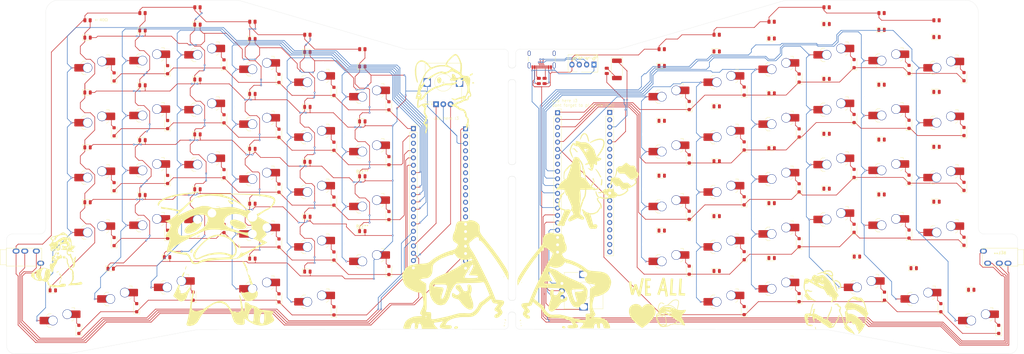
<source format=kicad_pcb>
(kicad_pcb (version 20241229) (generator "pcbnew") (generator_version "9.0")
  (layers (0 "F.Cu" signal) (2 "B.Cu" signal) (13 "F.Paste" user) (15 "B.Paste" user) (5 "F.SilkS" user "F.Silkscreen") (7 "B.SilkS" user "B.Silkscreen") (1 "F.Mask" user) (3 "B.Mask" user) (25 "Edge.Cuts" user))
  (net 0 "")
  (footprint "Connector_USB:USB_C_Receptacle_GCT_USB4105-xx-A_16P_TopMnt_Horizontal" (layer "F.Cu") (at 157.999046 56.5 180)
    (property "Reference" "REF**" (hide yes))
    (property "Value" "USB_C_Receptacle_GCT_USB4105-xx-A_16P_TopMnt_Horizontal" (hide yes))
  )
  (footprint "PCM_marbastlib-choc:SW_choc_v1_HS_CPG135001S30_1u" (layer "F.Cu") (at 77 59.5)
    (property "Reference" "REF**" (hide yes))
    (property "Value" "CPG135001S30")
  )
  (footprint "Resistor_SMD:R_0805_2012Metric" (layer "F.Cu") (at 275.5 41.5 180)
    (property "Reference" "REF**" (hide yes))
    (property "Value" "R_0805_2012Metric" (hide yes))
  )
  (footprint "LED_SMD:LED_0805_2012Metric" (layer "F.Cu") (at 218.499046 92.8)
    (property "Reference" "REF**" (hide yes))
    (property "Value" "LED_0805_2012Metric")
  )
  (footprint "LED_SMD:LED_0805_2012Metric" (layer "F.Cu") (at 77 55)
    (property "Reference" "REF**" (hide yes))
    (property "Value" "LED_0805_2012Metric")
  )
  (footprint "Diode_SMD:D_SOD-123F" (layer "F.Cu") (at 246.999046 102 90)
    (property "Reference" "REF**" (hide yes))
    (property "Value" "D_SOD-123F" (hide yes))
  )
  (footprint "Diode_SMD:D_SOD-123F" (layer "F.Cu") (at -2 151 90)
    (property "Reference" "REF**" (hide yes))
    (property "Value" "D_SOD-123F" (hide yes))
  )
  (footprint "Diode_SMD:D_SOD-123F" (layer "F.Cu") (at 28.686592 118.1 90)
    (property "Reference" "REF**" (hide yes))
    (property "Value" "D_SOD-123F" (hide yes))
  )
  (footprint "LED_SMD:LED_0805_2012Metric" (layer "F.Cu") (at 20 47.5)
    (property "Reference" "REF**" (hide yes))
    (property "Value" "LED_0805_2012Metric")
  )
  (footprint "heidi-paws:heidi-huh.pretty" (layer "F.Cu") (at 45.5 126.5)
    (property "Reference" "G***" (hide yes))
    (property "Value" "LOGO" (hide yes))
  )
  (footprint "Diode_SMD:D_SOD-123F" (layer "F.Cu") (at 10.186592 101.6 90)
    (property "Reference" "REF**" (hide yes))
    (property "Value" "D_SOD-123F" (hide yes))
  )
  (footprint "Diode_SMD:D_SOD-123F" (layer "F.Cu") (at 276.499046 139.5 90)
    (property "Reference" "REF**" (hide yes))
    (property "Value" "D_SOD-123F")
  )
  (footprint "LED_SMD:LED_0805_2012Metric" (layer "F.Cu") (at 58 107.5)
    (property "Reference" "REF**" (hide yes))
    (property "Value" "LED_0805_2012Metric")
  )
  (footprint "LED_SMD:LED_0805_2012Metric" (layer "F.Cu") (at 1 107)
    (property "Reference" "REF**" (hide yes))
    (property "Value" "LED_0805_2012Metric")
  )
  (footprint "LED_SMD:LED_0805_2012Metric" (layer "F.Cu") (at 9 130)
    (property "Reference" "REF**" (hide yes))
    (property "Value" "LED_0805_2012Metric")
  )
  (footprint "PCM_marbastlib-choc:SW_choc_v1_HS_CPG135001S30_1u" (layer "F.Cu") (at 218.499046 78.5)
    (property "Reference" "REF**" (hide yes))
    (property "Value" "CPG135001S30")
  )
  (footprint "Connector_PinSocket_2.54mm:PinSocket_1x20_P2.54mm_Vertical" (layer "F.Cu") (at 131.686592 81.58)
    (property "Reference" "REF**" (hide yes))
    (property "Value" "PinSocket_1x20_P2.54mm_Vertical" (hide yes))
  )
  (footprint "Resistor_SMD:R_0805_2012Metric" (layer "F.Cu") (at 199.5 54 180)
    (property "Reference" "REF**" (hide yes))
    (property "Value" "R_0805_2012Metric" (hide yes))
  )
  (footprint "Diode_SMD:D_SOD-123F" (layer "F.Cu") (at 86.186592 144.6 90)
    (property "Reference" "REF**" (hide yes))
    (property "Value" "D_SOD-123F" (hide yes))
  )
  (footprint "Resistor_SMD:R_0805_2012Metric" (layer "F.Cu") (at 256.5 39.5 180)
    (property "Reference" "REF**" (hide yes))
    (property "Value" "R_0805_2012Metric" (hide yes))
  )
  (footprint "LED_SMD:LED_0805_2012Metric" (layer "F.Cu") (at 96 98)
    (property "Reference" "REF**")
    (property "Value" "LED_0805_2012Metric")
  )
  (footprint "PCM_marbastlib-choc:SW_choc_v1_HS_CPG135001S30_1u" (layer "F.Cu") (at 58 74)
    (property "Reference" "REF**" (hide yes))
    (property "Value" "CPG135001S30")
  )
  (footprint "PCM_marbastlib-choc:SW_choc_v1_HS_CPG135001S30_1u" (layer "F.Cu") (at 237.499046 74)
    (property "Reference" "REF**" (hide yes))
    (property "Value" "CPG135001S30")
  )
  (footprint "heidi-paws:heidi-hug-blahaj.pretty" (layer "F.Cu") (at 177.499046 99.5)
    (property "Reference" "G***" (hide yes))
    (property "Value" "LOGO" (hide yes))
  )
  (footprint "PCM_marbastlib-choc:SW_choc_v1_HS_CPG135001S30_1u" (layer "F.Cu") (at 39 69)
    (property "Reference" "REF**" (hide yes))
    (property "Value" "CPG135001S30")
  )
  (footprint "Resistor_SMD:R_0805_2012Metric" (layer "F.Cu") (at 77 49 180)
    (property "Reference" "REF**" (hide yes))
    (property "Value" "R_0805_2012Metric" (hide yes))
  )
  (footprint "PCM_marbastlib-choc:SW_choc_v1_HS_CPG135001S30_1u" (layer "F.Cu") (at 1 111.5)
    (property "Reference" "REF**" (hide yes))
    (property "Value" "CPG135001S30")
  )
  (footprint "PCM_marbastlib-choc:SW_choc_v1_HS_CPG135001S30_1u" (layer "F.Cu") (at 77 135.5)
    (property "Reference" "REF**" (hide yes))
    (property "Value" "CPG135001S30")
  )
  (footprint "MountingHole:MountingHole_3.2mm_M3_ISO7380" (layer "F.Cu") (at 152.999046 78.5)
    (property "Reference" "REF**" (hide yes))
    (property "Value" "MountingHole_3.2mm_M3_ISO7380" (hide yes))
  )
  (footprint "PCM_marbastlib-choc:SW_choc_v1_HS_CPG135001S30_1u" (layer "F.Cu") (at 275.499046 52)
    (property "Reference" "REF**" (hide yes))
    (property "Value" "CPG135001S30")
  )
  (footprint "PCM_marbastlib-choc:SW_choc_v1_HS_CPG135001S30_1u" (layer "F.Cu") (at 256.499046 50)
    (property "Reference" "REF**" (hide yes))
    (property "Value" "CPG135001S30")
  )
  (footprint "Diode_SMD:D_SOD-123F" (layer "F.Cu") (at 303.999046 63.5 90)
    (property "Reference" "REF**" (hide yes))
    (property "Value" "D_SOD-123F" (hide yes))
  )
  (footprint "Resistor_SMD:R_0805_2012Metric" (layer "F.Cu") (at 20 41.5 180)
    (property "Reference" "REF**" (hide yes))
    (property "Value" "R_0805_2012Metric" (hide yes))
  )
  (footprint "PCM_marbastlib-choc:SW_choc_v1_HS_CPG135001S30_1u" (layer "F.Cu") (at 306.499046 142)
    (property "Reference" "REF**" (hide yes))
    (property "Value" "CPG135001S30")
  )
  (footprint "LED_SMD:LED_0805_2012Metric" (layer "F.Cu") (at 256.499046 83.3)
    (property "Reference" "REF**" (hide yes))
    (property "Value" "LED_0805_2012Metric")
  )
  (footprint "LED_SMD:LED_0805_2012Metric" (layer "F.Cu") (at 294.499046 68.8)
    (property "Reference" "REF**" (hide yes))
    (property "Value" "LED_0805_2012Metric")
  )
  (footprint "LED_SMD:LED_0805_2012Metric" (layer "F.Cu") (at 1 50)
    (property "Reference" "REF**" (hide yes))
    (property "Value" "LED_0805_2012Metric")
  )
  (footprint "PCM_marbastlib-choc:SW_choc_v1_HS_CPG135001S30_1u" (layer "F.Cu") (at 39 107)
    (property "Reference" "REF**" (hide yes))
    (property "Value" "CPG135001S30")
  )
  (footprint "LED_SMD:LED_0805_2012Metric" (layer "F.Cu") (at 20 66.5)
    (property "Reference" "REF**" (hide yes))
    (property "Value" "LED_0805_2012Metric")
  )
  (footprint "Resistor_SMD:R_0805_2012Metric" (layer "F.Cu") (at 218.5 49 180)
    (property "Reference" "REF**" (hide yes))
    (property "Value" "R_0805_2012Metric" (hide yes))
  )
  (footprint "LED_SMD:LED_0805_2012Metric" (layer "F.Cu") (at -11 137.5)
    (property "Reference" "REF**" (hide yes))
    (property "Value" "LED_0805_2012Metric")
  )
  (footprint "Resistor_SMD:R_0805_2012Metric" (layer "F.Cu") (at 1 44 180)
    (property "Reference" "REF**" (hide yes))
    (property "Value" "R_0805_2012Metric" (hide yes))
  )
  (footprint "LED_SMD:LED_0805_2012Metric" (layer "F.Cu") (at 266.999046 125.8)
    (property "Reference" "REF**" (hide yes))
    (property "Value" "LED_0805_2012Metric")
  )
  (footprint "Diode_SMD:D_SOD-123F" (layer "F.Cu") (at 284.999046 118 90)
    (property "Reference" "REF**" (hide yes))
    (property "Value" "D_SOD-123F" (hide yes))
  )
  (footprint "PCM_marbastlib-choc:SW_choc_v1_HS_CPG135001S30_1u" (layer "F.Cu") (at 77 97.5)
    (property "Reference" "REF**" (hide yes))
    (property "Value" "CPG135001S30")
  )
  (footprint "Diode_SMD:D_SOD-123F" (layer "F.Cu") (at 227.999046 106.5 90)
    (property "Reference" "REF**" (hide yes))
    (property "Value" "D_SOD-123F" (hide yes))
  )
  (footprint "LED_SMD:LED_0805_2012Metric" (layer "F.Cu") (at 58 126.5)
    (property "Reference" "REF**" (hide yes))
    (property "Value" "LED_0805_2012Metric")
  )
  (footprint "LED_SMD:LED_0805_2012Metric" (layer "F.Cu") (at 237.499046 69.3)
    (property "Reference" "REF**" (hide yes))
    (property "Value" "LED_0805_2012Metric")
  )
  (footprint "Diode_SMD:D_SOD-123F" (layer "F.Cu") (at 48.186592 59.1 90)
    (property "Reference" "REF**" (hide yes))
    (property "Value" "D_SOD-123F" (hide yes))
  )
  (footprint "Diode_SMD:D_SOD-123F" (layer "F.Cu") (at 295.999046 143.5 90)
    (property "Reference" "REF**" (hide yes))
    (property "Value" "D_SOD-123F")
  )
  (footprint "LED_SMD:LED_0805_2012Metric" (layer "F.Cu") (at 77 93)
    (property "Reference" "REF**" (hide yes))
    (property "Value" "LED_0805_2012Metric")
  )
  (footprint "Connector_PinSocket_2.54mm:PinSocket_1x20_P2.54mm_Vertical" (layer "F.Cu") (at 113.661592 81.48)
    (property "Reference" "REF**" (hide yes))
    (property "Value" "PinSocket_1x20_P2.54mm_Vertical" (hide yes))
  )
  (footprint "LED_SMD:LED_0805_2012Metric" (layer "F.Cu") (at 256.499046 64.3)
    (property "Reference" "REF**" (hide yes))
    (property "Value" "LED_0805_2012Metric")
  )
  (footprint "LED_SMD:LED_0805_2012Metric" (layer "F.Cu") (at 58 88.5)
    (property "Reference" "REF**" (hide yes))
    (property "Value" "LED_0805_2012Metric")
  )
  (footprint "Resistor_SMD:R_0805_2012Metric" (layer "F.Cu") (at 237.5 44.5 180)
    (property "Reference" "REF**" (hide yes))
    (property "Value" "R_0805_2012Metric" (hide yes))
  )
  (footprint "PCM_marbastlib-choc:SW_choc_v1_HS_CPG135001S30_1u" (layer "F.Cu") (at -11 142)
    (property "Reference" "REF**" (hide yes))
    (property "Value" "CPG135001S30")
  )
  (footprint "MountingHole:MountingHole_3.2mm_M3_ISO7380" (layer "F.Cu") (at 303.499046 128)
    (property "Reference" "REF**" (hide yes))
    (property "Value" "MountingHole_3.2mm_M3_ISO7380" (hide yes))
  )
  (footprint "Diode_SMD:D_SOD-123F" (layer "F.Cu") (at 208.999046 92 90)
    (property "Reference" "REF**" (hide yes))
    (property "Value" "D_SOD-123F" (hide yes))
  )
  (footprint "LED_SMD:LED_0805_2012Metric" (layer "F.Cu") (at 237.499046 107.3)
    (property "Reference" "REF**" (hide yes))
    (property "Value" "LED_0805_2012Metric")
  )
  (footprint "Diode_SMD:D_SOD-123F" (layer "F.Cu") (at 105.186592 130.6 90)
    (property "Reference" "REF**" (hide yes))
    (property "Value" "D_SOD-123F" (hide yes))
  )
  (footprint "LED_SMD:LED_0805_2012Metric" (layer "F.Cu") (at 39 64.5)
    (property "Reference" "REF**" (hide yes))
    (property "Value" "LED_0805_2012Metric")
  )
  (footprint "LED_SMD:LED_2512_6332Metric_Pad1.52x3.35mm_HandSolder" (layer "F.Cu") (at 183.999046 61 -90)
    (property "Reference" "REF**" (hide yes))
    (property "Value" "LED_2512_6332Metric_Pad1.52x3.35mm_HandSolder" (hide yes))
  )
  (footprint "Diode_SMD:D_SOD-123F" (layer "F.Cu") (at 208.999046 111.5 90)
    (property "Reference" "REF**" (hide yes))
    (property "Value" "D_SOD-123F" (hide yes))
  )
  (footprint "Resistor_SMD:R_0805_2012Metric" (layer "F.Cu") (at 96 54 180)
    (property "Reference" "REF**" (hide yes))
    (property "Value" "R_0805_2012Metric" (hide yes))
  )
  (footprint "Connector_PinSocket_2.54mm:PinSocket_1x20_P2.54mm_Vertical" (layer "F.Cu") (at 181.524046 75.9)
    (property "Reference" "REF**" (hide yes))
    (property "Value" "PinSocket_1x20_P2.54mm_Vertical" (hide yes))
  )
  (footprint "LED_SMD:LED_0805_2012Metric" (layer "F.Cu") (at 96 60)
    (property "Reference" "REF**" (hide yes))
    (property "Value" "LED_0805_2012Metric")
  )
  (footprint "Diode_SMD:D_SOD-123F" (layer "F.Cu") (at 48.186592 78.1 90)
    (property "Reference" "REF**" (hide yes))
    (property "Value" "D_SOD-123F" (hide yes))
  )
  (footprint "LED_SMD:LED_0805_2012Metric" (layer "F.Cu") (at 275.499046 66.3)
    (property "Reference" "REF**" (hide yes))
    (property "Value" "LED_0805_2012Metric")
  )
  (footprint "Diode_SMD:D_SOD-123F" (layer "F.Cu") (at 67.186592 140.1 90)
    (property "Reference" "REF**" (hide yes))
    (property "Value" "D_SOD-123F" (hide yes))
  )
  (footprint "LED_SMD:LED_0805_2012Metric" (layer "F.Cu") (at 237.499046 126.3)
    (property "Reference" "REF**" (hide yes))
    (property "Value" "LED_0805_2012Metric")
  )
  (footprint "LED_SMD:LED_0805_2012Metric" (layer "F.Cu") (at 77 131)
    (property "Reference" "REF**" (hide yes))
    (property "Value" "LED_0805_2012Metric")
  )
  (footprint "Diode_SMD:D_SOD-123F" (layer "F.Cu") (at 10.186592 120.6 90)
    (property "Reference" "REF**" (hide yes))
    (property "Value" "D_SOD-123F" (hide yes))
  )
  (footprint "Diode_SMD:D_SOD-123F" (layer "F.Cu") (at 67.186592 102.1 90)
    (property "Reference" "REF**" (hide yes))
    (property "Value" "D_SOD-123F" (hide yes))
  )
  (footprint "PCM_marbastlib-choc:SW_choc_v1_HS_CPG135001S30_1u" (layer "F.Cu") (at 1 54.5)
    (property "Reference" "REF**" (hide yes))
    (property "Value" "CPG135001S30")
  )
  (footprint "Diode_SMD:D_SOD-123F" (layer "F.Cu") (at 28.686592 61.1 90)
    (property "Reference" "REF**" (hide yes))
    (property "Value" "D_SOD-123F" (hide yes))
  )
  (footprint "PCM_marbastlib-xp-various:CON_MJ-4PP-9" (layer "F.Cu") (at -20.95 126)
    (property "Reference" "REF**" (hide yes))
    (property "Value" "MJ-4PP-9")
  )
  (footprint "PCM_marbastlib-choc:SW_choc_v1_HS_CPG135001S30_1u" (layer "F.Cu") (at 275.499046 109)
    (property "Reference" "REF**" (hide yes))
    (property "Value" "CPG135001S30")
  )
  (footprint "heidi-paws:heidi-pf.pretty" (layer "F.Cu") (at -9 126.5)
    (property "Reference" "G***")
    (property "Value" "LOGO" (hide yes))
  )
  (footprint "PCM_marbastlib-choc:SW_choc_v1_HS_CPG135001S30_1u" (layer "F.Cu") (at 58 131)
    (property "Reference" "REF**" (hide yes))
    (property "Value" "CPG135001S30")
  )
  (footprint "LED_SMD:LED_0805_2012Metric" (layer "F.Cu") (at 20 85.5)
    (property "Reference" "REF**" (hide yes))
    (property "Value" "LED_0805_2012Metric")
  )
  (footprint "LED_SMD:LED_0805_2012Metric" (layer "F.Cu") (at 294.499046 106.8)
    (property "Reference" "REF**" (hide yes))
    (property "Value" "LED_0805_2012Metric")
  )
  (footprint "PCM_marbastlib-choc:SW_choc_v1_HS_CPG135001S30_1u" (layer "F.Cu") (at 275.499046 90)
    (property "Reference" "REF**" (hide yes))
    (property "Value" "CPG135001S30")
  )
  (footprint "heidi-paws:we-all-love-heidi.pretty" (layer "F.Cu") (at 197.999046 141.5)
    (property "Reference" "G***" (hide yes))
    (property "Value" "LOGO" (hide yes))
  )
  (footprint "PCM_marbastlib-various:mousebites_2.5mm" (layer "F.Cu") (at 149 96)
    (property "Reference" "REF**" (hide yes))
    (property "Value" "mousebites 2mm" (hide yes))
    (fp_line (start -1.5 -2) (end -1 -2) (stroke (width 0.08)) (layer "Edge.Cuts"))
    (fp_line (start -1 2) (end -1.5 2) (stroke (width 0.08)) (layer "Edge.Cuts"))
    (fp_arc (start -2.5 3) (mid -2.207108 2.292895) (end -1.500003 2.000003) (stroke (width 0.08)) (layer "Edge.Cuts"))
    (fp_arc (start -1.5 -2) (mid -2.207105 -2.292892) (end -2.499997 -2.999997) (stroke (width 0.08)) (layer "Edge.Cuts"))
    (fp_arc (start -1 2) (mid -0.292895 2.292892) (end -0.000003 2.999997) (stroke (width 0.08)) (layer "Edge.Cuts"))
    (fp_arc (start 0 -3) (mid -0.292892 -2.292895) (end -0.999997 -2.000003) (stroke (width 0.08)) (layer "Edge.Cuts"))
  )
  (footprint "LED_SMD:LED_0805_2012Metric" (layer "F.Cu") (at 294.499046 49.8)
    (property "Reference" "REF**" (hide yes))
    (property "Value" "LED_0805_2012Metric")
  )
  (footprint "Diode_SMD:D_SOD-123F" (layer "F.Cu") (at 86.186592 106.6 90)
    (property "Reference" "REF**" (hide yes))
    (property "Value" "D_SOD-123F" (hide yes))
  )
  (footprint "heidi-paws:heidi-yap.pretty" (layer "F.Cu") (at 123.5 68)
    (property "Reference" "G***" (hide yes))
    (property "Value" "LOGO" (hide yes))
  )
  (footprint "PCM_marbastlib-choc:SW_choc_v1_HS_CPG135001S30_1u" (layer "F.Cu") (at 199.499046 64.5)
    (property "Reference" "REF**" (hide yes))
    (property "Value" "CPG135001S30")
  )
  (footprint "PCM_marbastlib-choc:SW_choc_v1_HS_CPG135001S30_1u" (layer "F.Cu") (at 20 109)
    (property "Reference" "REF**" (hide yes))
    (property "Value" "CPG135001S30")
  )
  (footprint "heidi-paws:heidi-paws.pretty" (layer "F.Cu") (at 167.213454 132.984281)
    (property "Reference" "G***" (hide yes))
    (property "Value" "LOGO" (hide yes))
  )
  (footprint "PCM_marbastlib-choc:SW_choc_v1_HS_CPG135001S30_1u" (layer "F.Cu") (at 96 102.5)
    (property "Reference" "REF**" (hide yes))
    (property "Value" "CPG135001S30")
  )
  (footprint "PCM_marbastlib-choc:SW_choc_v1_HS_CPG135001S30_1u" (layer "F.Cu") (at 39 88)
    (property "Reference" "REF**" (hide yes))
    (property "Value" "CPG135001S30")
  )
  (footprint "PCM_marbastlib-choc:SW_choc_v1_HS_CPG135001S30_1u" (layer "F.Cu") (at 256.499046 107)
    (property "Reference" "REF**" (hide yes))
    (property "Value" "CPG135001S30")
  )
  (footprint "Diode_SMD:D_SOD-123F" (layer "F.Cu") (at 246.999046 83 90)
    (property "Reference" "REF**" (hide yes))
    (property "Value" "D_SOD-123F" (hide yes))
  )
  (footprint "LED_SMD:LED_0805_2012Metric" (layer "F.Cu") (at 306.499046 137.3)
    (property "Reference" "REF**" (hide yes))
    (property "Value" "LED_0805_2012Metric")
  )
  (footprint "PCM_marbastlib-choc:SW_choc_v1_HS_CPG135001S30_1u" (layer "F.Cu") (at 58 55)
    (property "Reference" "REF**" (hide yes))
    (property "Value" "CPG135001S30")
  )
  (footprint "MountingHole:MountingHole_3.2mm_M3_ISO7380" (layer "F.Cu") (at 303.999046 41.5)
    (property "Reference" "REF**" (hide yes))
    (property "Value" "MountingHole_3.2mm_M3_ISO7380" (hide yes))
  )
  (footprint "Resistor_SMD:R_0805_2012Metric" (layer "F.Cu") (at 158.999046 65 90)
    (property "Reference" "REF**" (hide yes))
    (property "Value" "R_0805_2012Metric" (hide yes))
  )
  (footprint "LED_SMD:LED_0805_2012Metric" (layer "F.Cu") (at 237.499046 50.3)
    (property "Reference" "REF**" (hide yes))
    (property "Value" "LED_0805_2012Metric")
  )
  (footprint "MountingHole:MountingHole_3.2mm_M3_ISO7380" (layer "F.Cu") (at 184.499046 138.5)
    (property "Reference" "REF**" (hide yes))
    (property "Value" "MountingHole_3.2mm_M3_ISO7380" (hide yes))
  )
  (footprint "Diode_SMD:D_SOD-123F" (layer "F.Cu") (at 67.186592 121.1 90)
    (property "Reference" "REF**" (hide yes))
    (property "Value" "D_SOD-123F" (hide yes))
  )
  (footprint "Diode_SMD:D_SOD-123F" (layer "F.Cu") (at 86.186592 125.6 90)
    (property "Reference" "REF**" (hide yes))
    (property "Value" "D_SOD-123F" (hide yes))
  )
  (footprint "Diode_SMD:D_SOD-123F" (layer "F.Cu") (at 208.999046 130.5 90)
    (property "Reference" "REF**" (hide yes))
    (property "Value" "D_SOD-123F" (hide yes))
  )
  (footprint "Diode_SMD:D_SOD-123F" (layer "F.Cu") (at 48.186592 97.1 90)
    (property "Reference" "REF**" (hide yes))
    (property "Value" "D_SOD-123F" (hide yes))
  )
  (footprint "PCM_marbastlib-choc:SW_choc_v1_HS_CPG135001S30_1u" (layer "F.Cu") (at 275.499046 71)
    (property "Reference" "REF**" (hide yes))
    (property "Value" "CPG135001S30")
  )
  (footprint "Diode_SMD:D_SOD-123F" (layer "F.Cu") (at 227.999046 125.5 90)
    (property "Reference" "REF**" (hide yes))
    (property "Value" "D_SOD-123F" (hide yes))
  )
  (footprint "PCM_marbastlib-choc:SW_choc_v1_HS_CPG135001S30_1u" (layer "F.Cu") (at 218.499046 116.5)
    (property "Reference" "REF**" (hide yes))
    (property "Value" "CPG135001S30")
  )
  (footprint "LED_SMD:LED_0805_2012Metric" (layer "F.Cu") (at 58 69.5)
    (property "Reference" "REF**" (hide yes))
    (property "Value" "LED_0805_2012Metric")
  )
  (footprint "Diode_SMD:D_SOD-123F" (layer "F.Cu") (at 284.999046 61 90)
    (property "Reference" "REF**" (hide yes))
    (property "Value" "D_SOD-123F" (hide yes))
  )
  (footprint "LED_SMD:LED_0805_2012Metric" (layer "F.Cu") (at 218.499046 54.8)
    (property "Reference" "REF**" (hide yes))
    (property "Value" "LED_0805_2012Metric")
  )
  (footprint "PCM_marbastlib-choc:SW_choc_v1_HS_CPG135001S30_1u" (layer "F.Cu") (at 20 90)
    (property "Reference" "REF**" (hide yes))
    (property "Value" "CPG135001S30")
  )
  (footprint "Diode_SMD:D_SOD-123F" (layer "F.Cu") (at 284.999046 99 90)
    (property "Reference" "REF**" (hide yes))
    (property "Value" "D_SOD-123F" (hide yes))
  )
  (footprint "Diode_SMD:D_SOD-123F" (layer "F.Cu") (at 67.186592 64.1 90)
    (property "Reference" "REF**" (hide yes))
    (property "Value" "D_SOD-123F" (hide yes))
  )
  (footprint "PCM_marbastlib-choc:SW_choc_v1_HS_CPG135001S30_1u" (layer "F.Cu") (at 256.499046 69)
    (property "Reference" "REF**" (hide yes))
    (property "Value" "CPG135001S30")
  )
  (footprint "Diode_SMD:D_SOD-123F" (layer "F.Cu") (at 227.999046 87.5 90)
    (property "Reference" "REF**" (hide yes))
    (property "Value" "D_SOD-123F" (hide yes))
  )
  (footprint "PCM_marbastlib-choc:SW_choc_v1_HS_CPG135001S30_1u" (layer "F.Cu") (at 58 112)
    (property "Reference" "REF**" (hide yes))
    (property "Value" "CPG135001S30")
  )
  (footprint "Connector_PinSocket_2.54mm:PinSocket_1x20_P2.54mm_Vertical" (layer "F.Cu") (at 163.499046 76)
    (property "Reference" "REF**" (hide yes))
    (property "Value" "PinSocket_1x20_P2.54mm_Vertical" (hide yes))
  )
  (footprint "heidi-paws:heidi-paws-right.pretty" (layer "F.Cu") (at 126.593187 130.747319)
    (property "Reference" "G***" (hide yes))
    (property "Value" "LOGO" (hide yes))
  )
  (footprint "LED_SMD:LED_0805_2012Metric" (layer "F.Cu") (at 237.499046 88.3)
    (property "Reference" "REF**" (hide yes))
    (property "Value" "LED_0805_2012Metric")
  )
  (footprint "PCM_marbastlib-choc:SW_choc_v1_HS_CPG135001S30_1u" (layer "F.Cu") (at 218.499046 97.5)
    (property "Reference" "REF**" (hide yes))
    (property "Value" "CPG135001S30")
  )
  (footprint "PCM_marbastlib-choc:SW_choc_v1_HS_CPG135001S30_1u" (layer "F.Cu") (at 199.499046 102.5)
    (property "Reference" "REF**" (hide yes))
    (property "Value" "CPG135001S30")
  )
  (footprint "PCM_marbastlib-choc:SW_choc_v1_HS_CPG135001S30_1u" (layer "F.Cu") (at 286.608655 134.517185)
    (property "Reference" "REF**" (hide yes))
    (property "Value" "CPG135001S30")
  )
  (footprint "PCM_marbastlib-choc:SW_choc_v1_HS_CPG135001S30_1u" (layer "F.Cu") (at 199.499046 83.5)
    (property "Reference" "REF**" (hide yes))
    (property "Value" "CPG135001S30")
  )
  (footprint "Resistor_SMD:R_0805_2012Metric" (layer "F.Cu") (at 156.999046 65 90)
    (property "Reference" "REF**" (hide yes))
    (property "Value" "R_0805_2012Metric" (hide yes))
  )
  (footprint "PCM_marbastlib-choc:SW_choc_v1_HS_CPG135001S30_1u" (layer "F.Cu") (at 1 73.5)
    (property "Reference" "REF**" (hide yes))
    (property "Value" "CPG135001S30")
  )
  (footprint "PCM_marbastlib-choc:SW_choc_v1_HS_CPG135001S30_1u" (layer "F.Cu") (at 218.499046 135.5)
    (property "Reference" "REF**" (hide yes))
    (property "Value" "CPG135001S30")
  )
  (footprint "LED_SMD:LED_0805_2012Metric" (layer "F.Cu") (at 294.499046 87.8)
    (property "Reference" "REF**" (hide yes))
    (property "Value" "LED_0805_2012Metric")
  )
  (footprint "LED_SMD:LED_0805_2012Metric" (layer "F.Cu") (at 275.499046 85.3)
    (property "Reference" "REF**" (hide yes))
    (property "Value" "LED_0805_2012Metric")
  )
  (footprint "PCM_marbastlib-choc:SW_choc_v1_HS_CPG135001S30_1u" (layer "F.Cu") (at 39 50)
    (property "Reference" "REF**" (hide yes))
    (property "Value" "CPG135001S30")
  )
  (footprint "Diode_SMD:D_SOD-123F" (layer "F.Cu") (at 246.999046 140 90)
    (property "Reference" "REF**" (hide yes))
    (property "Value" "D_SOD-123F" (hide yes))
  )
  (footprint "Rotary_Encoder:RotaryEncoder_Alps_EC12E_Vertical_H20mm" (layer "F.Cu") (at 164.999046 135.1)
    (property "Reference" "REF**" (hide yes))
    (property "Value" "RotaryEncoder_Alps_EC12E_Vertical_H20mm" (hide yes))
  )
  (footprint "PCM_marbastlib-choc:SW_choc_v1_HS_CPG135001S30_1u" (layer "F.Cu") (at 237.499046 112)
    (property "Reference" "REF**" (hide yes))
    (property "Value" "CPG135001S30")
  )
  (footprint "PCM_marbastlib-choc:SW_choc_v1_HS_CPG135001S30_1u" (layer "F.Cu") (at 199.499046 121.5)
    (property "Reference" "REF**" (hide yes))
    (property "Value" "CPG135001S30")
  )
  (footprint "LED_SMD:LED_0805_2012Metric" (layer "F.Cu") (at 256.499046 45.3)
    (property "Reference" "REF**" (hide yes))
    (property "Value" "LED_0805_2012Metric")
  )
  (footprint "PCM_marbastlib-various:mousebites_2.5mm" (layer "F.Cu") (at 149 62.5)
    (property "Reference" "REF**" (hide yes))
    (property "Value" "mousebites 2mm" (hide yes))
    (fp_line (start -1.5 -2) (end -1 -2) (stroke (width 0.08)) (layer "Edge.Cuts"))
    (fp_line (start -1 2) (end -1.5 2) (stroke (width 0.08)) (layer "Edge.Cuts"))
    (fp_arc (start -2.5 3) (mid -2.207108 2.292895) (end -1.500003 2.000003) (stroke (width 0.08)) (layer "Edge.Cuts"))
    (fp_arc (start -1.5 -2) (mid -2.207105 -2.292892) (end -2.499997 -2.999997) (stroke (width 0.08)) (layer "Edge.Cuts"))
    (fp_arc (start -1 2) (mid -0.292895 2.292892) (end -0.000003 2.999997) (stroke (width 0.08)) (layer "Edge.Cuts"))
    (fp_arc (start 0 -3) (mid -0.292892 -2.292895) (end -0.999997 -2.000003) (stroke (width 0.08)) (layer "Edge.Cuts"))
  )
  (footprint "PCM_marbastlib-choc:SW_choc_v1_HS_CPG135001S30_1u" (layer "F.Cu") (at 77 116.5)
    (property "Reference" "REF**" (hide yes))
    (property "Value" "CPG135001S30")
  )
  (footprint "Diode_SMD:D_SOD-123F" (layer "F.Cu") (at 10.186592 63.6 90)
    (property "Reference" "REF**" (hide yes))
    (property "Value" "D_SOD-123F" (hide yes))
  )
  (footprint "PCM_marbastlib-choc:SW_choc_v1_HS_CPG135001S30_1u" (layer "F.Cu") (at 294.499046 54.5)
    (property "Reference" "REF**" (hide yes))
    (property "Value" "CPG135001S30")
  )
  (footprint "Diode_SMD:D_SOD-123F" (layer "F.Cu") (at 284.999046 80 90)
    (property "Reference" "REF**" (hide yes))
    (property "Value" "D_SOD-123F" (hide yes))
  )
  (footprint "LED_SMD:LED_0805_2012Metric" (layer "F.Cu") (at 96 117)
    (property "Reference" "REF**")
    (property "Value" "LED_0805_2012Metric")
  )
  (footprint "LED_SMD:LED_0805_2012Metric" (layer "F.Cu") (at 96 79)
    (property "Reference" "REF**" (hide yes))
    (property "Value" "LED_0805_2012Metric")
  )
  (footprint "Diode_SMD:D_SOD-123F" (layer "F.Cu") (at 265.999046 116 90)
    (property "Reference" "REF**" (hide yes))
    (property "Value" "D_SOD-123F" (hide yes))
  )
  (footprint "Diode_SMD:D_SOD-123F" (layer "F.Cu") (at 86.186592 87.6 90)
    (property "Reference" "REF**" (hide yes))
    (property "Value" "D_SOD-123F" (hide yes))
  )
  (footprint "Diode_SMD:D_SOD-123F" (layer "F.Cu") (at 227.999046 68.5 90)
    (property "Reference" "REF**" (hide yes))
    (property "Value" "D_SOD-123F" (hide yes))
  )
  (footprint "PCM_marbastlib-choc:SW_choc_v1_HS_CPG135001S30_1u" (layer "F.Cu") (at 266.999046 130.5)
    (property "Reference" "REF**" (hide yes))
    (property "Value" "CPG135001S30")
  )
  (footprint "PCM_marbastlib-choc:SW_choc_v1_HS_CPG135001S30_1u" (layer "F.Cu") (at 20 52)
    (property "Reference" "REF**" (hide yes))
    (property "Value" "CPG135001S30")
  )
  (footprint "LED_SMD:LED_0805_2012Metric" (layer "F.Cu") (at 218.499046 111.8)
    (property "Reference" "REF**" (hide yes))
    (property "Value" "LED_0805_2012Metric")
  )
  (footprint "Resistor_SMD:R_0805_2012Metric" (layer "F.Cu") (at 58 44.5 180)
    (property "Reference" "REF**" (hide yes))
    (property "Value" "R_0805_2012Metric" (hide yes))
  )
  (footprint "PCM_marbastlib-choc:SW_choc_v1_HS_CPG135001S30_1u" (layer "F.Cu") (at 1 92.5)
    (property "Reference" "REF**" (hide yes))
    (property "Value" "CPG135001S30")
  )
  (footprint "PCM_marbastlib-choc:SW_choc_v1_HS_CPG135001S30_1u" (layer "F.Cu") (at 256.499046 88)
    (property "Reference" "REF**" (hide yes))
    (property "Value" "CPG135001S30")
  )
  (footprint "Diode_SMD:D_SOD-123F" (layer "F.Cu") (at 265.999046 97 90)
    (property "Reference" "REF**" (hide yes))
    (property "Value" "D_SOD-123F" (hide yes))
  )
  (footprint "LED_SMD:LED_0805_2012Metric" (layer "F.Cu") (at 218.499046 73.8)
    (property "Reference" "REF**" (hide yes))
    (property "Value" "LED_0805_2012Metric")
  )
  (footprint "LED_SMD:LED_0805_2012Metric" (layer "F.Cu") (at 39 102.5)
    (property "Reference" "REF**" (hide yes))
    (property "Value" "LED_0805_2012Metric")
  )
  (footprint "PCM_marbastlib-choc:SW_choc_v1_HS_CPG135001S30_1u" (layer "F.Cu") (at 237.499046 93)
    (property "Reference" "REF**" (hide yes))
    (property "Value" "CPG135001S30")
  )
  (footprint "PCM_marbastlib-choc:SW_choc_v1_HS_CPG135001S30_1u" (layer "F.Cu") (at 294.499046 92.5)
    (property "Reference" "REF**" (hide yes))
    (property "Value" "CPG135001S30")
  )
  (footprint "LED_SMD:LED_0805_2012Metric" (layer "F.Cu") (at 28.5 126)
    (property "Reference" "REF**" (hide yes))
    (property "Value" "LED_0805_2012Metric")
  )
  (footprint "Resistor_SMD:R_0805_2012Metric" (layer "F.Cu") (at 39 39.5 180)
    (property "Reference" "REF**" (hide yes))
    (property "Value" "R_0805_2012Metric" (hide yes))
  )
  (footprint "PCM_marbastlib-choc:SW_choc_v1_HS_CPG135001S30_1u" (layer "F.Cu") (at 20 71)
    (property "Reference" "REF**" (hide yes))
    (property "Value" "CPG135001S30")
  )
  (footprint "LED_SMD:LED_0805_2012Metric" (layer "F.Cu") (at 20 104.5)
    (property "Reference" "REF**" (hide yes))
    (property "Value" "LED_0805_2012Metric")
  )
  (footprint "Diode_SMD:D_SOD-123F" (layer "F.Cu") (at 246.999046 64 90)
    (property "Reference" "REF**" (hide yes))
    (property "Value" "D_SOD-123F")
  )
  (footprint "PCM_marbastlib-choc:SW_choc_v1_HS_CPG135001S30_1u" (layer "F.Cu") (at 218.499046 59.5)
    (property "Reference" "REF**" (hide yes))
    (property "Value" "CPG135001S30")
  )
  (footprint "LED_SMD:LED_0805_2012Metric" (layer "F.Cu") (at 256.499046 102.3)
    (property "Reference" "REF**" (hide yes))
    (property "Value" "LED_0805_2012Metric")
  )
  (footprint "PCM_marbastlib-choc:SW_choc_v1_HS_CPG135001S30_1u" (layer "F.Cu") (at 294.499046 73.5)
    (property "Reference" "REF**" (hide yes))
    (property "Value" "CPG135001S30")
  )
  (footprint "PCM_marbastlib-choc:SW_choc_v1_HS_CPG135001S30_1u" (layer "F.Cu") (at 96 64.5)
    (property "Reference" "REF**" (hide yes))
    (property "Value" "CPG135001S30")
  )
  (footprint "LED_SMD:LED_0805_2012Metric" (layer "F.Cu") (at 39 83.5)
    (property "Reference" "REF**" (hide yes))
    (property "Value" "LED_0805_2012Metric")
  )
  (footprint "Diode_SMD:D_SOD-123F" (layer "F.Cu") (at 265.999046 59 90)
    (property "Reference" "REF**" (hide yes))
    (property "Value" "D_SOD-123F" (hide yes))
  )
  (footprint "LED_SMD:LED_0805_2012Metric" (layer "F.Cu") (at 275.499046 47.3)
    (property "Reference" "REF**" (hide yes))
    (property "Value" "LED_0805_2012Metric")
  )
  (footprint "LED_SMD:LED_0805_2012Metric" (layer "F.Cu") (at 1 69)
    (property "Reference" "REF**" (hide yes))
    (property "Value" "LED_0805_2012Metric")
  )
  (footprint "Resistor_SMD:R_0805_2012Metric" (layer "F.Cu") (at 180.499046 61.5 90)
    (property "Reference" "REF**" (hide yes))
    (property "Value" "R_0805_2012Metric" (hide yes))
  )
  (footprint "Diode_SMD:D_SOD-123F" (layer "F.Cu") (at 28.686592 80.1 90)
    (property "Reference" "REF**" (hide yes))
    (property "Value" "D_SOD-123F" (hide yes))
  )
  (footprint "Diode_SMD:D_SOD-123F" (layer "F.Cu") (at 303.999046 82.5 90)
    (property "Reference" "REF**" (hide yes))
    (property "Value" "D_SOD-123F" (hide yes))
  )
  (footprint "LED_SMD:LED_0805_2012Metric" (layer "F.Cu") (at 275.499046 104.3)
    (property "Reference" "REF**" (hide yes))
    (property "Value" "LED_0805_2012Metric")
  )
  (footprint "LED_SMD:LED_0805_2012Metric" (layer "F.Cu") (at 286.608655 129.817185)
    (property "Reference" "REF**" (hide yes))
    (property "Value" "LED_0805_2012Metric")
  )
  (footprint "LED_SMD:LED_0805_2012Metric" (layer "F.Cu") (at 199.499046 59.8)
    (property "Reference" "REF**" (hide yes))
    (property "Value" "LED_0805_2012Metric")
  )
  (footprint "LED_SMD:LED_0805_2012Metric" (layer "F.Cu") (at 199.499046 78.8)
    (property "Reference" "REF**" (hide yes))
    (property "Value" "LED_0805_2012Metric")
  )
  (footprint "Diode_SMD:D_SOD-123F" (layer "F.Cu") (at 246.999046 121 90)
    (property "Reference" "REF**" (hide yes))
    (property "Value" "D_SOD-123F" (hide yes))
  )
  (footprint "Diode_SMD:D_SOD-123F" (layer "F.Cu") (at 227.999046 144.5 90)
    (property "Reference" "REF**" (hide yes))
    (property "Value" "D_SOD-123F" (hide yes))
  )
  (footprint "LED_SMD:LED_0805_2012Metric" (layer "F.Cu") (at 39 45.5)
    (property "Reference" "REF**" (hide yes))
    (property "Value" "LED_0805_2012Metric")
  )
  (footprint "LED_SMD:LED_0805_2012Metric" (layer "F.Cu") (at 199.499046 116.8)
    (property "Reference" "REF**" (hide yes))
    (property "Value" "LED_0805_2012Metric")
  )
  (footprint "LED_SMD:LED_0805_2012Metric" (layer "F.Cu") (at 1 88)
    (property "Reference" "REF**" (hide yes))
    (property "Value" "LED_0805_2012Metric")
  )
  (footprint "LED_SMD:LED_0805_2012Metric" (layer "F.Cu") (at 218.499046 130.8)
    (property "Reference" "REF**" (hide yes))
    (property "Value" "LED_0805_2012Metric")
  )
  (footprint "LED_SMD:LED_0805_2012Metric" (layer "F.Cu") (at 77 112)
    (property "Reference" "REF**" (hide yes))
    (property "Value" "LED_0805_2012Metric")
  )
  (footprint "Diode_SMD:D_SOD-123F" (layer "F.Cu") (at 37.5 139.5 90)
    (property "Reference" "REF**" (hide yes))
    (property "Value" "D_SOD-123F" (hide yes))
  )
  (footprint "PCM_marbastlib-choc:SW_choc_v1_HS_CPG135001S30_1u" (layer "F.Cu") (at 294.499046 111.5)
    (property "Reference" "REF**" (hide yes))
    (property "Value" "CPG135001S30")
  )
  (footprint "Diode_SMD:D_SOD-123F" (layer "F.Cu") (at 28.686592 99.1 90)
    (property "Reference" "REF**" (hide yes))
    (property "Value" "D_SOD-123F" (hide yes))
  )
  (footprint "Diode_SMD:D_SOD-123F" (layer "F.Cu") (at 208.999046 73.5 90)
    (property "Reference" "REF**" (hide yes))
    (property "Value" "D_SOD-123F" (hide yes))
  )
  (footprint "PCM_marbastlib-choc:SW_choc_v1_HS_CPG135001S30_1u" (layer "F.Cu") (at 96 121.5)
    (property "Reference" "REF**" (hide yes))
    (property "Value" "CPG135001S30")
  )
  (footprint "Connector:FanPinHeader_1x04_P2.54mm_Vertical" (layer "F.Cu") (at 176.079046 59.34 180)
    (property "Reference" "REF**" (hide yes))
    (property "Value" "FanPinHeader_1x04_P2.54mm_Vertical" (hide yes))
  )
  (footprint "PCM_marbastlib-various:mousebites_2.5mm" (layer "F.Cu") (at 149 143)
    (property "Reference" "REF**" (hide yes))
    (property "Value" "mousebites 2mm" (hide yes))
    (fp_line (start -1.5 -2) (end -1 -2) (stroke (width 0.08)) (layer "Edge.Cuts"))
    (fp_line (start -1 2) (end -1.5 2) (stroke (width 0.08)) (layer "Edge.Cuts"))
    (fp_arc (start -2.5 3) (mid -2.207108 2.292895) (end -1.500003 2.000003) (stroke (width 0.08)) (layer "Edge.Cuts"))
    (fp_arc (start -1.5 -2) (mid -2.207105 -2.292892) (end -2.499997 -2.999997) (stroke (width 0.08)) (layer "Edge.Cuts"))
    (fp_arc (start -1 2) (mid -0.292895 2.292892) (end -0.000003 2.999997) (stroke (width 0.08)) (layer "Edge.Cuts"))
    (fp_arc (start 0 -3) (mid -0.292892 -2.292895) (end -0.999997 -2.000003) (stroke (width 0.08)) (layer "Edge.Cuts"))
  )
  (footprint "Diode_SMD:D_SOD-123F" (layer "F.Cu") (at 10.186592 82.6 90)
    (property "Reference" "REF**" (hide yes))
    (property "Value" "D_SOD-123F" (hide yes))
  )
  (footprint "LED_SMD:LED_0805_2012Metric" (layer "F.Cu") (at 77 74)
    (property "Reference" "REF**" (hide yes))
    (property "Value" "LED_0805_2012Metric")
  )
  (footprint "Diode_SMD:D_SOD-123F" (layer "F.Cu") (at 86.186592 68.6 90)
    (property "Reference" "REF**" (hide yes))
    (property "Value" "D_SOD-123F" (hide yes))
  )
  (footprint "Diode_SMD:D_SOD-123F" (layer "F.Cu") (at 105.186592 92.6 90)
    (property "Reference" "REF**" (hide yes))
    (property "Value" "D_SOD-123F" (hide yes))
  )
  (footprint "Diode_SMD:D_SOD-123F" (layer "F.Cu") (at 303.999046 120.5 90)
    (property "Reference" "REF**" (hide yes))
    (property "Value" "D_SOD-123F" (hide yes))
  )
  (footprint "PCM_marbastlib-choc:SW_choc_v1_HS_CPG135001S30_1u" (layer "F.Cu") (at 58 93)
    (property "Reference" "REF**" (hide yes))
    (property "Value" "CPG135001S30")
  )
  (footprint "Diode_SMD:D_SOD-123F" (layer "F.Cu") (at 105.186592 111.6 90)
    (property "Reference" "REF**" (hide yes))
    (property "Value" "D_SOD-123F" (hide yes))
  )
  (footprint "PCM_marbastlib-choc:SW_choc_v1_HS_CPG135001S30_1u" (layer "F.Cu") (at 96 83.5)
    (property "Reference" "REF**" (hide yes))
    (property "Value" "CPG135001S30")
  )
  (footprint "Diode_SMD:D_SOD-123F" (layer "F.Cu") (at 105.186592 73.6 90)
    (property "Reference" "REF**" (hide yes))
    (property "Value" "D_SOD-123F" (hide yes))
  )
  (footprint "Diode_SMD:D_SOD-123F" (layer "F.Cu") (at 18 143.5 90)
    (property "Reference" "REF**" (hide yes))
    (property "Value" "D_SOD-123F" (hide yes))
  )
  (footprint "PCM_marbastlib-choc:SW_choc_v1_HS_CPG135001S30_1u" (layer "F.Cu") (at 77 78.5)
    (property "Reference" "REF**" (hide yes))
    (property "Value" "CPG135001S30")
  )
  (footprint "PCM_marbastlib-choc:SW_choc_v1_HS_CPG135001S30_1u" (layer "F.Cu") (at 28.5 130.5)
    (property "Reference" "REF**" (hide yes))
    (property "Value" "CPG135001S30")
  )
  (footprint "Diode_SMD:D_SOD-123F" (layer "F.Cu") (at 265.999046 78 90)
    (property "Reference" "REF**" (hide yes))
    (property "Value" "D_SOD-123F" (hide yes))
  )
  (footprint "PCM_marbastlib-choc:SW_choc_v1_HS_CPG135001S30_1u" (layer "F.Cu") (at 237.499046 131)
    (property "Reference" "REF**" (hide yes))
    (property "Value" "CPG135001S30")
  )
  (footprint "Resistor_SMD:R_0805_2012Metric" (layer "F.Cu") (at 294.5 44 180)
    (property "Reference" "REF**" (hide yes))
    (property "Value" "R_0805_2012Metric" (hide yes))
  )
  (footprint "Diode_SMD:D_SOD-123F" (layer "F.Cu") (at 303.999046 101.5 90)
    (property "Reference" "REF**" (hide yes))
    (property "Value" "D_SOD-123F" (hide yes))
  )
  (footprint "LED_SMD:LED_0805_2012Metric" (layer "F.Cu") (at 199.499046 97.8)
    (property "Reference" "REF**" (hide yes))
    (property "Value" "LED_0805_2012Metric")
  )
  (footprint "Diode_SMD:D_SOD-123F" (layer "F.Cu") (at 67.186592 83.1 90)
    (property "Reference" "REF**" (hide yes))
    (property "Value" "D_SOD-123F" (hide yes))
  )
  (footprint "Diode_SMD:D_SOD-123F" (layer "F.Cu") (at 315.999046 151 90)
    (property "Reference" "REF**" (hide yes))
    (property "Value" "D_SOD-123F")
  )
  (footprint "PCM_marbastlib-choc:SW_choc_v1_HS_CPG135001S30_1u" (layer "F.Cu") (at 8.890391 134.517185)
    (property "Reference" "REF**" (hide yes))
    (property "Value" "CPG135001S30")
  )
  (footprint "Diode_SMD:D_SOD-123F" (layer "F.Cu") (at 48.186592 116.1 90)
    (property "Reference" "REF**" (hide yes))
    (property "Value" "D_SOD-123F" (hide yes))
  )
  (footprint "LED_SMD:LED_0805_2012Metric" (layer "F.Cu") (at 58 50.5)
    (property "Reference" "REF**" (hide yes))
    (property "Value" "LED_0805_2012Metric")
  )
  (footprint "PCM_marbastlib-xp-various:CON_MJ-4PP-9" (layer "F.Cu") (at 316.449046 126 180)
    (property "Reference" "REF**")
    (property "Value" "MJ-4PP-9")
  )
  (footprint "Rotary_Encoder:RotaryEncoder_Alps_EC12E_Vertical_H20mm" (layer "F.Cu") (at 121.5 73.05 90)
    (property "Reference" "REF**" (hide yes))
    (property "Value" "RotaryEncoder_Alps_EC12E_Vertical_H20mm" (hide yes))
  )
  (footprint "heidi-paws:heidi-cute.pretty" (layer "F.Cu") (at 258.999046 139.5)
    (property "Reference" "G***" (hide yes))
    (property "Value" "LOGO" (hide yes))
  )
  (footprint "PCM_marbastlib-choc:SW_choc_v1_HS_CPG135001S30_1u" (layer "F.Cu") (at 237.499046 55)
    (property "Reference" "REF**" (hide yes))
    (property "Value" "CPG135001S30")
  )
  (footprint "MountingHole:MountingHole_3.2mm_M3_ISO7380" (layer "B.Cu") (at -8.5 41.5 180)
    (property "Reference" "REF**" (hide yes))
    (property "Value" "MountingHole_3.2mm_M3_ISO7380" (hide yes))
  )
  (footprint "MountingHole:MountingHole_3.2mm_M3_ISO7380" (layer "B.Cu") (at 111 138.5 180)
    (property "Reference" "REF**" (hide yes))
    (property "Value" "MountingHole_3.2mm_M3_ISO7380" (hide yes))
  )
  (footprint "MountingHole:MountingHole_3.2mm_M3_ISO7380" (layer "B.Cu") (at -8 128 180)
    (property "Reference" "REF**" (hide yes))
    (property "Value" "MountingHole_3.2mm_M3_ISO7380" (hide yes))
  )
  (footprint "MountingHole:MountingHole_3.2mm_M3_ISO7380" (layer "B.Cu") (at 142.5 78.5 180)
    (property "Reference" "REF**" (hide yes))
    (property "Value" "MountingHole_3.2mm_M3_ISO7380" (hide yes))
  )
  (gr_line (start -13.5 116) (end -13.5 41.5) (stroke (width 0.05)) (layer "Edge.Cuts"))
  (gr_line (start 149 59.5) (end 149 55.5) (stroke (width 0.05)) (layer "Edge.Cuts"))
  (gr_arc (start -23.999999 159.5) (mid -26.121319 158.62132) (end -26.999999 156.5) (stroke (width 0.05)) (layer "Edge.Cuts"))
  (gr_line (start -5.999999 159.5) (end -23.999999 159.5) (stroke (width 0.05)) (layer "Edge.Cuts"))
  (gr_line (start 149 93) (end 148.999997 65.499997) (stroke (width 0.05)) (layer "Edge.Cuts"))
  (gr_line (start -25 118) (end -15.5 118) (stroke (width 0.05)) (layer "Edge.Cuts"))
  (gr_arc (start 304.499046 37) (mid 307.681027 38.318019) (end 308.999046 41.5) (stroke (width 0.05)) (layer "Edge.Cuts"))
  (gr_arc (start 145 54) (mid 146.060655 54.439343) (end 146.5 55.5) (stroke (width 0.05)) (layer "Edge.Cuts"))
  (gr_arc (start 146.5 149.5) (mid 146.060323 150.561) (end 144.999046 151) (stroke (width 0.05)) (layer "Edge.Cuts"))
  (gr_arc (start -27 120) (mid -26.414214 118.585786) (end -25 118) (stroke (width 0.05)) (layer "Edge.Cuts"))
  (gr_line (start 322.499046 156.5) (end 322.499046 120) (stroke (width 0.05)) (layer "Edge.Cuts"))
  (gr_line (start -9 37) (end 53 37) (stroke (width 0.05)) (layer "Edge.Cuts"))
  (gr_arc (start 150.5 151) (mid 149.438723 150.560998) (end 148.999046 149.5) (stroke (width 0.05)) (layer "Edge.Cuts"))
  (gr_line (start 146.500003 140) (end 146.5 99) (stroke (width 0.05)) (layer "Edge.Cuts"))
  (gr_line (start 146.5 146) (end 146.5 149.5) (stroke (width 0.05)) (layer "Edge.Cuts"))
  (gr_line (start 242.499046 37) (end 184.499046 54) (stroke (width 0.05)) (layer "Edge.Cuts"))
  (gr_line (start 145 54) (end 111 54) (stroke (width 0.05)) (layer "Edge.Cuts"))
  (gr_arc (start 320.499046 118) (mid 321.91326 118.585786) (end 322.499046 120) (stroke (width 0.05)) (layer "Edge.Cuts"))
  (gr_arc (start 322.499046 156.5) (mid 321.620366 158.62132) (end 319.499046 159.5) (stroke (width 0.05)) (layer "Edge.Cuts"))
  (gr_line (start 304.499046 37) (end 242.499046 37) (stroke (width 0.05)) (layer "Edge.Cuts"))
  (gr_line (start 146.500001 59.500003) (end 146.5 55.5) (stroke (width 0.05)) (layer "Edge.Cuts"))
  (gr_arc (start 310.999046 118) (mid 309.584832 117.414214) (end 308.999046 116) (stroke (width 0.05)) (layer "Edge.Cuts"))
  (gr_line (start 320.499046 118) (end 310.999046 118) (stroke (width 0.05)) (layer "Edge.Cuts"))
  (gr_arc (start -13.5 116) (mid -14.085786 117.414214) (end -15.5 118) (stroke (width 0.05)) (layer "Edge.Cuts"))
  (gr_line (start 146.5 65.5) (end 146.500003 93.000003) (stroke (width 0.05)) (layer "Edge.Cuts"))
  (gr_line (start 301.499046 159.5) (end 256.498134 151.065401) (stroke (width 0.05)) (layer "Edge.Cuts"))
  (gr_line (start 148.999997 99) (end 149 140) (stroke (width 0.05)) (layer "Edge.Cuts"))
  (gr_line (start 145 151) (end 39.000912 151.065401) (stroke (width 0.05)) (layer "Edge.Cuts"))
  (gr_line (start 308.999046 116) (end 308.999046 41.5) (stroke (width 0.05)) (layer "Edge.Cuts"))
  (gr_line (start -26.999999 156.5) (end -26.999999 120) (stroke (width 0.05)) (layer "Edge.Cuts"))
  (gr_line (start 39.000912 151.065401) (end -5.999999 159.5) (stroke (width 0.05)) (layer "Edge.Cuts"))
  (gr_line (start 148.999999 145.999997) (end 149 149.5) (stroke (width 0.05)) (layer "Edge.Cuts"))
  (gr_arc (start -13.5 41.5) (mid -12.181981 38.318019) (end -9 37) (stroke (width 0.05)) (layer "Edge.Cuts"))
  (gr_line (start 150.499046 151) (end 256.498134 151.065401) (stroke (width 0.05)) (layer "Edge.Cuts"))
  (gr_line (start 301.499046 159.5) (end 319.499046 159.5) (stroke (width 0.05)) (layer "Edge.Cuts"))
  (gr_arc (start 148.999046 55.5) (mid 149.438386 54.43934) (end 150.499046 54) (stroke (width 0.05)) (layer "Edge.Cuts"))
  (gr_line (start 53 37) (end 111 54) (stroke (width 0.05)) (layer "Edge.Cuts"))
  (gr_line (start 150.499046 54) (end 184.499046 54) (stroke (width 0.05)) (layer "Edge.Cuts"))
  (gr_text "VBUS" (at 169.499046 57 45) (layer "F.SilkS") (effects (font (size 0.8 0.8))))
  (gr_text "D-\n" (at 173.999046 57 45) (layer "F.SilkS") (effects (font (size 0.8 0.8))))
  (gr_text "← 40Ω" (at 3.5 44.5 0) (layer "F.SilkS") (effects (font (size 1 1) (thickness 0.1)) (justify left bottom)))
  (gr_text "usb here :3\ndont forget to plug me UwU" (at 161.5 74 0) (layer "F.SilkS") (effects (font (size 1 1) (thickness 0.1)) (justify left bottom)))
  (gr_text "D+\n" (at 171.499046 57 45) (layer "F.SilkS") (effects (font (size 0.8 0.8))))
  (gr_text "usb here :3" (at 120.5 78.5 0) (layer "F.SilkS") (effects (font (size 1 1) (thickness 0.1)) (justify left bottom)))
  (gr_text "GND\n" (at 176.499046 57 45) (layer "F.SilkS") (effects (font (size 0.8 0.8))))
  (segment (start 30.686592 79.5) (end 28.686592 81.5) (width 0.2) (layer "F.Cu") (net 0))
  (segment (start 110.5 90.5) (end 110.5 111.5) (width 0.2) (layer "F.Cu") (net 0))
  (segment (start 179.499046 126) (end 199.399046 145.9) (width 0.2) (layer "F.Cu") (net 0))
  (segment (start 275.244046 136.845) (end 276.499046 138.1) (width 0.2) (layer "F.Cu") (net 0))
  (segment (start 21 87) (end 31.5 87) (width 0.2) (layer "F.Cu") (net 0))
  (segment (start 1.5 95.5) (end 3.5 97.5) (width 0.2) (layer "F.Cu") (net 0))
  (segment (start -1.06 154.06) (end 6 147) (width 0.2) (layer "F.Cu") (net 0))
  (segment (start 22 140.9) (end 18 144.9) (width 0.2) (layer "F.Cu") (net 0))
  (segment (start 20.5 63) (end 19.0625 64.4375) (width 0.2) (layer "F.Cu") (net 0))
  (segment (start 158.5 57.999046) (end 158.499046 58) (width 0.2) (layer "F.Cu") (net 0))
  (segment (start 86.186592 70) (end 71.686592 70) (width 0.2) (layer "F.Cu") (net 0))
  (segment (start 57.0625 124.9375) (end 57.0625 125.0625) (width 0.2) (layer "F.Cu") (net 0))
  (segment (start 228.399046 145.9) (end 232.899046 141.4) (width 0.2) (layer "F.Cu") (net 0))
  (segment (start 163.499046 80.88) (end 169.619046 80.88) (width 0.2) (layer "F.Cu") (net 0))
  (segment (start 18.5 111.5) (end 17.5 110.5) (width 0.2) (layer "F.Cu") (net 0))
  (segment (start 271.999046 149) (end 296.499046 149) (width 0.2) (layer "F.Cu") (net 0))
  (segment (start 73.755 103.45) (end 71.55 103.45) (width 0.2) (layer "F.Cu") (net 0))
  (segment (start 188.999046 73) (end 191.999046 76) (width 0.2) (layer "F.Cu") (net 0))
  (segment (start 56.5 57.5) (end 57 58) (width 0.2) (layer "F.Cu") (net 0))
  (segment (start 0.0625 69) (end 0.0625 66.0625) (width 0.2) (layer "F.Cu") (net 0))
  (segment (start 160.599046 137.6) (end 159.499046 136.5) (width 0.2) (layer "F.Cu") (net 0))
  (segment (start 22.5 118.5) (end 22.5 113.5) (width 0.2) (layer "F.Cu") (net 0))
  (segment (start 98.5 114) (end 96.5 114) (width 0.2) (layer "F.Cu") (net 0))
  (segment (start 19.5 87) (end 21 87) (width 0.2) (layer "F.Cu") (net 0))
  (segment (start 215.254046 65.45) (end 213.049046 65.45) (width 0.2) (layer "F.Cu") (net 0))
  (segment (start 309.499046 128.5) (end 309.499046 124.8) (width 0.2) (layer "F.Cu") (net 0))
  (segment (start 21 85.5625) (end 20.9375 85.5) (width 0.2) (layer "F.Cu") (net 0))
  (segment (start 59.5 77) (end 60.5 78) (width 0.2) (layer "F.Cu") (net 0))
  (segment (start 28.245 112.75) (end 28.245 116.258408) (width 0.2) (layer "F.Cu") (net 0))
  (segment (start 65 145.5) (end 69 149.5) (width 0.2) (layer "F.Cu") (net 0))
  (segment (start -23 121.5) (end -14.5 121.5) (width 0.2) (layer "F.Cu") (net 0))
  (segment (start 98.5 68) (end 98.5 74) (width 0.2) (layer "F.Cu") (net 0))
  (segment (start 78 132.5) (end 89 132.5) (width 0.2) (layer "F.Cu") (net 0))
  (segment (start 111.86 91.64) (end 111 92.5) (width 0.2) (layer "F.Cu") (net 0))
  (segment (start 269.499046 148.5) (end 270.999046 150) (width 0.2) (layer "F.Cu") (net 0))
  (segment (start 38.0625 81.9375) (end 38.0625 83.5) (width 0.2) (layer "F.Cu") (net 0))
  (segment (start 271.499046 149.5) (end 296.249046 149.5) (width 0.2) (layer "F.Cu") (net 0))
  (segment (start 283.744046 112.75) (end 283.744046 115.345) (width 0.2) (layer "F.Cu") (net 0))
  (segment (start 54.755 60.95) (end 52.55 60.95) (width 0.2) (layer "F.Cu") (net 0))
  (segment (start 17.5 72.5) (end 18.5 73.5) (width 0.2) (layer "F.Cu") (net 0))
  (segment (start 94 63) (end 93.5 63.5) (width 0.2) (layer "F.Cu") (net 0))
  (segment (start 82 94.5) (end 85.5 98) (width 0.2) (layer "F.Cu") (net 0))
  (segment (start 58.5 66.5) (end 57.0625 67.9375) (width 0.2) (layer "F.Cu") (net 0))
  (segment (start -15.94 154.56) (end -0.56 154.56) (width 0.2) (layer "F.Cu") (net 0))
  (segment (start 67.5 91.5) (end 70.5 94.5) (width 0.2) (layer "F.Cu") (net 0))
  (segment (start -16.45 147.95) (end -16.5 148) (width 0.2) (layer "F.Cu") (net 0))
  (segment (start 48.186592 60.5) (end 30.686592 60.5) (width 0.2) (layer "F.Cu") (net 0))
  (segment (start 16.755 57.95) (end 14.55 57.95) (width 0.2) (layer "F.Cu") (net 0))
  (segment (start 159.139046 111.36) (end 158.499046 112) (width 0.2) (layer "F.Cu") (net 0))
  (segment (start 161.199046 60.18) (end 161.199046 61.02) (width 0.2) (layer "F.Cu") (net 0))
  (segment (start 42 48.5) (end 49 48.5) (width 0.2) (layer "F.Cu") (net 0))
  (segment (start 67.186592 122.5) (end 53.186592 122.5) (width 0.2) (layer "F.Cu") (net 0))
  (segment (start 232.049046 98.95) (end 231.999046 99) (width 0.2) (layer "F.Cu") (net 0))
  (segment (start 40 85.5) (end 51 85.5) (width 0.2) (layer "F.Cu") (net 0))
  (segment (start 56.5 128) (end 59 128) (width 0.2) (layer "F.Cu") (net 0))
  (segment (start 283.744046 58.345) (end 284.999046 59.6) (width 0.2) (layer "F.Cu") (net 0))
  (segment (start 55.5 53.5) (end 55.5 55) (width 0.2) (layer "F.Cu") (net 0))
  (segment (start 33.55 93.95) (end 33.5 94) (width 0.2) (layer "F.Cu") (net 0))
  (segment (start 38.0625 100.9375) (end 38.0625 102.5) (width 0.2) (layer "F.Cu") (net 0))
  (segment (start 272.254046 114.95) (end 269.549046 114.95) (width 0.2) (layer "F.Cu") (net 0))
  (segment (start 113.661592 89.1) (end 111.9 89.1) (width 0.2) (layer "F.Cu") (net 0))
  (segment (start 215.254046 122.45) (end 213.049046 122.45) (width 0.2) (layer "F.Cu") (net 0))
  (segment (start 318.999046 156) (end 318.999046 131.9) (width 0.2) (layer "F.Cu") (net 0))
  (segment (start 188.499046 73.5) (end 191.499046 76.5) (width 0.2) (layer "F.Cu") (net 0))
  (segment (start -4.45 79.45) (end -4.5 79.5) (width 0.2) (layer "F.Cu") (net 0))
  (segment (start 47.245 75.758408) (end 48.186592 76.7) (width 0.2) (layer "F.Cu") (net 0))
  (segment (start -16.94 155.56) (end 0.44 155.56) (width 0.2) (layer "F.Cu") (net 0))
  (segment (start 130 82) (end 130.42 81.58) (width 0.2) (layer "F.Cu") (net 0))
  (segment (start 90.5 115.5) (end 93.5 118.5) (width 0.2) (layer "F.Cu") (net 0))
  (segment (start 18.75 92.5) (end 20 92.5) (width 0.2) (layer "F.Cu") (net 0))
  (segment (start 181.379046 86.06) (end 181.279046 85.96) (width 0.2) (layer "F.Cu") (net 0))
  (segment (start 168.459046 59.34) (end 168.459046 57.040954) (width 0.2) (layer "F.Cu") (net 0))
  (segment (start 242.499046 88.9) (end 246.999046 84.4) (width 0.2) (layer "F.Cu") (net 0))
  (segment (start 154.999046 66.5) (end 155.499046 67) (width 0.2) (layer "F.Cu") (net 0))
  (segment (start 86.186592 108) (end 71.686592 108) (width 0.2) (layer "F.Cu") (net 0))
  (segment (start 97.5 146) (end 86.186592 146) (width 0.2) (layer "F.Cu") (net 0))
  (segment (start 23 98) (end 21.5 99.5) (width 0.2) (layer "F.Cu") (net 0))
  (segment (start 0 76) (end 2 76) (width 0.2) (layer "F.Cu") (net 0))
  (segment (start 246.999046 141.4) (end 275.999046 141.4) (width 0.2) (layer "F.Cu") (net 0))
  (segment (start 199.399046 145.9) (end 227.999046 145.9) (width 0.2) (layer "F.Cu") (net 0))
  (segment (start 207.744046 70.845) (end 208.999046 72.1) (width 0.2) (layer "F.Cu") (net 0))
  (segment (start 14.55 95.95) (end 14.5 96) (width 0.2) (layer "F.Cu") (net 0))
  (segment (start 28.686592 81.5) (end 12.686592 81.5) (width 0.2) (layer "F.Cu") (net 0))
  (segment (start 159.499046 142) (end 159.499046 136.5) (width 0.2) (layer "F.Cu") (net 0))
  (segment (start 59 126.5625) (end 58.9375 126.5) (width 0.2) (layer "F.Cu") (net 0))
  (segment (start 28.245 59.258408) (end 28.686592 59.7) (width 0.2) (layer "F.Cu") (net 0))
  (segment (start 41.5 73.5) (end 41.5 78.5) (width 0.2) (layer "F.Cu") (net 0))
  (segment (start 76.0625 74) (end 76.0625 75.4375) (width 0.2) (layer "F.Cu") (net 0))
  (segment (start -18 131) (end -21 131) (width 0.2) (layer "F.Cu") (net 0))
  (segment (start 111 71.5) (end 108 74.5) (width 0.2) (layer "F.Cu") (net 0))
  (segment (start 53.186592 84.5) (end 48.186592 79.5) (width 0.2) (layer "F.Cu") (net 0))
  (segment (start -17 155.5) (end -16.94 155.56) (width 0.2) (layer "F.Cu") (net 0))
  (segment (start 51 85.5) (end 56 90.5) (width 0.2) (layer "F.Cu") (net 0))
  (segment (start 69.5 149) (end 98.5 149) (width 0.2) (layer "F.Cu") (net 0))
  (segment (start 54.5 54) (end 54.5 57) (width 0.2) (layer "F.Cu") (net 0))
  (segment (start 113.661592 104.34) (end 115.66 104.34) (width 0.2) (layer "F.Cu") (net 0))
  (segment (start 208.999046 131.9) (end 222.999046 131.9) (width 0.2) (layer "F.Cu") (net 0))
  (segment (start 39.625 61.5) (end 38.0625 63.0625) (width 0.2) (layer "F.Cu") (net 0))
  (segment (start 0.0875 44) (end 0.0875 42.4125) (width 0.2) (layer "F.Cu") (net 0))
  (segment (start 246.999046 103.4) (end 248.099046 104.5) (width 0.2) (layer "F.Cu") (net 0))
  (segment (start 190.999046 76.850702) (end 190.999046 129.5) (width 0.2) (layer "F.Cu") (net 0))
  (segment (start 32 66) (end 37 66) (width 0.2) (layer "F.Cu") (net 0))
  (segment (start 160.499046 148) (end 269.999046 148) (width 0.2) (layer "F.Cu") (net 0))
  (segment (start 35.755 93.95) (end 33.55 93.95) (width 0.2) (layer "F.Cu") (net 0))
  (segment (start 21.5 62) (end 22.5 61) (width 0.2) (layer "F.Cu") (net 0))
  (segment (start 217.5875 47.4125) (end 218.5 46.5) (width 0.2) (layer "F.Cu") (net 0))
  (segment (start 157.999046 58.5) (end 157.999046 59) (width 0.2) (layer "F.Cu") (net 0))
  (segment (start 90.55 127.45) (end 90.5 127.5) (width 0.2) (layer "F.Cu") (net 0))
  (segment (start 0.0625 103.9375) (end 0.0625 107) (width 0.2) (layer "F.Cu") (net 0))
  (segment (start 55.5 111) (end 55.5 114) (width 0.2) (layer "F.Cu") (net 0))
  (segment (start 113.661592 114.5) (end 115.5 114.5) (width 0.2) (layer "F.Cu") (net 0))
  (segment (start 215.254046 84.45) (end 213.049046 84.45) (width 0.2) (layer "F.Cu") (net 0))
  (segment (start 157.999046 147) (end 159.499046 148.5) (width 0.2) (layer "F.Cu") (net 0))
  (segment (start 79 71) (end 77 71) (width 0.2) (layer "F.Cu") (net 0))
  (segment (start 66.245 80.758408) (end 67.186592 81.7) (width 0.2) (layer "F.Cu") (net 0))
  (segment (start 76.0625 93) (end 76.0625 94.4375) (width 0.2) (layer "F.Cu") (net 0))
  (segment (start 96.5 114) (end 95.0625 115.4375) (width 0.2) (layer "F.Cu") (net 0))
  (segment (start -15.5 154) (end -15.44 154.06) (width 0.2) (layer "F.Cu") (net 0))
  (segment (start 39.9375 103.9375) (end 39.9375 102.5) (width 0.2) (layer "F.Cu") (net 0))
  (segment (start 98.5 95) (end 98 95.5) (width 0.2) (layer "F.Cu") (net 0))
  (segment (start 98 67.5) (end 98.5 68) (width 0.2) (layer "F.Cu") (net 0))
  (segment (start 71.55 122.45) (end 71.5 122.5) (width 0.2) (layer "F.Cu") (net 0))
  (segment (start 96 95.5) (end 95.0625 96.4375) (width 0.2) (layer "F.Cu") (net 0))
  (segment (start -0.06 155.06) (end 7 148) (width 0.2) (layer "F.Cu") (net 0))
  (segment (start 20.9375 68.4375) (end 20.9375 66.5) (width 0.2) (layer "F.Cu") (net 0))
  (segment (start 19 68.5) (end 21 68.5) (width 0.2) (layer "F.Cu") (net 0))
  (segment (start 159.599046 113.9) (end 158.999046 114.5) (width 0.2) (layer "F.Cu") (net 0))
  (segment (start 47.245 53.75) (end 47.245 56.758408) (width 0.2) (layer "F.Cu") (net 0))
  (segment (start 66.245 61.758408) (end 67.186592 62.7) (width 0.2) (layer "F.Cu") (net 0))
  (segment (start 309.499046 124.8) (end 310.399046 123.9) (width 0.2) (layer "F.Cu") (net 0))
  (segment (start 295.999046 150) (end 302.499046 156.5) (width 0.2) (layer "F.Cu") (net 0))
  (segment (start 255.5875 39.5) (end 255.5875 40.5875) (width 0.2) (layer "F.Cu") (net 0))
  (segment (start -2.245 98.45) (end -4.45 98.45) (width 0.2) (layer "F.Cu") (net 0))
  (segment (start 317.999046 155) (end 317.999046 132.9) (width 0.2) (layer "F.Cu") (net 0))
  (segment (start 265.999046 60.4) (end 282.999046 60.4) (width 0.2) (layer "F.Cu") (net 0))
  (segment (start 12.686592 62.5) (end 10.186592 65) (width 0.2) (layer "F.Cu") (net 0))
  (segment (start 104.245 90.258408) (end 105.186592 91.2) (width 0.2) (layer "F.Cu") (net 0))
  (segment (start 74.5 117) (end 74.5 118) (width 0.2) (layer "F.Cu") (net 0))
  (segment (start 55.5 75.5) (end 57 77) (width 0.2) (layer "F.Cu") (net 0))
  (segment (start 57 77) (end 57.5 77) (width 0.2) (layer "F.Cu") (net 0))
  (segment (start 209.399046 74.9) (end 214.399046 69.9) (width 0.2) (layer "F.Cu") (net 0))
  (segment (start 171.949046 144.1) (end 162.499046 144.1) (width 0.2) (layer "F.Cu") (net 0))
  (segment (start 96.9125 57.0875) (end 95.0625 58.9375) (width 0.2) (layer "F.Cu") (net 0))
  (segment (start 169.5 56) (end 191.5 56) (width 0.2) (layer "F.Cu") (net 0))
  (segment (start 302.499046 156.5) (end 319.499046 156.5) (width 0.2) (layer "F.Cu") (net 0))
  (segment (start -1.5 53) (end -1.5 55.5) (width 0.2) (layer "F.Cu") (net 0))
  (segment (start 71.686592 127) (end 67.186592 122.5) (width 0.2) (layer "F.Cu") (net 0))
  (segment (start 115.5 140) (end 115.5 126.498408) (width 0.2) (layer "F.Cu") (net 0))
  (segment (start 104.245 71.258408) (end 105.186592 72.2) (width 0.2) (layer "F.Cu") (net 0))
  (segment (start 234.254046 60.95) (end 232.049046 60.95) (width 0.2) (layer "F.Cu") (net 0))
  (segment (start 246.999046 122.4) (end 260.999046 122.4) (width 0.2) (layer "F.Cu") (net 0))
  (segment (start 245.744046 99.345) (end 246.999046 100.6) (width 0.2) (layer "F.Cu") (net 0))
  (segment (start 33 85.5) (end 36.5 85.5) (width 0.2) (layer "F.Cu") (net 0))
  (segment (start 28.245 116.258408) (end 28.686592 116.7) (width 0.2) (layer "F.Cu") (net 0))
  (segment (start 20.5 73.5) (end 22.5 75.5) (width 0.2) (layer "F.Cu") (net 0))
  (segment (start 264.744046 75.345) (end 265.999046 76.6) (width 0.2) (layer "F.Cu") (net 0))
  (segment (start 20 39.5) (end 38.0875 39.5) (width 0.2) (layer "F.Cu") (net 0))
  (segment (start 115.66 104.34) (end 116 104) (width 0.2) (layer "F.Cu") (net 0))
  (segment (start 96.9375 60.9375) (end 96.9375 60) (width 0.2) (layer "F.Cu") (net 0))
  (segment (start 38.0625 47.4375) (end 38.0625 45.5) (width 0.2) (layer "F.Cu") (net 0))
  (segment (start 227.999046 69.9) (end 242.499046 69.9) (width 0.2) (layer "F.Cu") (net 0))
  (segment (start 188.148344 74) (end 190.999046 76.850702) (width 0.2) (layer "F.Cu") (net 0))
  (segment (start 17.135391 138.267185) (end 17.135391 141.235391) (width 0.2) (layer "F.Cu") (net 0))
  (segment (start 97.5 148) (end 101.5 144) (width 0.2) (layer "F.Cu") (net 0))
  (segment (start 2 114.5) (end 3.5 116) (width 0.2) (layer "F.Cu") (net 0))
  (segment (start 104.245 87.25) (end 104.245 90.258408) (width 0.2) (layer "F.Cu") (net 0))
  (segment (start 20.5 54.5) (end 19 54.5) (width 0.2) (layer "F.Cu") (net 0))
  (segment (start 302.744046 79.845) (end 303.999046 81.1) (width 0.2) (layer "F.Cu") (net 0))
  (segment (start 78 132.5) (end 78 131.0625) (width 0.2) (layer "F.Cu") (net 0))
  (segment (start 18.5 73.5) (end 20.5 73.5) (width 0.2) (layer "F.Cu") (net 0))
  (segment (start 28.245 93.75) (end 28.245 97.258408) (width 0.2) (layer "F.Cu") (net 0))
  (segment (start 23 148.5) (end 26 145.5) (width 0.2) (layer "F.Cu") (net 0))
  (segment (start 215.254046 103.45) (end 212.549046 103.45) (width 0.2) (layer "F.Cu") (net 0))
  (segment (start 40.5 81.5) (end 38.5 81.5) (width 0.2) (layer "F.Cu") (net 0))
  (segment (start 159.249046 60.18) (end 159.249046 63.8375) (width 0.2) (layer "F.Cu") (net 0))
  (segment (start 57 47) (end 57.0625 47.0625) (width 0.2) (layer "F.Cu") (net 0))
  (segment (start 21.5 82.5) (end 21 82.5) (width 0.2) (layer "F.Cu") (net 0))
  (segment (start 22.5 61) (end 22.5 56.5) (width 0.2) (layer "F.Cu") (net 0))
  (segment (start 234.254046 79.95) (end 232.049046 79.95) (width 0.2) (layer "F.Cu") (net 0))
  (segment (start 93.5 118.5) (end 97 118.5) (width 0.2) (layer "F.Cu") (net 0))
  (segment (start 21 68.5) (end 29.5 68.5) (width 0.2) (layer "F.Cu") (net 0))
  (segment (start 113.661592 109.42) (end 115.58 109.42) (width 0.2) (layer "F.Cu") (net 0))
  (segment (start 76.0625 110.4375) (end 76.0625 112) (width 0.2) (layer "F.Cu") (net 0))
  (segment (start 98.5 76) (end 96 76) (width 0.2) (layer "F.Cu") (net 0))
  (segment (start 95 86) (end 97 86) (width 0.2) (layer "F.Cu") (net 0))
  (segment (start 36 52.5) (end 35.5 52) (width 0.2) (layer "F.Cu") (net 0))
  (segment (start -23.7 131.8) (end -23 132.5) (width 0.2) (layer "F.Cu") (net 0))
  (segment (start 33.55 74.95) (end 33.5 75) (width 0.2) (layer "F.Cu") (net 0))
  (segment (start 316.999046 132.4) (end 314.099046 129.5) (width 0.2) (layer "F.Cu") (net 0))
  (segment (start 302.744046 98.845) (end 303.999046 100.1) (width 0.2) (layer "F.Cu") (net 0))
  (segment (start -2.245 117.45) (end -4.45 117.45) (width 0.2) (layer "F.Cu") (net 0))
  (segment (start 4.5 49.5) (end 4 50) (width 0.2) (layer "F.Cu") (net 0))
  (segment (start 57.0625 88.5) (end 57.0625 90.4375) (width 0.2) (layer "F.Cu") (net 0))
  (segment (start 45.5 119.5) (end 28.686592 119.5) (width 0.2) (layer "F.Cu") (net 0))
  (segment (start 252.899046 79.4) (end 265.999046 79.4) (width 0.2) (layer "F.Cu") (net 0))
  (segment (start 12.686592 119.5) (end 10.186592 122) (width 0.2) (layer "F.Cu") (net 0))
  (segment (start 75 115) (end 74.5 115.5) (width 0.2) (layer "F.Cu") (net 0))
  (segment (start 71.686592 89) (end 67.186592 84.5) (width 0.2) (layer "F.Cu") (net 0))
  (segment (start 159.249046 63.8375) (end 158.999046 64.0875) (width 0.2) (layer "F.Cu") (net 0))
  (segment (start 310.399046 123.9) (end 310.699046 123.9) (width 0.2) (layer "F.Cu") (net 0))
  (segment (start 233.5 44.5) (end 236.5875 44.5) (width 0.2) (layer "F.Cu") (net 0))
  (segment (start 270.499046 147.5) (end 271.999046 149) (width 0.2) (layer "F.Cu") (net 0))
  (segment (start 218.5 46.5) (end 231.5 46.5) (width 0.2) (layer "F.Cu") (net 0))
  (segment (start 96.9375 118.4375) (end 96.9375 117) (width 0.2) (layer "F.Cu") (net 0))
  (segment (start 310.499046 129.5) (end 309.499046 128.5) (width 0.2) (layer "F.Cu") (net 0))
  (segment (start 41.5 111.5) (end 41.5 118.5) (width 0.2) (layer "F.Cu") (net 0))
  (segment (start 206.5 49) (end 217.5875 49) (width 0.2) (layer "F.Cu") (net 0))
  (segment (start 77.9375 75.9375) (end 77.9375 74) (width 0.2) (layer "F.Cu") (net 0))
  (segment (start 104.245 125.25) (end 104.245 128.258408) (width 0.2) (layer "F.Cu") (net 0))
  (segment (start 160.999046 66.5) (end 160.999046 62.5) (width 0.2) (layer "F.Cu") (net 0))
  (segment (start 95.5 105.5) (end 97 105.5) (width 0.2) (layer "F.Cu") (net 0))
  (segment (start -11.9375 136.4375) (end -11.9375 137.5) (width 0.2) (layer "F.Cu") (net 0))
  (segment (start 79 90.5) (end 77 90.5) (width 0.2) (layer "F.Cu") (net 0))
  (segment (start 66.245 115.75) (end 66.245 118.758408) (width 0.2) (layer "F.Cu") (net 0))
  (segment (start 245.744046 134.75) (end 245.744046 137.345) (width 0.2) (layer "F.Cu") (net 0))
  (segment (start 59 128) (end 70 128) (width 0.2) (layer "F.Cu") (net 0))
  (segment (start 54.755 79.95) (end 52.55 79.95) (width 0.2) (layer "F.Cu") (net 0))
  (segment (start 53.186592 122.5) (end 48.186592 117.5) (width 0.2) (layer "F.Cu") (net 0))
  (segment (start 272.254046 57.95) (end 269.549046 57.95) (width 0.2) (layer "F.Cu") (net 0))
  (segment (start 232.049046 136.95) (end 231.999046 137) (width 0.2) (layer "F.Cu") (net 0))
  (segment (start 95.0625 99.4375) (end 93.5 101) (width 0.2) (layer "F.Cu") (net 0))
  (segment (start 213.049046 65.45) (end 212.999046 65.5) (width 0.2) (layer "F.Cu") (net 0))
  (segment (start 3.5 82) (end 0.0625 85.4375) (width 0.2) (layer "F.Cu") (net 0))
  (segment (start 17.5 53) (end 17.5 51) (width 0.2) (layer "F.Cu") (net 0))
  (segment (start 284.999046 119.4) (end 285.599046 120) (width 0.2) (layer "F.Cu") (net 0))
  (segment (start 9.245 61.258408) (end 10.186592 62.2) (width 0.2) (layer "F.Cu") (net 0))
  (segment (start 4 50) (end 1.9375 50) (width 0.2) (layer "F.Cu") (net 0))
  (segment (start 55.5 92) (end 55.5 94) (width 0.2) (layer "F.Cu") (net 0))
  (segment (start 194.049046 70.45) (end 193.999046 70.5) (width 0.2) (layer "F.Cu") (net 0))
  (segment (start 5.5 144.9) (end -2 152.4) (width 0.2) (layer "F.Cu") (net 0))
  (segment (start 78 94.5) (end 77.9375 94.4375) (width 0.2) (layer "F.Cu") (net 0))
  (segment (start 86 98.5) (end 91.5 98.5) (width 0.2) (layer "F.Cu") (net 0))
  (segment (start 96.5 81) (end 97 80.5) (width 0.2) (layer "F.Cu") (net 0))
  (segment (start 163.499046 85.96) (end 165.539046 85.96) (width 0.2) (layer "F.Cu") (net 0))
  (segment (start 176.499046 73) (end 188.999046 73) (width 0.2) (layer "F.Cu") (net 0))
  (segment (start 50.4375 103.9375) (end 56 109.5) (width 0.2) (layer "F.Cu") (net 0))
  (segment (start 303.499046 152.4) (end 295.999046 144.9) (width 0.2) (layer "F.Cu") (net 0))
  (segment (start 303.249046 155) (end 317.999046 155) (width 0.2) (layer "F.Cu") (net 0))
  (segment (start 19.5 101.5) (end 19.0625 101.9375) (width 0.2) (layer "F.Cu") (net 0))
  (segment (start 110 86) (end 110 93.5) (width 0.2) (layer "F.Cu") (net 0))
  (segment (start 3.5 69) (end 1.9375 69) (width 0.2) (layer "F.Cu") (net 0))
  (segment (start 77 128) (end 76.0625 128.9375) (width 0.2) (layer "F.Cu") (net 0))
  (segment (start 79.5 64) (end 79.5 69) (width 0.2) (layer "F.Cu") (net 0))
  (segment (start 66.245 77.75) (end 66.245 80.758408) (width 0.2) (layer "F.Cu") (net 0))
  (segment (start 29.5 68.5) (end 32 66) (width 0.2) (layer "F.Cu") (net 0))
  (segment (start 70.5 94.5) (end 74.5 94.5) (width 0.2) (layer "F.Cu") (net 0))
  (segment (start 205 50.5) (end 206.5 49) (width 0.2) (layer "F.Cu") (net 0))
  (segment (start 77.9375 113.4375) (end 77.9375 112) (width 0.2) (layer "F.Cu") (net 0))
  (segment (start 196.254046 108.45) (end 194.049046 108.45) (width 0.2) (layer "F.Cu") (net 0))
  (segment (start 76 100) (end 76.5 100.5) (width 0.2) (layer "F.Cu") (net 0))
  (segment (start 78.5 119.5) (end 79.5 120.5) (width 0.2) (layer "F.Cu") (net 0))
  (segment (start 97 118.5) (end 106.5 118.5) (width 0.2) (layer "F.Cu") (net 0))
  (segment (start 76.0625 91.4375) (end 76.0625 93) (width 0.2) (layer "F.Cu") (net 0))
  (segment (start 17.5 110.5) (end 17.5 108) (width 0.2) (layer "F.Cu") (net 0))
  (segment (start 76.5 100.5) (end 78.5 100.5) (width 0.2) (layer "F.Cu") (net 0))
  (segment (start 85.245 101.25) (end 85.245 104.258408) (width 0.2) (layer "F.Cu") (net 0))
  (segment (start 265.999046 117.5) (end 267.899046 119.4) (width 0.2) (layer "F.Cu") (net 0))
  (segment (start 85.245 139.25) (end 85.245 142.258408) (width 0.2) (layer "F.Cu") (net 0))
  (segment (start 28.125 124) (end 27.5625 124.5625) (width 0.2) (layer "F.Cu") (net 0))
  (segment (start 208.999046 74.9) (end 209.399046 74.9) (width 0.2) (layer "F.Cu") (net 0))
  (segment (start 9.9375 130) (end 10.9375 129) (width 0.2) (layer "F.Cu") (net 0))
  (segment (start 0.0625 51.4375) (end -1.5 53) (width 0.2) (layer "F.Cu") (net 0))
  (segment (start 39.9375 47.4375) (end 39.9375 45.5) (width 0.2) (layer "F.Cu") (net 0))
  (segment (start 160.086546 65.9125) (end 160.499046 65.5) (width 0.2) (layer "F.Cu") (net 0))
  (segment (start 20.9125 41.5) (end 20.9125 44.2125) (width 0.2) (layer "F.Cu") (net 0))
  (segment (start 20 49.5) (end 20.875 49.5) (width 0.2) (layer "F.Cu") (net 0))
  (segment (start 57.0625 51.9375) (end 56 53) (width 0.2) (layer "F.Cu") (net 0))
  (segment (start -1.5 93.5) (end 0.5 95.5) (width 0.2) (layer "F.Cu") (net 0))
  (segment (start 57.5 77) (end 59.5 77) (width 0.2) (layer "F.Cu") (net 0))
  (segment (start 253.254046 93.95) (end 251.049046 93.95) (width 0.2) (layer "F.Cu") (net 0))
  (segment (start 68 53.5) (end 60.5 53.5) (width 0.2) (layer "F.Cu") (net 0))
  (segment (start 60.5 85.5) (end 58.625 85.5) (width 0.2) (layer "F.Cu") (net 0))
  (segment (start 91.186592 94) (end 86.186592 89) (width 0.2) (layer "F.Cu") (net 0))
  (segment (start 19.0875 40.4125) (end 20 39.5) (width 0.2) (layer "F.Cu") (net 0))
  (segment (start 42 93) (end 42 97) (width 0.2) (layer "F.Cu") (net 0))
  (segment (start 158.499046 58) (end 158.499046 59) (width 0.2) (layer "F.Cu") (net 0))
  (segment (start 180.499046 65.5) (end 180.499046 62.4125) (width 0.2) (layer "F.Cu") (net 0))
  (segment (start 9.245 118.258408) (end 10.186592 119.2) (width 0.2) (layer "F.Cu") (net 0))
  (segment (start 263.754046 136.45) (end 261.049046 136.45) (width 0.2) (layer "F.Cu") (net 0))
  (segment (start 58.9375 89.5625) (end 60.875 91.5) (width 0.2) (layer "F.Cu") (net 0))
  (segment (start 248.099046 104.5) (end 259.899046 104.5) (width 0.2) (layer "F.Cu") (net 0))
  (segment (start 317.499046 131.9) (end 313.699046 128.1) (width 0.2) (layer "F.Cu") (net 0))
  (segment (start 76.0875 50.5875) (end 79.5 54) (width 0.2) (layer "F.Cu") (net 0))
  (segment (start 94.5 86) (end 95 86) (width 0.2) (layer "F.Cu") (net 0))
  (segment (start 267.899046 119.4) (end 284.999046 119.4) (width 0.2) (layer "F.Cu") (net 0))
  (segment (start 18 144.9) (end 5.5 144.9) (width 0.2) (layer "F.Cu") (net 0))
  (segment (start 212.549046 103.45) (end 212.499046 103.5) (width 0.2) (layer "F.Cu") (net 0))
  (segment (start -4.45 98.45) (end -4.5 98.5) (width 0.2) (layer "F.Cu") (net 0))
  (segment (start 40 85) (end 39.9375 84.9375) (width 0.2) (layer "F.Cu") (net 0))
  (segment (start 198.5875 54) (end 198.5875 52.9125) (width 0.2) (layer "F.Cu") (net 0))
  (segment (start 40 72) (end 41.5 73.5) (width 0.2) (layer "F.Cu") (net 0))
  (segment (start 183.999046 58.0125) (end 187.499046 61.5125) (width 0.2) (layer "F.Cu") (net 0))
  (segment (start 318.499046 155.5) (end 318.499046 132.4) (width 0.2) (layer "F.Cu") (net 0))
  (segment (start 236.5875 44.5) (end 236.5875 42.9125) (width 0.2) (layer "F.Cu") (net 0))
  (segment (start 264.744046 56.345) (end 265.999046 57.6) (width 0.2) (layer "F.Cu") (net 0))
  (segment (start 159.999046 136) (end 159.999046 121.5) (width 0.2) (layer "F.Cu") (net 0))
  (segment (start 109.5 132) (end 105.186592 132) (width 0.2) (layer "F.Cu") (net 0))
  (segment (start 57.0875 44.5) (end 57.0875 46.0875) (width 0.2) (layer "F.Cu") (net 0))
  (segment (start 226.744046 120.25) (end 226.744046 122.845) (width 0.2) (layer "F.Cu") (net 0))
  (segment (start 13.5 128) (end 9 128) (width 0.2) (layer "F.Cu") (net 0))
  (segment (start 38.5 72) (end 40 72) (width 0.2) (layer "F.Cu") (net 0))
  (segment (start 38.0625 102.5) (end 38.0625 103.9375) (width 0.2) (layer "F.Cu") (net 0))
  (segment (start 19.0625 64.4375) (end 19.0625 66.5) (width 0.2) (layer "F.Cu") (net 0))
  (segment (start 93.5 63.5) (end 93.5 65.5) (width 0.2) (layer "F.Cu") (net 0))
  (segment (start 42 44.5) (end 57.0875 44.5) (width 0.2) (layer "F.Cu") (net 0))
  (segment (start 18 49.5) (end 4.5 49.5) (width 0.2) (layer "F.Cu") (net 0))
  (segment (start 255.5875 40.5875) (end 256.5 41.5) (width 0.2) (layer "F.Cu") (net 0))
  (segment (start 244.399046 125) (end 246.999046 122.4) (width 0.2) (layer "F.Cu") (net 0))
  (segment (start -1.5 112.5) (end 0.5 114.5) (width 0.2) (layer "F.Cu") (net 0))
  (segment (start 36.5 108) (end 38 109.5) (width 0.2) (layer "F.Cu") (net 0))
  (segment (start -20.7 129.7) (end -22.5 131.5) (width 0.2) (layer "F.Cu") (net 0))
  (segment (start 196.254046 127.45) (end 194.049046 127.45) (width 0.2) (layer "F.Cu") (net 0))
  (segment (start 41.5 48.5) (end 41 48.5) (width 0.2) (layer "F.Cu") (net 0))
  (segment (start 68.5625 108.5625) (end 74 114) (width 0.2) (layer "F.Cu") (net 0))
  (segment (start 73.755 122.45) (end 71.55 122.45) (width 0.2) (layer "F.Cu") (net 0))
  (segment (start 57.5 71.5) (end 59 71.5) (width 0.2) (layer "F.Cu") (net 0))
  (segment (start 91.186592 132) (end 86.186592 127) (width 0.2) (layer "F.Cu") (net 0))
  (segment (start 95.0625 76.9375) (end 95.0625 79) (width 0.2) (layer "F.Cu") (net 0))
  (segment (start 22.5 148) (end 25.5 145) (width 0.2) (layer "F.Cu") (net 0))
  (segment (start 71.55 65.45) (end 71.5 65.5) (width 0.2) (layer "F.Cu") (net 0))
  (segment (start 19.0875 41.5) (end 19.0875 40.4125) (width 0.2) (layer "F.Cu") (net 0))
  (segment (start 98 106.5) (end 98.5 107) (width 0.2) (layer "F.Cu") (net 0))
  (segment (start 285.599046 120) (end 302.099046 120) (width 0.2) (layer "F.Cu") (net 0))
  (segment (start 245.744046 61.345) (end 246.999046 62.6) (width 0.2) (layer "F.Cu") (net 0))
  (segment (start 36.5 89.5) (end 37.5 90.5) (width 0.2) (layer "F.Cu") (net 0))
  (segment (start 78 131.0625) (end 77.9375 131) (width 0.2) (layer "F.Cu") (net 0))
  (segment (start 25 129) (end 26.5 127.5) (width 0.2) (layer "F.Cu") (net 0))
  (segment (start 58.9375 51.9375) (end 58.9375 50.5) (width 0.2) (layer "F.Cu") (net 0))
  (segment (start 67.186592 103.5) (end 53.186592 103.5) (width 0.2) (layer "F.Cu") (net 0))
  (segment (start -22.5 131.5) (end -22.5 149) (width 0.2) (layer "F.Cu") (net 0))
  (segment (start 49 48.5) (end 54.5 54) (width 0.2) (layer "F.Cu") (net 0))
  (segment (start 53.186592 65.5) (end 48.186592 60.5) (width 0.2) (layer "F.Cu") (net 0))
  (segment (start 23 95.5) (end 23 98) (width 0.2) (layer "F.Cu") (net 0))
  (segment (start -1.5 74.5) (end 0 76) (width 0.2) (layer "F.Cu") (net 0))
  (segment (start 232.899046 141.4) (end 246.999046 141.4) (width 0.2) (layer "F.Cu") (net 0))
  (segment (start 57.0625 125.0625) (end 57.0625 126.5) (width 0.2) (layer "F.Cu") (net 0))
  (segment (start -23.7 123.9) (end -23.7 122.2) (width 0.2) (layer "F.Cu") (net 0))
  (segment (start 21.5 147) (end 24.5 144) (width 0.2) (layer "F.Cu") (net 0))
  (segment (start 0.0625 89.4375) (end -1.5 91) (width 0.2) (layer "F.Cu") (net 0))
  (segment (start 10.9375 129) (end 25 129) (width 0.2) (layer "F.Cu") (net 0))
  (segment (start 85.245 142.258408) (end 86.186592 143.2) (width 0.2) (layer "F.Cu") (net 0))
  (segment (start 41.5 80.5) (end 40.5 81.5) (width 0.2) (layer "F.Cu") (net 0))
  (segment (start -21 131) (end -22 132) (width 0.2) (layer "F.Cu") (net 0))
  (segment (start 27.5625 124.5625) (end 27.5625 126) (width 0.2) (layer "F.Cu") (net 0))
  (segment (start 191.499046 110.5) (end 193.899046 112.9) (width 0.2) (layer "F.Cu") (net 0))
  (segment (start 60.5 117) (end 60.5 121.5) (width 0.2) (layer "F.Cu") (net 0))
  (segment (start 96 76) (end 95.0625 76.9375) (width 0.2) (layer "F.Cu") (net 0))
  (segment (start 21 106) (end 21 104.5625) (width 0.2) (layer "F.Cu") (net 0))
  (segment (start 58.9375 71.4375) (end 59 71.5) (width 0.2) (layer "F.Cu") (net 0))
  (segment (start 76 62) (end 77.5 62) (width 0.2) (layer "F.Cu") (net 0))
  (segment (start 302.744046 117.845) (end 303.999046 119.1) (width 0.2) (layer "F.Cu") (net 0))
  (segment (start 3.5 121) (end -11.9375 136.4375) (width 0.2) (layer "F.Cu") (net 0))
  (segment (start 79.5 54) (end 95.0875 54) (width 0.2) (layer "F.Cu") (net 0))
  (segment (start 40 104) (end 39.9375 103.9375) (width 0.2) (layer "F.Cu") (net 0))
  (segment (start 28.245 55.75) (end 28.245 59.258408) (width 0.2) (layer "F.Cu") (net 0))
  (segment (start 36.5 105.5) (end 36.5 108) (width 0.2) (layer "F.Cu") (net 0))
  (segment (start 111.98 84.02) (end 110 86) (width 0.2) (layer "F.Cu") (net 0))
  (segment (start 168.459046 61.46) (end 168.459046 59.34) (width 0.2) (layer "F.Cu") (net 0))
  (segment (start 163.499046 88.5) (end 163.999046 88.5) (width 0.2) (layer "F.Cu") (net 0))
  (segment (start 318.999046 131.9) (end 316.199046 129.1) (width 0.2) (layer "F.Cu") (net 0))
  (segment (start -23 149.5) (end -17 155.5) (width 0.2) (layer "F.Cu") (net 0))
  (segment (start 157.999046 67) (end 157.999046 147) (width 0.2) (layer "F.Cu") (net 0))
  (segment (start 28.245 78.258408) (end 28.686592 78.7) (width 0.2) (layer "F.Cu") (net 0))
  (segment (start 78 76) (end 77.9375 75.9375) (width 0.2) (layer "F.Cu") (net 0))
  (segment (start 96.9375 99.5625) (end 96.9375 98) (width 0.2) (layer "F.Cu") (net 0))
  (segment (start 95.5 81) (end 96.5 81) (width 0.2) (layer "F.Cu") (net 0))
  (segment (start -21.5 132.5) (end -21.5 148) (width 0.2) (layer "F.Cu") (net 0))
  (segment (start 265.999046 98.4) (end 282.999046 98.4) (width 0.2) (layer "F.Cu") (net 0))
  (segment (start 39 104) (end 40 104) (width 0.2) (layer "F.Cu") (net 0))
  (segment (start 265.999046 117.4) (end 265.999046 117.5) (width 0.2) (layer "F.Cu") (net 0))
  (segment (start 160.399046 60.18) (end 160.399046 61.9) (width 0.2) (layer "F.Cu") (net 0))
  (segment (start 77 90.5) (end 76.0625 91.4375) (width 0.2) (layer "F.Cu") (net 0))
  (segment (start 39.5 109.5) (end 40.5 110.5) (width 0.2) (layer "F.Cu") (net 0))
  (segment (start -2.245 79.45) (end -4.45 79.45) (width 0.2) (layer "F.Cu") (net 0))
  (segment (start 264.744046 53.75) (end 264.744046 56.345) (width 0.2) (layer "F.Cu") (net 0))
  (segment (start -16.7 129.7) (end -18 131) (width 0.2) (layer "F.Cu") (net 0))
  (segment (start 274.5875 43.0875) (end 275.5 44) (width 0.2) (layer "F.Cu") (net 0))
  (segment (start 85.245 85.258408) (end 86.186592 86.2) (width 0.2) (layer "F.Cu") (net 0))
  (segment (start 47.245 72.75) (end 47.245 75.758408) (width 0.2) (layer "F.Cu") (net 0))
  (segment (start 60.5 97) (end 60.5 102.5) (width 0.2) (layer "F.Cu") (net 0))
  (segment (start -23 132.5) (end -23 149.5) (width 0.2) (layer "F.Cu") (net 0))
  (segment (start 32.5 52) (end 30 49.5) (width 0.2) (layer "F.Cu") (net 0))
  (segment (start 66.245 118.758408) (end 67.186592 119.7) (width 0.2) (layer "F.Cu") (net 0))
  (segment (start 214.399046 69.9) (end 227.999046 69.9) (width 0.2) (layer "F.Cu") (net 0))
  (segment (start 77.9125 49) (end 77.9125 50.4125) (width 0.2) (layer "F.Cu") (net 0))
  (segment (start 296.499046 149) (end 302.999046 155.5) (width 0.2) (layer "F.Cu") (net 0))
  (segment (start 76.5 76) (end 78 76) (width 0.2) (layer "F.Cu") (net 0))
  (segment (start 8.0625 128.9375) (end 8.0625 130) (width 0.2) (layer "F.Cu") (net 0))
  (segment (start 70 148.5) (end 98 148.5) (width 0.2) (layer "F.Cu") (net 0))
  (segment (start 56 53) (end 55.5 53.5) (width 0.2) (layer "F.Cu") (net 0))
  (segment (start 67.186592 141.5) (end 67 141.5) (width 0.2) (layer "F.Cu") (net 0))
  (segment (start 66.245 96.75) (end 66.245 99.758408) (width 0.2) (layer "F.Cu") (net 0))
  (segment (start 20.875 49.5) (end 20.9375 49.4375) (width 0.2) (layer "F.Cu") (net 0))
  (segment (start 121.5 114.281592) (end 113.661592 122.12) (width 0.2) (layer "F.Cu") (net 0))
  (segment (start 196.254046 89.45) (end 194.049046 89.45) (width 0.2) (layer "F.Cu") (net 0))
  (segment (start 156.999046 58.5) (end 156.999046 59) (width 0.2) (layer "F.Cu") (net 0))
  (segment (start 38 53) (end 36.5 51.5) (width 0.2) (layer "F.Cu") (net 0))
  (segment (start 40.5 110.5) (end 41.5 111.5) (width 0.2) (layer "F.Cu") (net 0))
  (segment (start 38 109.5) (end 39.5 109.5) (width 0.2) (layer "F.Cu") (net 0))
  (segment (start 32 104.5) (end 36 104.5) (width 0.2) (layer "F.Cu") (net 0))
  (segment (start 19.0625 49.4375) (end 19.0625 47.5) (width 0.2) (layer "F.Cu") (net 0))
  (segment (start 35.5 52) (end 32.5 52) (width 0.2) (layer "F.Cu") (net 0))
  (segment (start 79.5 83) (end 79.5 88) (width 0.2) (layer "F.Cu") (net 0))
  (segment (start 109 113) (end 105.186592 113) (width 0.2) (layer "F.Cu") (net 0))
  (segment (start 31 105.5) (end 32 104.5) (width 0.2) (layer "F.Cu") (net 0))
  (segment (start 60.875 91.5) (end 67.5 91.5) (width 0.2) (layer "F.Cu") (net 0))
  (segment (start 38.0625 43.9375) (end 38.0625 45.5) (width 0.2) (layer "F.Cu") (net 0))
  (segment (start 3.532815 140.467185) (end 3.5 140.5) (width 0.2) (layer "F.Cu") (net 0))
  (segment (start 60.5 54) (end 60.5 53.5) (width 0.2) (layer "F.Cu") (net 0))
  (segment (start 115.78 96.72) (end 116 96.5) (width 0.2) (layer "F.Cu") (net 0))
  (segment (start 226.744046 84.845) (end 227.999046 86.1) (width 0.2) (layer "F.Cu") (net 0))
  (segment (start 194.049046 108.45) (end 193.999046 108.5) (width 0.2) (layer "F.Cu") (net 0))
  (segment (start 201 50.5) (end 205 50.5) (width 0.2) (layer "F.Cu") (net 0))
  (segment (start 111.666592 81.48) (end 105.186592 75) (width 0.2) (layer "F.Cu") (net 0))
  (segment (start 111 92.5) (end 111 130.5) (width 0.2) (layer "F.Cu") (net 0))
  (segment (start 9.245 115.25) (end 9.245 118.258408) (width 0.2) (layer "F.Cu") (net 0))
  (segment (start 302.744046 58.25) (end 302.744046 60.845) (width 0.2) (layer "F.Cu") (net 0))
  (segment (start 291.254046 79.45) (end 288.549046 79.45) (width 0.2) (layer "F.Cu") (net 0))
  (segment (start 193.5 54) (end 198.5875 54) (width 0.2) (layer "F.Cu") (net 0))
  (segment (start 244.399046 106) (end 246.999046 103.4) (width 0.2) (layer "F.Cu") (net 0))
  (segment (start 270.049046 95.95) (end 269.999046 96) (width 0.2) (layer "F.Cu") (net 0))
  (segment (start 157.5 57.5) (end 157.499046 57.500954) (width 0.2) (layer "F.Cu") (net 0))
  (segment (start 37.5 140.9) (end 22 140.9) (width 0.2) (layer "F.Cu") (net 0))
  (segment (start 71.686592 146) (end 67.186592 141.5) (width 0.2) (layer "F.Cu") (net 0))
  (segment (start 1.9125 46.5875) (end 0.0625 48.4375) (width 0.2) (layer "F.Cu") (net 0))
  (segment (start 57.0625 109.4375) (end 55.5 111) (width 0.2) (layer "F.Cu") (net 0))
  (segment (start 296.249046 149.5) (end 302.749046 156) (width 0.2) (layer "F.Cu") (net 0))
  (segment (start 301.499046 100.4) (end 303.999046 102.9) (width 0.2) (layer "F.Cu") (net 0))
  (segment (start 31.5 87) (end 32 86.5) (width 0.2) (layer "F.Cu") (net 0))
  (segment (start 314.744046 145.75) (end 314.744046 148.345) (width 0.2) (layer "F.Cu") (net 0))
  (segment (start 98 87) (end 98.5 87.5) (width 0.2) (layer "F.Cu") (net 0))
  (segment (start 113.5 142) (end 115.5 140) (width 0.2) (layer "F.Cu") (net 0))
  (segment (start 315.999046 152.4) (end 303.499046 152.4) (width 0.2) (layer "F.Cu") (net 0))
  (segment (start 159.549046 147.5) (end 270.499046 147.5) (width 0.2) (layer "F.Cu") (net 0))
  (segment (start 260.999046 65.4) (end 265.999046 60.4) (width 0.2) (layer "F.Cu") (net 0))
  (segment (start 48.186592 117.5) (end 47.5 117.5) (width 0.2) (layer "F.Cu") (net 0))
  (segment (start 302.744046 96.25) (end 302.744046 98.845) (width 0.2) (layer "F.Cu") (net 0))
  (segment (start 226.744046 139.25) (end 226.744046 141.845) (width 0.2) (layer "F.Cu") (net 0))
  (segment (start 160.019046 121.52) (end 163.499046 121.52) (width 0.2) (layer "F.Cu") (net 0))
  (segment (start 113.661592 91.64) (end 111.86 91.64) (width 0.2) (layer "F.Cu") (net 0))
  (segment (start 66.4 140.9) (end 37.5 140.9) (width 0.2) (layer "F.Cu") (net 0))
  (segment (start 38.0625 63.0625) (end 38.0625 64.5) (width 0.2) (layer "F.Cu") (net 0))
  (segment (start 111.82 94.18) (end 111.5 94.5) (width 0.2) (layer "F.Cu") (net 0))
  (segment (start 73.5 59) (end 68 53.5) (width 0.2) (layer "F.Cu") (net 0))
  (segment (start 207.744046 127.845) (end 208.999046 129.1) (width 0.2) (layer "F.Cu") (net 0))
  (segment (start 30.686592 98.5) (end 28.686592 100.5) (width 0.2) (layer "F.Cu") (net 0))
  (segment (start -16.7 123.9) (end -16.7 129.7) (width 0.2) (layer "F.Cu") (net 0))
  (segment (start 78.5 100.5) (end 79.5 101.5) (width 0.2) (layer "F.Cu") (net 0))
  (segment (start 77.5 81) (end 79.5 83) (width 0.2) (layer "F.Cu") (net 0))
  (segment (start 58.9125 45.4125) (end 58.9125 44.5) (width 0.2) (layer "F.Cu") (net 0))
  (segment (start -0.56 154.56) (end 6.5 147.5) (width 0.2) (layer "F.Cu") (net 0))
  (segment (start 60.5 56) (end 60.5 54) (width 0.2) (layer "F.Cu") (net 0))
  (segment (start 319.499046 131.4) (end 319.199046 131.1) (width 0.2) (layer "F.Cu") (net 0))
  (segment (start 57.0625 105.4375) (end 57.0625 107.5) (width 0.2) (layer "F.Cu") (net 0))
  (segment (start 22.5 113.5) (end 20.5 111.5) (width 0.2) (layer "F.Cu") (net 0))
  (segment (start 55.5 72.5) (end 55.5 75.5) (width 0.2) (layer "F.Cu") (net 0))
  (segment (start 79.5 101.5) (end 79.5 104) (width 0.2) (layer "F.Cu") (net 0))
  (segment (start 90.55 70.45) (end 90.5 70.5) (width 0.2) (layer "F.Cu") (net 0))
  (segment (start 302.999046 155.5) (end 318.499046 155.5) (width 0.2) (layer "F.Cu") (net 0))
  (segment (start 317.999046 132.9) (end 317.499046 132.4) (width 0.2) (layer "F.Cu") (net 0))
  (segment (start 294.853655 140.954609) (end 295.999046 142.1) (width 0.2) (layer "F.Cu") (net 0))
  (segment (start 42 48.5) (end 41.5 48.5) (width 0.2) (layer "F.Cu") (net 0))
  (segment (start 9.245 58.25) (end 9.245 61.258408) (width 0.2) (layer "F.Cu") (net 0))
  (segment (start 283.744046 115.345) (end 284.999046 116.6) (width 0.2) (layer "F.Cu") (net 0))
  (segment (start 38.5 81.5) (end 38.0625 81.9375) (width 0.2) (layer "F.Cu") (net 0))
  (segment (start -4.45 60.45) (end -4.5 60.5) (width 0.2) (layer "F.Cu") (net 0))
  (segment (start 104.245 128.258408) (end 105.186592 129.2) (width 0.2) (layer "F.Cu") (net 0))
  (segment (start 79.5 58) (end 77.9375 56.4375) (width 0.2) (layer "F.Cu") (net 0))
  (segment (start 301.499046 62.4) (end 303.999046 64.9) (width 0.2) (layer "F.Cu") (net 0))
  (segment (start 191.999046 91.5) (end 193.899046 93.4) (width 0.2) (layer "F.Cu") (net 0))
  (segment (start 40 66) (end 50 66) (width 0.2) (layer "F.Cu") (net 0))
  (segment (start 17.5 51) (end 19.0625 49.4375) (width 0.2) (layer "F.Cu") (net 0))
  (segment (start 246.999046 84.4) (end 247.899046 84.4) (width 0.2) (layer "F.Cu") (net 0))
  (segment (start 207.744046 89.345) (end 208.999046 90.6) (width 0.2) (layer "F.Cu") (net 0))
  (segment (start 67.186592 84.5) (end 53.186592 84.5) (width 0.2) (layer "F.Cu") (net 0))
  (segment (start 193.399046 131.9) (end 208.999046 131.9) (width 0.2) (layer "F.Cu") (net 0))
  (segment (start 90.5 114.5) (end 90.5 115.5) (width 0.2) (layer "F.Cu") (net 0))
  (segment (start 180.499046 60.5875) (end 180.599046 60.5875) (width 0.2) (layer "F.Cu") (net 0))
  (segment (start 96.9375 80.4375) (end 96.9375 79) (width 0.2) (layer "F.Cu") (net 0))
  (segment (start 275.244046 134.25) (end 275.244046 136.845) (width 0.2) (layer "F.Cu") (net 0))
  (segment (start 105.5 142) (end 113.5 142) (width 0.2) (layer "F.Cu") (net 0))
  (segment (start 53.186592 103.5) (end 48.186592 98.5) (width 0.2) (layer "F.Cu") (net 0))
  (segment (start 38.5 43.5) (end 38.0625 43.9375) (width 0.2) (layer "F.Cu") (net 0))
  (segment (start 158.499046 112) (end 158.499046 146.45) (width 0.2) (layer "F.Cu") (net 0))
  (segment (start 96.5 100) (end 96.9375 99.5625) (width 0.2) (layer "F.Cu") (net 0))
  (segment (start 28.686592 62.5) (end 12.686592 62.5) (width 0.2) (layer "F.Cu") (net 0))
  (segment (start 48.186592 98.5) (end 30.686592 98.5) (width 0.2) (layer "F.Cu") (net 0))
  (segment (start 266.399046 79.4) (end 268.399046 81.4) (width 0.2) (layer "F.Cu") (net 0))
  (segment (start 314.744046 148.345) (end 315.999046 149.6) (width 0.2) (layer "F.Cu") (net 0))
  (segment (start 245.744046 77.75) (end 245.744046 80.345) (width 0.2) (layer "F.Cu") (net 0))
  (segment (start 302.744046 115.25) (end 302.744046 117.845) (width 0.2) (layer "F.Cu") (net 0))
  (segment (start 59 128) (end 59 126.5625) (width 0.2) (layer "F.Cu") (net 0))
  (segment (start 2.9375 87) (end 17 87) (width 0.2) (layer "F.Cu") (net 0))
  (segment (start 33.55 55.95) (end 33.5 56) (width 0.2) (layer "F.Cu") (net 0))
  (segment (start 98.5 149) (end 105.5 142) (width 0.2) (layer "F.Cu") (net 0))
  (segment (start 61 60) (end 61 64.5) (width 0.2) (layer "F.Cu") (net 0))
  (segment (start 232.049046 60.95) (end 231.999046 61) (width 0.2) (layer "F.Cu") (net 0))
  (segment (start 91.186592 75) (end 86.186592 70) (width 0.2) (layer "F.Cu") (net 0))
  (segment (start 60.5 78) (end 60.5 83.5) (width 0.2) (layer "F.Cu") (net 0))
  (segment (start 93.5 65.5) (end 93.5 66) (width 0.2) (layer "F.Cu") (net 0))
  (segment (start 65.5 145) (end 69.5 149) (width 0.2) (layer "F.Cu") (net 0))
  (segment (start 270.999046 150) (end 295.999046 150) (width 0.2) (layer "F.Cu") (net 0))
  (segment (start 242.499046 69.9) (end 246.999046 65.4) (width 0.2) (layer "F.Cu") (net 0))
  (segment (start 14.55 114.95) (end 14.5 115) (width 0.2) (layer "F.Cu") (net 0))
  (segment (start 78 94.5) (end 82 94.5) (width 0.2) (layer "F.Cu") (net 0))
  (segment (start -14.245 147.95) (end -16.45 147.95) (width 0.2) (layer "F.Cu") (net 0))
  (segment (start 77.9375 56.4375) (end 77.9375 55) (width 0.2) (layer "F.Cu") (net 0))
  (segment (start 190.999046 129.5) (end 193.399046 131.9) (width 0.2) (layer "F.Cu") (net 0))
  (segment (start 207.744046 108.845) (end 208.999046 110.1) (width 0.2) (layer "F.Cu") (net 0))
  (segment (start 167.919046 62) (end 168.459046 61.46) (width 0.2) (layer "F.Cu") (net 0))
  (segment (start 60 49) (end 76.0875 49) (width 0.2) (layer "F.Cu") (net 0))
  (segment (start 76.0625 56.9375) (end 74.5 58.5) (width 0.2) (layer "F.Cu") (net 0))
  (segment (start 1.9375 107) (end 2.9375 106) (width 0.2) (layer "F.Cu") (net 0))
  (segment (start 38.0625 83.5) (end 38.0625 85.4375) (width 0.2) (layer "F.Cu") (net 0))
  (segment (start 208.999046 112.9) (end 209.399046 112.9) (width 0.2) (layer "F.Cu") (net 0))
  (segment (start 4 68.5) (end 3.5 69) (width 0.2) (layer "F.Cu") (net 0))
  (segment (start 25.5 145) (end 65.5 145) (width 0.2) (layer "F.Cu") (net 0))
  (segment (start 168.459046 57.040954) (end 169.5 56) (width 0.2) (layer "F.Cu") (net 0))
  (segment (start 175.999046 72.5) (end 189.499046 72.5) (width 0.2) (layer "F.Cu") (net 0))
  (segment (start 77.9125 50.4125) (end 78 50.5) (width 0.2) (layer "F.Cu") (net 0))
  (segment (start 99 63) (end 110.5 63) (width 0.2) (layer "F.Cu") (net 0))
  (segment (start 0.0625 108.9375) (end -1.5 110.5) (width 0.2) (layer "F.Cu") (net 0))
  (segment (start 158.999046 114.5) (end 158.999046 146) (width 0.2) (layer "F.Cu") (net 0))
  (segment (start 245.744046 118.345) (end 246.999046 119.6) (width 0.2) (layer "F.Cu") (net 0))
  (segment (start 92.755 70.45) (end 90.55 70.45) (width 0.2) (layer "F.Cu") (net 0))
  (segment (start 215.254046 141.45) (end 213.049046 141.45) (width 0.2) (layer "F.Cu") (net 0))
  (segment (start 9.245 77.25) (end 9.245 80.258408) (width 0.2) (layer "F.Cu") (net 0))
  (segment (start 130.42 81.58) (end 131.686592 81.58) (width 0.2) (layer "F.Cu") (net 0))
  (segment (start 57.0625 50.5) (end 57.0625 51.9375) (width 0.2) (layer "F.Cu") (net 0))
  (segment (start 78 113.5) (end 77.9375 113.4375) (width 0.2) (layer "F.Cu") (net 0))
  (segment (start 234.254046 136.95) (end 232.049046 136.95) (width 0.2) (layer "F.Cu") (net 0))
  (segment (start 40 66) (end 39.9375 65.9375) (width 0.2) (layer "F.Cu") (net 0))
  (segment (start 303.254046 147.95) (end 301.049046 147.95) (width 0.2) (layer "F.Cu") (net 0))
  (segment (start 69 149.5) (end 99 149.5) (width 0.2) (layer "F.Cu") (net 0))
  (segment (start 17 68.5) (end 4 68.5) (width 0.2) (layer "F.Cu") (net 0))
  (segment (start 85.245 82.25) (end 85.245 85.258408) (width 0.2) (layer "F.Cu") (net 0))
  (segment (start 12.686592 100.5) (end 10.186592 103) (width 0.2) (layer "F.Cu") (net 0))
  (segment (start 0.0625 65.9375) (end 0.0625 69) (width 0.2) (layer "F.Cu") (net 0))
  (segment (start 186.499046 71.5) (end 180.499046 65.5) (width 0.2) (layer "F.Cu") (net 0))
  (segment (start 115.5 126.498408) (end 113.661592 124.66) (width 0.2) (layer "F.Cu") (net 0))
  (segment (start 97 80.5) (end 106.5 80.5) (width 0.2) (layer "F.Cu") (net 0))
  (segment (start 14.55 57.95) (end 14.5 58) (width 0.2) (layer "F.Cu") (net 0))
  (segment (start 54.5 57) (end 55 57.5) (width 0.2) (layer "F.Cu") (net 0))
  (segment (start 39.5 90.5) (end 42 93) (width 0.2) (layer "F.Cu") (net 0))
  (segment (start 86 76) (end 91 81) (width 0.2) (layer "F.Cu") (net 0))
  (segment (start 52.55 60.95) (end 52.5 61) (width 0.2) (layer "F.Cu") (net 0))
  (segment (start 155.599046 64.4) (end 154.999046 65) (width 0.2) (layer "F.Cu") (net 0))
  (segment (start 97 118.5) (end 96.9375 118.4375) (width 0.2) (layer "F.Cu") (net 0))
  (segment (start 294.853655 138.267185) (end 294.853655 140.954609) (width 0.2) (layer "F.Cu") (net 0))
  (segment (start 71.55 84.45) (end 71.5 84.5) (width 0.2) (layer "F.Cu") (net 0))
  (segment (start 36.745 137.345) (end 37.5 138.1) (width 0.2) (layer "F.Cu") (net 0))
  (segment (start 33.5 124) (end 28.125 124) (width 0.2) (layer "F.Cu") (net 0))
  (segment (start 32 86.5) (end 33 85.5) (width 0.2) (layer "F.Cu") (net 0))
  (segment (start 79.5 104) (end 79.5 107) (width 0.2) (layer "F.Cu") (net 0))
  (segment (start -20.5 131.5) (end -21.5 132.5) (width 0.2) (layer "F.Cu") (net 0))
  (segment (start 156.999046 59) (end 157.249046 59.25) (width 0.2) (layer "F.Cu") (net 0))
  (segment (start 229.899046 125) (end 244.399046 125) (width 0.2) (layer "F.Cu") (net 0))
  (segment (start 16.755 114.95) (end 14.55 114.95) (width 0.2) (layer "F.Cu") (net 0))
  (segment (start 272.499046 148.5) (end 296.749046 148.5) (width 0.2) (layer "F.Cu") (net 0))
  (segment (start 76.0875 49) (end 76.0875 50.5875) (width 0.2) (layer "F.Cu") (net 0))
  (segment (start 61 66.5) (end 58.5 66.5) (width 0.2) (layer "F.Cu") (net 0))
  (segment (start -15.2 129.7) (end -17 131.5) (width 0.2) (layer "F.Cu") (net 0))
  (segment (start 73.755 141.45) (end 71.55 141.45) (width 0.2) (layer "F.Cu") (net 0))
  (segment (start 1.9125 44) (end 1.9125 46.5875) (width 0.2) (layer "F.Cu") (net 0))
  (segment (start 0.0625 88) (end 0.0625 89.4375) (width 0.2) (layer "F.Cu") (net 0))
  (segment (start 76.5 52.5) (end 76.0625 52.9375) (width 0.2) (layer "F.Cu") (net 0))
  (segment (start 179.499046 104) (end 179.499046 126) (width 0.2) (layer "F.Cu") (net 0))
  (segment (start 22.5 75.5) (end 22.5 80) (width 0.2) (layer "F.Cu") (net 0))
  (segment (start 73.5 60.5) (end 73.5 59) (width 0.2) (layer "F.Cu") (net 0))
  (segment (start 66.5 144) (end 70.5 148) (width 0.2) (layer "F.Cu") (net 0))
  (segment (start 59 45.5) (end 58.9125 45.4125) (width 0.2) (layer "F.Cu") (net 0))
  (segment (start 104.245 106.25) (end 104.245 109.258408) (width 0.2) (layer "F.Cu") (net 0))
  (segment (start 158.5 57.5) (end 158.5 57.999046) (width 0.2) (layer "F.Cu") (net 0))
  (segment (start 318.499046 132.4) (end 317.999046 131.9) (width 0.2) (layer "F.Cu") (net 0))
  (segment (start 41.25 61.25) (end 41 61.5) (width 0.2) (layer "F.Cu") (net 0))
  (segment (start 58.9375 89.5625) (end 58.9375 88.5) (width 0.2) (layer "F.Cu") (net 0))
  (segment (start 21 106) (end 30.5 106) (width 0.2) (layer "F.Cu") (net 0))
  (segment (start 47.245 56.758408) (end 48.186592 57.7) (width 0.2) (layer "F.Cu") (net 0))
  (segment (start 264.744046 91.75) (end 264.744046 94.345) (width 0.2) (layer "F.Cu") (net 0))
  (segment (start 159.499046 120) (end 160.519046 118.98) (width 0.2) (layer "F.Cu") (net 0))
  (segment (start 113.661592 81.48) (end 111.666592 81.48) (width 0.2) (layer "F.Cu") (net 0))
  (segment (start 313.699046 128.1) (end 312.199046 128.1) (width 0.2) (layer "F.Cu") (net 0))
  (segment (start 155.499046 67) (end 160.499046 67) (width 0.2) (layer "F.Cu") (net 0))
  (segment (start 20 106) (end 21 106) (width 0.2) (layer "F.Cu") (net 0))
  (segment (start 0.44 155.56) (end 7.5 148.5) (width 0.2) (layer "F.Cu") (net 0))
  (segment (start 38.0625 85.4375) (end 36.5 87) (width 0.2) (layer "F.Cu") (net 0))
  (segment (start -22 132) (end -22 148.5) (width 0.2) (layer "F.Cu") (net 0))
  (segment (start 74.5 118) (end 75 118.5) (width 0.2) (layer "F.Cu") (net 0))
  (segment (start 226.744046 103.845) (end 227.999046 105.1) (width 0.2) (layer "F.Cu") (net 0))
  (segment (start 191.999046 76) (end 191.999046 91.5) (width 0.2) (layer "F.Cu") (net 0))
  (segment (start 155.911546 65.9125) (end 155.499046 65.5) (width 0.2) (layer "F.Cu") (net 0))
  (segment (start 314.099046 129.5) (end 310.499046 129.5) (width 0.2) (layer "F.Cu") (net 0))
  (segment (start 76.0625 52.9375) (end 76.0625 55) (width 0.2) (layer "F.Cu") (net 0))
  (segment (start 28.245 97.258408) (end 28.686592 97.7) (width 0.2) (layer "F.Cu") (net 0))
  (segment (start -23.7 122.2) (end -23 121.5) (width 0.2) (layer "F.Cu") (net 0))
  (segment (start 55.5 56.5) (end 56.5 57.5) (width 0.2) (layer "F.Cu") (net 0))
  (segment (start 164.999046 137.6) (end 160.599046 137.6) (width 0.2) (layer "F.Cu") (net 0))
  (segment (start 226.744046 63.25) (end 226.744046 65.845) (width 0.2) (layer "F.Cu") (net 0))
  (segment (start 76.0625 128.9375) (end 76.0625 131) (width 0.2) (layer "F.Cu") (net 0))
  (segment (start 29.5 127.5) (end 29.4375 127.4375) (width 0.2) (layer "F.Cu") (net 0))
  (segment (start 111 70) (end 111 71.5) (width 0.2) (layer "F.Cu") (net 0))
  (segment (start 93.5 104) (end 95 105.5) (width 0.2) (layer "F.Cu") (net 0))
  (segment (start -1.5 72.5) (end -1.5 74.5) (width 0.2) (layer "F.Cu") (net 0))
  (segment (start 1.9375 88) (end 2.9375 87) (width 0.2) (layer "F.Cu") (net 0))
  (segment (start -0.5 44) (end 0.0875 44) (width 0.2) (layer "F.Cu") (net 0))
  (segment (start 39.9375 65.9375) (end 39.9375 64.5) (width 0.2) (layer "F.Cu") (net 0))
  (segment (start 187.499046 61.5125) (end 187.499046 71.5) (width 0.2) (layer "F.Cu") (net 0))
  (segment (start 194.049046 127.45) (end 193.999046 127.5) (width 0.2) (layer "F.Cu") (net 0))
  (segment (start 57 58) (end 59 58) (width 0.2) (layer "F.Cu") (net 0))
  (segment (start 95.0625 96.4375) (end 95.0625 98) (width 0.2) (layer "F.Cu") (net 0))
  (segment (start 57.0875 46.0875) (end 60 49) (width 0.2) (layer "F.Cu") (net 0))
  (segment (start 177.499046 74) (end 188.148344 74) (width 0.2) (layer "F.Cu") (net 0))
  (segment (start 302.749046 156) (end 318.999046 156) (width 0.2) (layer "F.Cu") (net 0))
  (segment (start 67 141.5) (end 66.4 140.9) (width 0.2) (layer "F.Cu") (net 0))
  (segment (start 90.55 89.45) (end 90.5 89.5) (width 0.2) (layer "F.Cu") (net 0))
  (segment (start 98.5 107) (end 98.5 111.5) (width 0.2) (layer "F.Cu") (net 0))
  (segment (start 226.744046 101.25) (end 226.744046 103.845) (width 0.2) (layer "F.Cu") (net 0))
  (segment (start -2.755 145.75) (end -2.755 148.845) (width 0.2) (layer "F.Cu") (net 0))
  (segment (start 5.645391 140.467185) (end 3.532815 140.467185) (width 0.2) (layer "F.Cu") (net 0))
  (segment (start 55.5 55) (end 55.5 56.5) (width 0.2) (layer "F.Cu") (net 0))
  (segment (start -2.245 60.45) (end -4.45 60.45) (width 0.2) (layer "F.Cu") (net 0))
  (segment (start 251.049046 74.95) (end 250.999046 75) (width 0.2) (layer "F.Cu") (net 0))
  (segment (start 92.755 127.45) (end 90.55 127.45) (width 0.2) (layer "F.Cu") (net 0))
  (segment (start 23.05 136.45) (end 23 136.5) (width 0.2) (layer "F.Cu") (net 0))
  (segment (start 226.744046 82.25) (end 226.744046 84.845) (width 0.2) (layer "F.Cu") (net 0))
  (segment (start 227.999046 126.9) (end 229.899046 125) (width 0.2) (layer "F.Cu") (net 0))
  (segment (start 302.744046 77.25) (end 302.744046 79.845) (width 0.2) (layer "F.Cu") (net 0))
  (segment (start 124 132.5) (end 130 126.5) (width 0.2) (layer "F.Cu") (net 0))
  (segment (start 36.5 49) (end 38.0625 47.4375) (width 0.2) (layer "F.Cu") (net 0))
  (segment (start 77.5 109) (end 76.0625 110.4375) (width 0.2) (layer "F.Cu") (net 0))
  (segment (start 47.245 94.758408) (end 48.186592 95.7) (width 0.2) (layer "F.Cu") (net 0))
  (segment (start 158.999046 146) (end 159.999046 147) (width 0.2) (layer "F.Cu") (net 0))
  (segment (start 98.5 87.5) (end 98.5 93) (width 0.2) (layer "F.Cu") (net 0))
  (segment (start 183.439046 86.06) (end 181.524046 86.06) (width 0.2) (layer "F.Cu") (net 0))
  (segment (start 0.0625 50) (end 0.0625 51.4375) (width 0.2) (layer "F.Cu") (net 0))
  (segment (start 158.749046 59.25) (end 158.749046 60.18) (width 0.2) (layer "F.Cu") (net 0))
  (segment (start 163.499046 75.8) (end 172.699046 75.8) (width 0.2) (layer "F.Cu") (net 0))
  (segment (start 0.5 57.5) (end 2 57.5) (width 0.2) (layer "F.Cu") (net 0))
  (segment (start 25.255 136.45) (end 23.05 136.45) (width 0.2) (layer "F.Cu") (net 0))
  (segment (start 79.5 120.5) (end 79.5 126) (width 0.2) (layer "F.Cu") (net 0))
  (segment (start 270.999046 147) (end 272.499046 148.5) (width 0.2) (layer "F.Cu") (net 0))
  (segment (start 163.499046 113.9) (end 159.599046 113.9) (width 0.2) (layer "F.Cu") (net 0))
  (segment (start 97 86) (end 98 87) (width 0.2) (layer "F.Cu") (net 0))
  (segment (start 214.399046 107.9) (end 227.999046 107.9) (width 0.2) (layer "F.Cu") (net 0))
  (segment (start 21 104.5625) (end 20.9375 104.5) (width 0.2) (layer "F.Cu") (net 0))
  (segment (start 285.399046 81.4) (end 287.899046 83.9) (width 0.2) (layer "F.Cu") (net 0))
  (segment (start 154.799046 60.18) (end 154.799046 61.2) (width 0.2) (layer "F.Cu") (net 0))
  (segment (start 85.245 104.258408) (end 86.186592 105.2) (width 0.2) (layer "F.Cu") (net 0))
  (segment (start 55.5 114) (end 56.5 115) (width 0.2) (layer "F.Cu") (net 0))
  (segment (start 2.9375 106) (end 18 106) (width 0.2) (layer "F.Cu") (net 0))
  (segment (start 97 105.5) (end 98 106.5) (width 0.2) (layer "F.Cu") (net 0))
  (segment (start 165.539046 85.96) (end 177.499046 74) (width 0.2) (layer "F.Cu") (net 0))
  (segment (start -16.44 155.06) (end -0.06 155.06) (width 0.2) (layer "F.Cu") (net 0))
  (segment (start 191.499046 76.5) (end 191.499046 110.5) (width 0.2) (layer "F.Cu") (net 0))
  (segment (start 20 92.5) (end 23 95.5) (width 0.2) (layer "F.Cu") (net 0))
  (segment (start 157.749046 59.25) (end 157.749046 60.18) (width 0.2) (layer "F.Cu") (net 0))
  (segment (start -21.5 148) (end -15.5 154) (width 0.2) (layer "F.Cu") (net 0))
  (segment (start 75 118.5) (end 76 119.5) (width 0.2) (layer "F.Cu") (net 0))
  (segment (start 39 66) (end 40 66) (width 0.2) (layer "F.Cu") (net 0))
  (segment (start 115.62 106.88) (end 116 106.5) (width 0.2) (layer "F.Cu") (net 0))
  (segment (start 302.744046 60.845) (end 303.999046 62.1) (width 0.2) (layer "F.Cu") (net 0))
  (segment (start 66.245 58.75) (end 66.245 61.758408) (width 0.2) (layer "F.Cu") (net 0))
  (segment (start 30.686592 60.5) (end 28.686592 62.5) (width 0.2) (layer "F.Cu") (net 0))
  (segment (start -11.5 118.5) (end -11.5 55) (width 0.2) (layer "F.Cu") (net 0))
  (segment (start 0.0625 85.4375) (end 0.0625 88) (width 0.2) (layer "F.Cu") (net 0))
  (segment (start 9 128) (end 8.0625 128.9375) (width 0.2) (layer "F.Cu") (net 0))
  (segment (start 283.744046 96.345) (end 284.999046 97.6) (width 0.2) (layer "F.Cu") (net 0))
  (segment (start 76 119.5) (end 78.5 119.5) (width 0.2) (layer "F.Cu") (net 0))
  (segment (start 157.499046 57.500954) (end 157.499046 59) (width 0.2) (layer "F.Cu") (net 0))
  (segment (start 288.549046 60.45) (end 288.499046 60.5) (width 0.2) (layer "F.Cu") (net 0))
  (segment (start 113.661592 84.02) (end 111.98 84.02) (width 0.2) (layer "F.Cu") (net 0))
  (segment (start 207.744046 106.25) (end 207.744046 108.845) (width 0.2) (layer "F.Cu") (net 0))
  (segment (start 245.744046 80.345) (end 246.999046 81.6) (width 0.2) (layer "F.Cu") (net 0))
  (segment (start 160.399046 61.9) (end 160.999046 62.5) (width 0.2) (layer "F.Cu") (net 0))
  (segment (start 74.5 61.5) (end 73.5 60.5) (width 0.2) (layer "F.Cu") (net 0))
  (segment (start 288.549046 79.45) (end 288.499046 79.5) (width 0.2) (layer "F.Cu") (net 0))
  (segment (start 60.5 123.5) (end 58.5 123.5) (width 0.2) (layer "F.Cu") (net 0))
  (segment (start 250.549046 55.95) (end 250.499046 56) (width 0.2) (layer "F.Cu") (net 0))
  (segment (start 288.549046 98.45) (end 288.499046 98.5) (width 0.2) (layer "F.Cu") (net 0))
  (segment (start 90 133.5) (end 100 133.5) (width 0.2) (layer "F.Cu") (net 0))
  (segment (start 21 68.5) (end 20.9375 68.4375) (width 0.2) (layer "F.Cu") (net 0))
  (segment (start 93 64) (end 93 67) (width 0.2) (layer "F.Cu") (net 0))
  (segment (start 57.0625 87.125) (end 57.0625 88.5) (width 0.2) (layer "F.Cu") (net 0))
  (segment (start 39.9125 39.5) (end 39.9125 40.9125) (width 0.2) (layer "F.Cu") (net 0))
  (segment (start 253.254046 74.95) (end 251.049046 74.95) (width 0.2) (layer "F.Cu") (net 0))
  (segment (start 7 148) (end 22.5 148) (width 0.2) (layer "F.Cu") (net 0))
  (segment (start 58.9375 108.5625) (end 68.5625 108.5625) (width 0.2) (layer "F.Cu") (net 0))
  (segment (start 33.55 112.95) (end 33.5 113) (width 0.2) (layer "F.Cu") (net 0))
  (segment (start 47.245 110.75) (end 47.245 113.758408) (width 0.2) (layer "F.Cu") (net 0))
  (segment (start 17.5 91.25) (end 18.75 92.5) (width 0.2) (layer "F.Cu") (net 0))
  (segment (start 28.245 74.75) (end 28.245 78.258408) (width 0.2) (layer "F.Cu") (net 0))
  (segment (start 3.5 116) (end 3.5 121) (width 0.2) (layer "F.Cu") (net 0))
  (segment (start 282.999046 60.4) (end 284.999046 62.4) (width 0.2) (layer "F.Cu") (net 0))
  (segment (start 47.245 91.75) (end 47.245 94.758408) (width 0.2) (layer "F.Cu") (net 0))
  (segment (start 161.499046 62) (end 167.919046 62) (width 0.2) (layer "F.Cu") (net 0))
  (segment (start 86.186592 146) (end 71.686592 146) (width 0.2) (layer "F.Cu") (net 0))
  (segment (start 58 90.5) (end 58.9375 89.5625) (width 0.2) (layer "F.Cu") (net 0))
  (segment (start 41.5 54.5) (end 40 53) (width 0.2) (layer "F.Cu") (net 0))
  (segment (start 21 87) (end 21 85.5625) (width 0.2) (layer "F.Cu") (net 0))
  (segment (start 227.999046 88.9) (end 242.499046 88.9) (width 0.2) (layer "F.Cu") (net 0))
  (segment (start 95.5 100) (end 96.5 100) (width 0.2) (layer "F.Cu") (net 0))
  (segment (start 191.899046 74.9) (end 208.999046 74.9) (width 0.2) (layer "F.Cu") (net 0))
  (segment (start 280.899046 144.9) (end 295.999046 144.9) (width 0.2) (layer "F.Cu") (net 0))
  (segment (start 97 80.5) (end 96.9375 80.4375) (width 0.2) (layer "F.Cu") (net 0))
  (segment (start 95.0625 58.9375) (end 95.0625 60) (width 0.2) (layer "F.Cu") (net 0))
  (segment (start 70.5 148) (end 97.5 148) (width 0.2) (layer "F.Cu") (net 0))
  (segment (start 19.0625 85.5) (end 19.0625 86.4375) (width 0.2) (layer "F.Cu") (net 0))
  (segment (start 236.5875 42.9125) (end 240 39.5) (width 0.2) (layer "F.Cu") (net 0))
  (segment (start 287.899046 83.9) (end 303.999046 83.9) (width 0.2) (layer "F.Cu") (net 0))
  (segment (start 269.999046 148) (end 271.499046 149.5) (width 0.2) (layer "F.Cu") (net 0))
  (segment (start 38.0875 39.5) (end 38.0875 40.5875) (width 0.2) (layer "F.Cu") (net 0))
  (segment (start 156.249046 60.18) (end 156.249046 63.3375) (width 0.2) (layer "F.Cu") (net 0))
  (segment (start 95.0625 98) (end 95.0625 99.4375) (width 0.2) (layer "F.Cu") (net 0))
  (segment (start 90.55 108.45) (end 90.5 108.5) (width 0.2) (layer "F.Cu") (net 0))
  (segment (start 40 85.5) (end 40 85) (width 0.2) (layer "F.Cu") (net 0))
  (segment (start 73.755 84.45) (end 71.55 84.45) (width 0.2) (layer "F.Cu") (net 0))
  (segment (start 74.5 96) (end 74.5 98.5) (width 0.2) (layer "F.Cu") (net 0))
  (segment (start 111.5 132) (end 97.5 146) (width 0.2) (layer "F.Cu") (net 0))
  (segment (start -22.5 149) (end -16.5 155) (width 0.2) (layer "F.Cu") (net 0))
  (segment (start 36.5 51.5) (end 36.5 49) (width 0.2) (layer "F.Cu") (net 0))
  (segment (start 283.744046 74.75) (end 283.744046 77.345) (width 0.2) (layer "F.Cu") (net 0))
  (segment (start 126.5 114.5) (end 126.5 73.05) (width 0.2) (layer "F.Cu") (net 0))
  (segment (start 160.499046 67) (end 160.999046 66.5) (width 0.2) (layer "F.Cu") (net 0))
  (segment (start 284.999046 81.4) (end 285.399046 81.4) (width 0.2) (layer "F.Cu") (net 0))
  (segment (start 25 144.5) (end 66 144.5) (width 0.2) (layer "F.Cu") (net 0))
  (segment (start 275.999046 141.4) (end 276.499046 140.9) (width 0.2) (layer "F.Cu") (net 0))
  (segment (start 17.135391 141.235391) (end 18 142.1) (width 0.2) (layer "F.Cu") (net 0))
  (segment (start 0.0625 48.4375) (end 0.0625 50) (width 0.2) (layer "F.Cu") (net 0))
  (segment (start 28.686592 100.5) (end 12.686592 100.5) (width 0.2) (layer "F.Cu") (net 0))
  (segment (start 16.755 76.95) (end 14.55 76.95) (width 0.2) (layer "F.Cu") (net 0))
  (segment (start 76.0625 71.9375) (end 76.0625 74) (width 0.2) (layer "F.Cu") (net 0))
  (segment (start -1.5 55.5) (end 0.5 57.5) (width 0.2) (layer "F.Cu") (net 0))
  (segment (start 71.686592 70) (end 67.186592 65.5) (width 0.2) (layer "F.Cu") (net 0))
  (segment (start 79.5 128) (end 77 128) (width 0.2) (layer "F.Cu") (net 0))
  (segment (start 42 99.5) (end 41 100.5) (width 0.2) (layer "F.Cu") (net 0))
  (segment (start 208.999046 93.4) (end 223.499046 93.4) (width 0.2) (layer "F.Cu") (net 0))
  (segment (start 159.499046 136.5) (end 159.499046 120) (width 0.2) (layer "F.Cu") (net 0))
  (segment (start 38.0625 65.9375) (end 36.5 67.5) (width 0.2) (layer "F.Cu") (net 0))
  (segment (start 296.749046 148.5) (end 303.249046 155) (width 0.2) (layer "F.Cu") (net 0))
  (segment (start 76.0625 94.4375) (end 75 95.5) (width 0.2) (layer "F.Cu") (net 0))
  (segment (start 158.999046 138.5) (end 158.999046 139) (width 0.2) (layer "F.Cu") (net 0))
  (segment (start 282.999046 98.4) (end 284.999046 100.4) (width 0.2) (layer "F.Cu") (net 0))
  (segment (start 37.5 90.5) (end 39.5 90.5) (width 0.2) (layer "F.Cu") (net 0))
  (segment (start 319.499046 156.5) (end 319.499046 131.4) (width 0.2) (layer "F.Cu") (net 0))
  (segment (start 181.624046 96.12) (end 181.524046 96.22) (width 0.2) (layer "F.Cu") (net 0))
  (segment (start 301.049046 147.95) (end 300.999046 148) (width 0.2) (layer "F.Cu") (net 0))
  (segment (start 253.254046 55.95) (end 250.549046 55.95) (width 0.2) (layer "F.Cu") (net 0))
  (segment (start -14.5 121.5) (end -11.5 118.5) (width 0.2) (layer "F.Cu") (net 0))
  (segment (start 158.249046 59.25) (end 158.249046 60.18) (width 0.2) (layer "F.Cu") (net 0))
  (segment (start 284.999046 100.4) (end 301.499046 100.4) (width 0.2) (layer "F.Cu") (net 0))
  (segment (start 105.186592 75) (end 91.186592 75) (width 0.2) (layer "F.Cu") (net 0))
  (segment (start -1.5 110.5) (end -1.5 112.5) (width 0.2) (layer "F.Cu") (net 0))
  (segment (start 79.5 61.5) (end 79.5 58) (width 0.2) (layer "F.Cu") (net 0))
  (segment (start 38.0625 64.5) (end 38.0625 65.9375) (width 0.2) (layer "F.Cu") (net 0))
  (segment (start 111 130.5) (end 109.5 132) (width 0.2) (layer "F.Cu") (net 0))
  (segment (start 9.245 96.25) (end 9.245 99.258408) (width 0.2) (layer "F.Cu") (net 0))
  (segment (start 87 58) (end 93 64) (width 0.2) (layer "F.Cu") (net 0))
  (segment (start 96.9125 54) (end 96.9125 57.0875) (width 0.2) (layer "F.Cu") (net 0))
  (segment (start 16.755 95.95) (end 14.55 95.95) (width 0.2) (layer "F.Cu") (net 0))
  (segment (start 157.249046 59.25) (end 157.249046 60.18) (width 0.2) (layer "F.Cu") (net 0))
  (segment (start 247.899046 84.4) (end 252.899046 79.4) (width 0.2) (layer "F.Cu") (net 0))
  (segment (start 3.5 97.5) (end 3.5 100.5) (width 0.2) (layer "F.Cu") (net 0))
  (segment (start 79.5 109) (end 77.5 109) (width 0.2) (layer "F.Cu") (net 0))
  (segment (start 251.049046 93.95) (end 250.999046 94) (width 0.2) (layer "F.Cu") (net 0))
  (segment (start 86.186592 127) (end 71.686592 127) (width 0.2) (layer "F.Cu") (net 0))
  (segment (start 58.5 115) (end 60.5 117) (width 0.2) (layer "F.Cu") (net 0))
  (segment (start 40 53) (end 38 53) (width 0.2) (layer "F.Cu") (net 0))
  (segment (start 58.625 85.5) (end 57.0625 87.0625) (width 0.2) (layer "F.Cu") (net 0))
  (segment (start 93.5 101) (end 93.5 104) (width 0.2) (layer "F.Cu") (net 0))
  (segment (start 245.744046 96.75) (end 245.744046 99.345) (width 0.2) (layer "F.Cu") (net 0))
  (segment (start 99 65.5) (end 99 63) (width 0.2) (layer "F.Cu") (net 0))
  (segment (start 158.999046 65.9125) (end 160.086546 65.9125) (width 0.2) (layer "F.Cu") (net 0))
  (segment (start 58.9375 108.5625) (end 58.9375 107.5) (width 0.2) (layer "F.Cu") (net 0))
  (segment (start 39.9375 103.9375) (end 50.4375 103.9375) (width 0.2) (layer "F.Cu") (net 0))
  (segment (start 213.049046 84.45) (end 212.999046 84.5) (width 0.2) (layer "F.Cu") (net 0))
  (segment (start 95 67.5) (end 98 67.5) (width 0.2) (layer "F.Cu") (net 0))
  (segment (start 9.245 80.258408) (end 10.186592 81.2) (width 0.2) (layer "F.Cu") (net 0))
  (segment (start 76.5 94.5) (end 78 94.5) (width 0.2) (layer "F.Cu") (net 0))
  (segment (start 95.0625 115.4375) (end 95.0625 117) (width 0.2) (layer "F.Cu") (net 0))
  (segment (start 36.5 52.5) (end 36 52.5) (width 0.2) (layer "F.Cu") (net 0))
  (segment (start 245.744046 137.345) (end 246.999046 138.6) (width 0.2) (layer "F.Cu") (net 0))
  (segment (start 57.0625 70.9375) (end 55.5 72.5) (width 0.2) (layer "F.Cu") (net 0))
  (segment (start 91.186592 113) (end 86.186592 108) (width 0.2) (layer "F.Cu") (net 0))
  (segment (start 99 149.5) (end 106 142.5) (width 0.2) (layer "F.Cu") (net 0))
  (segment (start 274.5875 41.5) (end 274.5875 43.0875) (width 0.2) (layer "F.Cu") (net 0))
  (segment (start 163.499046 78.34) (end 171.159046 78.34) (width 0.2) (layer "F.Cu") (net 0))
  (segment (start 245.744046 115.75) (end 245.744046 118.345) (width 0.2) (layer "F.Cu") (net 0))
  (segment (start 3.5 77.5) (end 3.5 82) (width 0.2) (layer "F.Cu") (net 0))
  (segment (start 240 39.5) (end 255.5875 39.5) (width 0.2) (layer "F.Cu") (net 0))
  (segment (start 280.531861 140.467185) (end 280.499046 140.5) (width 0.2) (layer "F.Cu") (net 0))
  (segment (start 93 67) (end 94 68) (width 0.2) (layer "F.Cu") (net 0))
  (segment (start 58 104.5) (end 57.0625 105.4375) (width 0.2) (layer "F.Cu") (net 0))
  (segment (start 253.254046 112.95) (end 250.549046 112.95) (width 0.2) (layer "F.Cu") (net 0))
  (segment (start 41 100.5) (end 38.5 100.5) (width 0.2) (layer "F.Cu") (net 0))
  (segment (start 264.744046 110.75) (end 264.744046 113.345) (width 0.2) (layer "F.Cu") (net 0))
  (segment (start 38.0875 40.5875) (end 42 44.5) (width 0.2) (layer "F.Cu") (net 0))
  (segment (start 231.5 46.5) (end 233.5 44.5) (width 0.2) (layer "F.Cu") (net 0))
  (segment (start 86.186592 89) (end 71.686592 89) (width 0.2) (layer "F.Cu") (net 0))
  (segment (start 264.744046 94.345) (end 265.999046 95.6) (width 0.2) (layer "F.Cu") (net 0))
  (segment (start 85.245 123.258408) (end 86.186592 124.2) (width 0.2) (layer "F.Cu") (net 0))
  (segment (start 95.0625 79) (end 95.0625 80.4375) (width 0.2) (layer "F.Cu") (net 0))
  (segment (start 6.5 147.5) (end 22 147.5) (width 0.2) (layer "F.Cu") (net 0))
  (segment (start 268.399046 81.4) (end 284.999046 81.4) (width 0.2) (layer "F.Cu") (net 0))
  (segment (start 21 82.5) (end 19.0625 84.4375) (width 0.2) (layer "F.Cu") (net 0))
  (segment (start 85.5 98) (end 86 98.5) (width 0.2) (layer "F.Cu") (net 0))
  (segment (start 317.499046 132.4) (end 316.999046 132.4) (width 0.2) (layer "F.Cu") (net 0))
  (segment (start 6 147) (end 21.5 147) (width 0.2) (layer "F.Cu") (net 0))
  (segment (start 38.5 100.5) (end 38.0625 100.9375) (width 0.2) (layer "F.Cu") (net 0))
  (segment (start 264.744046 113.345) (end 265.999046 114.6) (width 0.2) (layer "F.Cu") (net 0))
  (segment (start 2 76) (end 3.5 77.5) (width 0.2) (layer "F.Cu") (net 0))
  (segment (start 284.999046 62.4) (end 301.499046 62.4) (width 0.2) (layer "F.Cu") (net 0))
  (segment (start 48.186592 79.5) (end 30.686592 79.5) (width 0.2) (layer "F.Cu") (net 0))
  (segment (start 57.0625 69.5) (end 57.0625 70.9375) (width 0.2) (layer "F.Cu") (net 0))
  (segment (start 291.254046 60.45) (end 288.549046 60.45) (width 0.2) (layer "F.Cu") (net 0))
  (segment (start 302.099046 120) (end 303.999046 121.9) (width 0.2) (layer "F.Cu") (net 0))
  (segment (start 111.5 94.5) (end 111.5 132) (width 0.2) (layer "F.Cu") (net 0))
  (segment (start 154.799046 61.2) (end 154.679046 61.32) (width 0.2) (layer "F.Cu") (net 0))
  (segment (start 161.199046 61.02) (end 161.499046 61.32) (width 0.2) (layer "F.Cu") (net 0))
  (segment (start 104.245 68.25) (end 104.245 71.258408) (width 0.2) (layer "F.Cu") (net 0))
  (segment (start 159.999046 147) (end 270.999046 147) (width 0.2) (layer "F.Cu") (net 0))
  (segment (start 19.0625 66.5) (end 19.0625 67.4375) (width 0.2) (layer "F.Cu") (net 0))
  (segment (start 40.25 52.5) (end 41.5 51.25) (width 0.2) (layer "F.Cu") (net 0))
  (segment (start 232.049046 117.95) (end 231.999046 118) (width 0.2) (layer "F.Cu") (net 0))
  (segment (start 76.0625 75.4375) (end 74.5 77) (width 0.2) (layer "F.Cu") (net 0))
  (segment (start 272.254046 76.95) (end 269.549046 76.95) (width 0.2) (layer "F.Cu") (net 0))
  (segment (start 52.55 136.95) (end 52.5 137) (width 0.2) (layer "F.Cu") (net 0))
  (segment (start 232.049046 79.95) (end 231.999046 80) (width 0.2) (layer "F.Cu") (net 0))
  (segment (start 265.999046 79.4) (end 266.399046 79.4) (width 0.2) (layer "F.Cu") (net 0))
  (segment (start 98 67.5) (end 97.5 67.5) (width 0.2) (layer "F.Cu") (net 0))
  (segment (start 66.245 99.758408) (end 67.186592 100.7) (width 0.2) (layer "F.Cu") (net 0))
  (segment (start 74.5 77) (end 74.5 79.5) (width 0.2) (layer "F.Cu") (net 0))
  (segment (start 36.5 67.5) (end 36.5 70) (width 0.2) (layer "F.Cu") (net 0))
  (segment (start 57.0625 47.0625) (end 57.0625 50.5) (width 0.2) (layer "F.Cu") (net 0))
  (segment (start 0.0875 42.4125) (end 1 41.5) (width 0.2) (layer "F.Cu") (net 0))
  (segment (start 29.5 127.5) (end 56 127.5) (width 0.2) (layer "F.Cu") (net 0))
  (segment (start 79.25 70.75) (end 79 71) (width 0.2) (layer "F.Cu") (net 0))
  (segment (start 317.999046 131.9) (end 317.499046 131.9) (width 0.2) (layer "F.Cu") (net 0))
  (segment (start 158.499046 59) (end 158.749046 59.25) (width 0.2) (layer "F.Cu") (net 0))
  (segment (start 79 62) (end 79.5 61.5) (width 0.2) (layer "F.Cu") (net 0))
  (segment (start 57.0625 90.4375) (end 55.5 92) (width 0.2) (layer "F.Cu") (net 0))
  (segment (start 52.55 98.95) (end 52.5 99) (width 0.2) (layer "F.Cu") (net 0))
  (segment (start 20.9125 44.2125) (end 19.0625 46.0625) (width 0.2) (layer "F.Cu") (net 0))
  (segment (start -2.755 148.845) (end -2 149.6) (width 0.2) (layer "F.Cu") (net 0))
  (segment (start 115.58 109.42) (end 116 109) (width 0.2) (layer "F.Cu") (net 0))
  (segment (start 113.661592 106.88) (end 115.62 106.88) (width 0.2) (layer "F.Cu") (net 0))
  (segment (start 98 66.5) (end 99 65.5) (width 0.2) (layer "F.Cu") (net 0))
  (segment (start 187.492796 61.50625) (end 187.499046 61.5125) (width 0.2) (layer "F.Cu") (net 0))
  (segment (start 0.0625 107) (end 0.0625 105.999) (width 0.2) (layer "F.Cu") (net 0))
  (segment (start 283.744046 93.75) (end 283.744046 96.345) (width 0.2) (layer "F.Cu") (net 0))
  (segment (start 21.25 120.25) (end 13.5 128) (width 0.2) (layer "F.Cu") (net 0))
  (segment (start 35.755 112.95) (end 33.55 112.95) (width 0.2) (layer "F.Cu") (net 0))
  (segment (start 213.049046 122.45) (end 212.999046 122.5) (width 0.2) (layer "F.Cu") (net 0))
  (segment (start 276.899046 140.9) (end 280.899046 144.9) (width 0.2) (layer "F.Cu") (net 0))
  (segment (start 98 148.5) (end 102.5 144) (width 0.2) (layer "F.Cu") (net 0))
  (segment (start -15.2 128.1) (end -15.2 129.7) (width 0.2) (layer "F.Cu") (net 0))
  (segment (start 161.599046 144.1) (end 159.499046 142) (width 0.2) (layer "F.Cu") (net 0))
  (segment (start 24.5 144) (end 66.5 144) (width 0.2) (layer "F.Cu") (net 0))
  (segment (start 186.999046 82.5) (end 183.439046 86.06) (width 0.2) (layer "F.Cu") (net 0))
  (segment (start 12.686592 81.5) (end 10.186592 84) (width 0.2) (layer "F.Cu") (net 0))
  (segment (start 106.4375 99.5625) (end 106.5 99.5) (width 0.2) (layer "F.Cu") (net 0))
  (segment (start 213.049046 141.45) (end 212.999046 141.5) (width 0.2) (layer "F.Cu") (net 0))
  (segment (start 0.0625 88) (end 0.0625 86.999) (width 0.2) (layer "F.Cu") (net 0))
  (segment (start 28.686592 119.5) (end 12.686592 119.5) (width 0.2) (layer "F.Cu") (net 0))
  (segment (start 105.186592 132) (end 91.186592 132) (width 0.2) (layer "F.Cu") (net 0))
  (segment (start 272.254046 95.95) (end 270.049046 95.95) (width 0.2) (layer "F.Cu") (net 0))
  (segment (start 223.499046 93.4) (end 227.999046 88.9) (width 0.2) (layer "F.Cu") (net 0))
  (segment (start 76.0625 112) (end 76.0625 113.9375) (width 0.2) (layer "F.Cu") (net 0))
  (segment (start 22 147.5) (end 25 144.5) (width 0.2) (layer "F.Cu") (net 0))
  (segment (start 54.755 98.95) (end 52.55 98.95) (width 0.2) (layer "F.Cu") (net 0))
  (segment (start 85.245 63.25) (end 85.245 66.258408) (width 0.2) (layer "F.Cu") (net 0))
  (segment (start 71.55 141.45) (end 71.5 141.5) (width 0.2) (layer "F.Cu") (net 0))
  (segment (start 3.5 100.5) (end 0.0625 103.9375) (width 0.2) (layer "F.Cu") (net 0))
  (segment (start 283.744046 77.345) (end 284.999046 78.6) (width 0.2) (layer "F.Cu") (net 0))
  (segment (start 234.254046 98.95) (end 232.049046 98.95) (width 0.2) (layer "F.Cu") (net 0))
  (segment (start 54.755 136.95) (end 52.55 136.95) (width 0.2) (layer "F.Cu") (net 0))
  (segment (start 41 61.5) (end 39.625 61.5) (width 0.2) (layer "F.Cu") (net 0))
  (segment (start 113.661592 94.18) (end 111.82 94.18) (width 0.2) (layer "F.Cu") (net 0))
  (segment (start 35.755 74.95) (end 33.55 74.95) (width 0.2) (layer "F.Cu") (net 0))
  (segment (start 39.9125 40.9125) (end 40.5 41.5) (width 0.2) (layer "F.Cu") (net 0))
  (segment (start 66 144.5) (end 70 148.5) (width 0.2) (layer "F.Cu") (net 0))
  (segment (start 91.5 98.5) (end 93 100) (width 0.2) (layer "F.Cu") (net 0))
  (segment (start -16.5 155) (end -16.44 155.06) (width 0.2) (layer "F.Cu") (net 0))
  (segment (start 19.0625 46.0625) (end 19.0625 47.5) (width 0.2) (layer "F.Cu") (net 0))
  (segment (start 106 142.5) (end 114 142.5) (width 0.2) (layer "F.Cu") (net 0))
  (segment (start 0.5 114.5) (end 2 114.5) (width 0.2) (layer "F.Cu") (net 0))
  (segment (start 54.755 117.95) (end 52.55 117.95) (width 0.2) (layer "F.Cu") (net 0))
  (segment (start 291.254046 117.45) (end 288.549046 117.45) (width 0.2) (layer "F.Cu") (net 0))
  (segment (start 172.699046 75.8) (end 175.999046 72.5) (width 0.2) (layer "F.Cu") (net 0))
  (segment (start 75 95.5) (end 74.5 96) (width 0.2) (layer "F.Cu") (net 0))
  (segment (start -22 148.5) (end -16 154.5) (width 0.2) (layer "F.Cu") (net 0))
  (segment (start 198.5875 52.9125) (end 201 50.5) (width 0.2) (layer "F.Cu") (net 0))
  (segment (start 77 113.5) (end 78 113.5) (width 0.2) (layer "F.Cu") (net 0))
  (segment (start 56 127.5) (end 56.5 128) (width 0.2) (layer "F.Cu") (net 0))
  (segment (start 261.049046 136.45) (end 260.999046 136.5) (width 0.2) (layer "F.Cu") (net 0))
  (segment (start 29.4375 127.4375) (end 29.4375 126) (width 0.2) (layer "F.Cu") (net 0))
  (segment (start 57.0625 107.5) (end 57.0625 109.4375) (width 0.2) (layer "F.Cu") (net 0))
  (segment (start 74.5 115.5) (end 74.5 117) (width 0.2) (layer "F.Cu") (net 0))
  (segment (start 95 105.5) (end 95.5 105.5) (width 0.2) (layer "F.Cu") (net 0))
  (segment (start 264.744046 72.75) (end 264.744046 75.345) (width 0.2) (layer "F.Cu") (net 0))
  (segment (start 0.0625 70.9375) (end -1.5 72.5) (width 0.2) (layer "F.Cu") (net 0))
  (segment (start 109.5 94) (end 105.186592 94) (width 0.2) (layer "F.Cu") (net 0))
  (segment (start 193.899046 112.9) (end 208.999046 112.9) (width 0.2) (layer "F.Cu") (net 0))
  (segment (start 39.9375 84.9375) (end 39.9375 83.5) (width 0.2) (layer "F.Cu") (net 0))
  (segment (start 91 81) (end 93.5 81) (width 0.2) (layer "F.Cu") (net 0))
  (segment (start 77.9375 94.4375) (end 77.9375 93) (width 0.2) (layer "F.Cu") (net 0))
  (segment (start 95.0625 61.9375) (end 94 63) (width 0.2) (layer "F.Cu") (net 0))
  (segment (start 93.5 85) (end 94.5 86) (width 0.2) (layer "F.Cu") (net 0))
  (segment (start 160.519046 118.98) (end 163.499046 118.98) (width 0.2) (layer "F.Cu") (net 0))
  (segment (start 95.0625 80.4375) (end 93.5 82) (width 0.2) (layer "F.Cu") (net 0))
  (segment (start 116 125) (end 126.5 114.5) (width 0.2) (layer "F.Cu") (net 0))
  (segment (start 110 93.5) (end 109.5 94) (width 0.2) (layer "F.Cu") (net 0))
  (segment (start 163.999046 88.5) (end 179.499046 104) (width 0.2) (layer "F.Cu") (net 0))
  (segment (start 36.5 70) (end 38.5 72) (width 0.2) (layer "F.Cu") (net 0))
  (segment (start 0.0625 69) (end 0.0625 70.9375) (width 0.2) (layer "F.Cu") (net 0))
  (segment (start 110.5 111.5) (end 109 113) (width 0.2) (layer "F.Cu") (net 0))
  (segment (start 59 71.5) (end 70 71.5) (width 0.2) (layer "F.Cu") (net 0))
  (segment (start 104.245 109.258408) (end 105.186592 110.2) (width 0.2) (layer "F.Cu") (net 0))
  (segment (start 74.5 60.5) (end 76 62) (width 0.2) (layer "F.Cu") (net 0))
  (segment (start 79 114.5) (end 90.5 114.5) (width 0.2) (layer "F.Cu") (net 0))
  (segment (start 57.0625 87.0625) (end 57.0625 87.125) (width 0.2) (layer "F.Cu") (net 0))
  (segment (start 222.999046 131.9) (end 227.999046 126.9) (width 0.2) (layer "F.Cu") (net 0))
  (segment (start 74.5 98.5) (end 76 100) (width 0.2) (layer "F.Cu") (net 0))
  (segment (start 74.5 58.5) (end 74.5 60.5) (width 0.2) (layer "F.Cu") (net 0))
  (segment (start 58.9375 69.5) (end 58.9375 71.4375) (width 0.2) (layer "F.Cu") (net 0))
  (segment (start 226.744046 141.845) (end 227.999046 143.1) (width 0.2) (layer "F.Cu") (net 0))
  (segment (start 207.744046 68.25) (end 207.744046 70.845) (width 0.2) (layer "F.Cu") (net 0))
  (segment (start -23.7 123.9) (end -23.7 131.8) (width 0.2) (layer "F.Cu") (net 0))
  (segment (start 196.254046 70.45) (end 194.049046 70.45) (width 0.2) (layer "F.Cu") (net 0))
  (segment (start 67.186592 65.5) (end 53.186592 65.5) (width 0.2) (layer "F.Cu") (net 0))
  (segment (start 39 85.5) (end 40 85.5) (width 0.2) (layer "F.Cu") (net 0))
  (segment (start 93.5 66) (end 95 67.5) (width 0.2) (layer "F.Cu") (net 0))
  (segment (start 113.661592 101.8) (end 115.7 101.8) (width 0.2) (layer "F.Cu") (net 0))
  (segment (start 22.5 56.5) (end 20.5 54.5) (width 0.2) (layer "F.Cu") (net 0))
  (segment (start 180.599046 60.5875) (end 183.999046 63.9875) (width 0.2) (layer "F.Cu") (net 0))
  (segment (start 36.745 134.25) (end 36.745 137.345) (width 0.2) (layer "F.Cu") (net 0))
  (segment (start 207.744046 125.25) (end 207.744046 127.845) (width 0.2) (layer "F.Cu") (net 0))
  (segment (start 38.0625 103.9375) (end 36.5 105.5) (width 0.2) (layer "F.Cu") (net 0))
  (segment (start 2 57.5) (end 3.5 59) (width 0.2) (layer "F.Cu") (net 0))
  (segment (start 171.159046 78.34) (end 176.499046 73) (width 0.2) (layer "F.Cu") (net 0))
  (segment (start 73.755 65.45) (end 71.55 65.45) (width 0.2) (layer "F.Cu") (net 0))
  (segment (start 17.5 88) (end 17.5 91.25) (width 0.2) (layer "F.Cu") (net 0))
  (segment (start 26.5 127.5) (end 29.5 127.5) (width 0.2) (layer "F.Cu") (net 0))
  (segment (start 3.5 59) (end 3.5 62.5) (width 0.2) (layer "F.Cu") (net 0))
  (segment (start 26 145.5) (end 65 145.5) (width 0.2) (layer "F.Cu") (net 0))
  (segment (start 105.186592 113) (end 91.186592 113) (width 0.2) (layer "F.Cu") (net 0))
  (segment (start 79.5 58) (end 87 58) (width 0.2) (layer "F.Cu") (net 0))
  (segment (start 114 142.5) (end 124 132.5) (width 0.2) (layer "F.Cu") (net 0))
  (segment (start 77 71) (end 76.0625 71.9375) (width 0.2) (layer "F.Cu") (net 0))
  (segment (start -17 131.5) (end -20.5 131.5) (width 0.2) (layer "F.Cu") (net 0))
  (segment (start 30.5 106) (end 31 105.5) (width 0.2) (layer "F.Cu") (net 0))
  (segment (start 52.55 117.95) (end 52.5 118) (width 0.2) (layer "F.Cu") (net 0))
  (segment (start 60 96.5) (end 60.5 97) (width 0.2) (layer "F.Cu") (net 0))
  (segment (start 19 54.5) (end 17.5 53) (width 0.2) (layer "F.Cu") (net 0))
  (segment (start 19.0625 106.4375) (end 19.0625 104.5) (width 0.2) (layer "F.Cu") (net 0))
  (segment (start 56.5 115) (end 58.5 115) (width 0.2) (layer "F.Cu") (net 0))
  (segment (start 93.5 82) (end 93.5 85) (width 0.2) (layer "F.Cu") (net 0))
  (segment (start 269.549046 57.95) (end 269.499046 58) (width 0.2) (layer "F.Cu") (net 0))
  (segment (start 207.744046 87.25) (end 207.744046 89.345) (width 0.2) (layer "F.Cu") (net 0))
  (segment (start -1.5 91) (end -1.5 93.5) (width 0.2) (layer "F.Cu") (net 0))
  (segment (start 155.499046 67) (end 157.999046 67) (width 0.2) (layer "F.Cu") (net 0))
  (segment (start 85.245 120.25) (end 85.245 123.258408) (width 0.2) (layer "F.Cu") (net 0))
  (segment (start 158.499046 146.45) (end 159.549046 147.5) (width 0.2) (layer "F.Cu") (net 0))
  (segment (start 89 132.5) (end 90 133.5) (width 0.2) (layer "F.Cu") (net 0))
  (segment (start 113.661592 96.72) (end 115.78 96.72) (width 0.2) (layer "F.Cu") (net 0))
  (segment (start 157.499046 59) (end 157.749046 59.25) (width 0.2) (layer "F.Cu") (net 0))
  (segment (start 66.245 134.75) (end 66.245 137.758408) (width 0.2) (layer "F.Cu") (net 0))
  (segment (start 74.5 132.5) (end 78 132.5) (width 0.2) (layer "F.Cu") (net 0))
  (segment (start 70 128) (end 74.5 132.5) (width 0.2) (layer "F.Cu") (net 0))
  (segment (start 19.0625 86.4375) (end 17.5 88) (width 0.2) (layer "F.Cu") (net 0))
  (segment (start 163.499046 111.36) (end 159.139046 111.36) (width 0.2) (layer "F.Cu") (net 0))
  (segment (start 209.399046 112.9) (end 214.399046 107.9) (width 0.2) (layer "F.Cu") (net 0))
  (segment (start 47.5 117.5) (end 45.5 119.5) (width 0.2) (layer "F.Cu") (net 0))
  (segment (start 79.5 90) (end 79 90.5) (width 0.2) (layer "F.Cu") (net 0))
  (segment (start 92.755 89.45) (end 90.55 89.45) (width 0.2) (layer "F.Cu") (net 0))
  (segment (start 1 41.5) (end 19.0875 41.5) (width 0.2) (layer "F.Cu") (net 0))
  (segment (start 217.5875 49) (end 217.5875 47.4125) (width 0.2) (layer "F.Cu") (net 0))
  (segment (start 60.5 53.5) (end 58.9375 51.9375) (width 0.2) (layer "F.Cu") (net 0))
  (segment (start 59 57.5) (end 60.5 56) (width 0.2) (layer "F.Cu") (net 0))
  (segment (start 155.599046 60.18) (end 155.599046 64.4) (width 0.2) (layer "F.Cu") (net 0))
  (segment (start 0.0625 107) (end 0.0625 108.9375) (width 0.2) (layer "F.Cu") (net 0))
  (segment (start 96.9375 99.5625) (end 106.4375 99.5625) (width 0.2) (layer "F.Cu") (net 0))
  (segment (start 92.755 108.45) (end 90.55 108.45) (width 0.2) (layer "F.Cu") (net 0))
  (segment (start 41 48.5) (end 39.9375 47.4375) (width 0.2) (layer "F.Cu") (net 0))
  (segment (start 130 126.5) (end 130 82) (width 0.2) (layer "F.Cu") (net 0))
  (segment (start 77.9375 113.4375) (end 79 114.5) (width 0.2) (layer "F.Cu") (net 0))
  (segment (start 30 49.5) (end 20 49.5) (width 0.2) (layer "F.Cu") (net 0))
  (segment (start 159.999046 121.5) (end 160.019046 121.52) (width 0.2) (layer "F.Cu") (net 0))
  (segment (start 58.5 123.5) (end 57.0625 124.9375) (width 0.2) (layer "F.Cu") (net 0))
  (segment (start 157.999046 59) (end 158.249046 59.25) (width 0.2) (layer "F.Cu") (net 0))
  (segment (start 20.9375 49.4375) (end 20.9375 47.5) (width 0.2) (layer "F.Cu") (net 0))
  (segment (start 319.199046 131.1) (end 319.199046 128.1) (width 0.2) (layer "F.Cu") (net 0))
  (segment (start 71.55 103.45) (end 71.5 103.5) (width 0.2) (layer "F.Cu") (net 0))
  (segment (start 256.5 41.5) (end 274.5875 41.5) (width 0.2) (layer "F.Cu") (net 0))
  (segment (start 288.549046 117.45) (end 288.499046 117.5) (width 0.2) (layer "F.Cu") (net 0))
  (segment (start 70 71.5) (end 74.5 76) (width 0.2) (layer "F.Cu") (net 0))
  (segment (start 162.499046 144.1) (end 161.599046 144.1) (width 0.2) (layer "F.Cu") (net 0))
  (segment (start 50 66) (end 55.5 71.5) (width 0.2) (layer "F.Cu") (net 0))
  (segment (start 52.55 79.95) (end 52.5 80) (width 0.2) (layer "F.Cu") (net 0))
  (segment (start 14.55 76.95) (end 14.5 77) (width 0.2) (layer "F.Cu") (net 0))
  (segment (start 283.744046 55.75) (end 283.744046 58.345) (width 0.2) (layer "F.Cu") (net 0))
  (segment (start 291.254046 98.45) (end 288.549046 98.45) (width 0.2) (layer "F.Cu") (net 0))
  (segment (start 226.744046 122.845) (end 227.999046 124.1) (width 0.2) (layer "F.Cu") (net 0))
  (segment (start 193.899046 93.4) (end 208.999046 93.4) (width 0.2) (layer "F.Cu") (net 0))
  (segment (start 55.5 94) (end 58 96.5) (width 0.2) (layer "F.Cu") (net 0))
  (segment (start 71.686592 108) (end 67.186592 103.5) (width 0.2) (layer "F.Cu") (net 0))
  (segment (start 95.0625 60) (end 95.0625 61.9375) (width 0.2) (layer "F.Cu") (net 0))
  (segment (start 186.999046 75) (end 186.999046 82.5) (width 0.2) (layer "F.Cu") (net 0))
  (segment (start 19.0625 67.4375) (end 17.5 69) (width 0.2) (layer "F.Cu") (net 0))
  (segment (start 76.0625 55) (end 76.0625 56.9375) (width 0.2) (layer "F.Cu") (net 0))
  (segment (start 245.744046 58.75) (end 245.744046 61.345) (width 0.2) (layer "F.Cu") (net 0))
  (segment (start 0.5 95.5) (end 1.5 95.5) (width 0.2) (layer "F.Cu") (net 0))
  (segment (start 20.5 111.5) (end 18.5 111.5) (width 0.2) (layer "F.Cu") (net 0))
  (segment (start -4.45 117.45) (end -4.5 117.5) (width 0.2) (layer "F.Cu") (net 0))
  (segment (start 99 63) (end 96.9375 60.9375) (width 0.2) (layer "F.Cu") (net 0))
  (segment (start 19.0625 84.4375) (end 19.0625 85.5) (width 0.2) (layer "F.Cu") (net 0))
  (segment (start -15.44 154.06) (end -1.06 154.06) (width 0.2) (layer "F.Cu") (net 0))
  (segment (start 156.999046 65.9125) (end 155.911546 65.9125) (width 0.2) (layer "F.Cu") (net 0))
  (segment (start 85.245 66.258408) (end 86.186592 67.2) (width 0.2) (layer "F.Cu") (net 0))
  (segment (start 59 47) (end 59 45.5) (width 0.2) (layer "F.Cu") (net 0))
  (segment (start 58 96.5) (end 60 96.5) (width 0.2) (layer "F.Cu") (net 0))
  (segment (start 227.999046 145.9) (end 228.399046 145.9) (width 0.2) (layer "F.Cu") (net 0))
  (segment (start 275.5 44) (end 293.5875 44) (width 0.2) (layer "F.Cu") (net 0))
  (segment (start 283.363655 140.467185) (end 280.531861 140.467185) (width 0.2) (layer "F.Cu") (net 0))
  (segment (start 269.549046 76.95) (end 269.499046 77) (width 0.2) (layer "F.Cu") (net 0))
  (segment (start 234.254046 117.95) (end 232.049046 117.95) (width 0.2) (layer "F.Cu") (net 0))
  (segment (start 98 95.5) (end 96 95.5) (width 0.2) (layer "F.Cu") (net 0))
  (segment (start 7.5 148.5) (end 23 148.5) (width 0.2) (layer "F.Cu") (net 0))
  (segment (start 41.5 59.5) (end 41.5 54.5) (width 0.2) (layer "F.Cu") (net 0))
  (segment (start 154.999046 65) (end 154.999046 66.5) (width 0.2) (layer "F.Cu") (net 0))
  (segment (start 105.186592 94) (end 91.186592 94) (width 0.2) (layer "F.Cu") (net 0))
  (segment (start 47.245 113.758408) (end 48.186592 114.7) (width 0.2) (layer "F.Cu") (net 0))
  (segment (start -16 154.5) (end -15.94 154.56) (width 0.2) (layer "F.Cu") (net 0))
  (segment (start 269.549046 114.95) (end 269.499046 115) (width 0.2) (layer "F.Cu") (net 0))
  (segment (start 189.499046 72.5) (end 191.899046 74.9) (width 0.2) (layer "F.Cu") (net 0))
  (segment (start 156.249046 63.3375) (end 156.999046 64.0875) (width 0.2) (layer "F.Cu") (net 0))
  (segment (start 260.999046 122.4) (end 265.999046 117.4) (width 0.2) (layer "F.Cu") (net 0))
  (segment (start 74.5 79.5) (end 76 81) (width 0.2) (layer "F.Cu") (net 0))
  (segment (start 160.999046 62.5) (end 161.499046 62) (width 0.2) (layer "F.Cu") (net 0))
  (segment (start 115.7 101.8) (end 116 101.5) (width 0.2) (layer "F.Cu") (net 0))
  (segment (start 316.199046 129.1) (end 316.199046 128.1) (width 0.2) (layer "F.Cu") (net 0))
  (segment (start 66.245 137.758408) (end 67.186592 138.7) (width 0.2) (layer "F.Cu") (net 0))
  (segment (start 17.5 69) (end 17.5 72.5) (width 0.2) (layer "F.Cu") (net 0))
  (segment (start 38.5 52.5) (end 40.25 52.5) (width 0.2) (layer "F.Cu") (net 0))
  (segment (start 169.619046 80.88) (end 176.999046 73.5) (width 0.2) (layer "F.Cu") (net 0))
  (segment (start 60.5 104.5) (end 58 104.5) (width 0.2) (layer "F.Cu") (net 0))
  (segment (start 35.755 55.95) (end 33.55 55.95) (width 0.2) (layer "F.Cu") (net 0))
  (segment (start 121.5 73.05) (end 121.5 114.281592) (width 0.2) (layer "F.Cu") (net 0))
  (segment (start 57.0625 67.9375) (end 57.0625 69.5) (width 0.2) (layer "F.Cu") (net 0))
  (segment (start 77.5 62) (end 79.5 64) (width 0.2) (layer "F.Cu") (net 0))
  (segment (start 78 76) (end 86 76) (width 0.2) (layer "F.Cu") (net 0))
  (segment (start 59 58) (end 61 60) (width 0.2) (layer "F.Cu") (net 0))
  (segment (start -20.7 123.9) (end -20.7 129.7) (width 0.2) (layer "F.Cu") (net 0))
  (segment (start 176.999046 73.5) (end 188.499046 73.5) (width 0.2) (layer "F.Cu") (net 0))
  (segment (start 111.9 89.1) (end 110.5 90.5) (width 0.2) (layer "F.Cu") (net 0))
  (segment (start 246.999046 65.4) (end 260.999046 65.4) (width 0.2) (layer "F.Cu") (net 0))
  (segment (start 19.0625 101.9375) (end 19.0625 104.5) (width 0.2) (layer "F.Cu") (net 0))
  (segment (start 227.999046 107.9) (end 229.899046 106) (width 0.2) (layer "F.Cu") (net 0))
  (segment (start 226.744046 65.845) (end 227.999046 67.1) (width 0.2) (layer "F.Cu") (net 0))
  (segment (start 3.5 62.5) (end 0.0625 65.9375) (width 0.2) (layer "F.Cu") (net 0))
  (segment (start 191.5 56) (end 193.5 54) (width 0.2) (layer "F.Cu") (net 0))
  (segment (start 17.5 108) (end 19.0625 106.4375) (width 0.2) (layer "F.Cu") (net 0))
  (segment (start 276.499046 140.9) (end 276.899046 140.9) (width 0.2) (layer "F.Cu") (net 0))
  (segment (start 229.899046 106) (end 244.399046 106) (width 0.2) (layer "F.Cu") (net 0))
  (segment (start 9.245 99.258408) (end 10.186592 100.2) (width 0.2) (layer "F.Cu") (net 0))
  (segment (start 259.899046 104.5) (end 265.999046 98.4) (width 0.2) (layer "F.Cu") (net 0))
  (segment (start -11.5 55) (end -0.5 44) (width 0.2) (layer "F.Cu") (net 0))
  (segment (start 250.549046 112.95) (end 250.499046 113) (width 0.2) (layer "F.Cu") (net 0))
  (segment (start 36.5 87) (end 36.5 89.5) (width 0.2) (layer "F.Cu") (net 0))
  (segment (start 58 109.5) (end 58.9375 108.5625) (width 0.2) (layer "F.Cu") (net 0))
  (segment (start 41.5 51.25) (end 41.5 48.5) (width 0.2) (layer "F.Cu") (net 0))
  (segment (start 76.0625 113.9375) (end 75 115) (width 0.2) (layer "F.Cu") (net 0))
  (segment (start 159.499046 148.5) (end 269.499046 148.5) (width 0.2) (layer "F.Cu") (net 0))
  (segment (start 76 81) (end 77.5 81) (width 0.2) (layer "F.Cu") (net 0))
  (segment (start 194.049046 89.45) (end 193.999046 89.5) (width 0.2) (layer "F.Cu") (net 0))
  (segment (start 115.5 114.5) (end 116 114) (width 0.2) (layer "F.Cu") (net 0))
  (via (at 22.5 80) (size 0.6) (drill 0.3) (layers "F.Cu" "B.Cu") (net 0))
  (via (at 74 114) (size 0.6) (drill 0.3) (layers "F.Cu" "B.Cu") (net 0))
  (via (at 38.5 43.5) (size 0.6) (drill 0.3) (layers "F.Cu" "B.Cu") (net 0))
  (via (at 161.499046 61.32) (size 0.6) (drill 0.3) (layers "F.Cu" "B.Cu") (net 0))
  (via (at -4.5 98.5) (size 0.6) (drill 0.3) (layers "F.Cu" "B.Cu") (net 0))
  (via (at 18 106) (size 0.6) (drill 0.3) (layers "F.Cu" "B.Cu") (net 0))
  (via (at 231.999046 137) (size 0.6) (drill 0.3) (layers "F.Cu" "B.Cu") (net 0))
  (via (at 116 96.5) (size 0.6) (drill 0.3) (layers "F.Cu" "B.Cu") (net 0))
  (via (at 42 97) (size 0.6) (drill 0.3) (layers "F.Cu" "B.Cu") (net 0))
  (via (at 52.5 80) (size 0.6) (drill 0.3) (layers "F.Cu" "B.Cu") (net 0))
  (via (at 250.999046 75) (size 0.6) (drill 0.3) (layers "F.Cu" "B.Cu") (net 0))
  (via (at 41.5 59.5) (size 0.6) (drill 0.3) (layers "F.Cu" "B.Cu") (net 0))
  (via (at 90.5 89.5) (size 0.6) (drill 0.3) (layers "F.Cu" "B.Cu") (net 0))
  (via (at 154.679046 61.32) (size 0.6) (drill 0.3) (layers "F.Cu" "B.Cu") (net 0))
  (via (at 14.5 115) (size 0.6) (drill 0.3) (layers "F.Cu" "B.Cu") (net 0))
  (via (at 14.5 96) (size 0.6) (drill 0.3) (layers "F.Cu" "B.Cu") (net 0))
  (via (at 116 106.5) (size 0.6) (drill 0.3) (layers "F.Cu" "B.Cu") (net 0))
  (via (at 74.5 94.5) (size 0.6) (drill 0.3) (layers "F.Cu" "B.Cu") (net 0))
  (via (at 21.5 62) (size 0.6) (drill 0.3) (layers "F.Cu" "B.Cu") (net 0))
  (via (at 250.499046 113) (size 0.6) (drill 0.3) (layers "F.Cu" "B.Cu") (net 0))
  (via (at 3.5 140.5) (size 0.6) (drill 0.3) (layers "F.Cu" "B.Cu") (net 0))
  (via (at 57.5 71.5) (size 0.6) (drill 0.3) (layers "F.Cu" "B.Cu") (net 0))
  (via (at 76.5 94.5) (size 0.6) (drill 0.3) (layers "F.Cu" "B.Cu") (net 0))
  (via (at 79.25 70.75) (size 0.6) (drill 0.3) (layers "F.Cu" "B.Cu") (net 0))
  (via (at 157.999046 58.5) (size 0.6) (drill 0.3) (layers "F.Cu" "B.Cu") (net 0))
  (via (at 33.5 124) (size 0.6) (drill 0.3) (layers "F.Cu" "B.Cu") (net 0))
  (via (at 98.5 95) (size 0.6) (drill 0.3) (layers "F.Cu" "B.Cu") (net 0))
  (via (at 55.5 71.5) (size 0.6) (drill 0.3) (layers "F.Cu" "B.Cu") (net 0))
  (via (at 212.999046 141.5) (size 0.6) (drill 0.3) (layers "F.Cu" "B.Cu") (net 0))
  (via (at 33.5 56) (size 0.6) (drill 0.3) (layers "F.Cu" "B.Cu") (net 0))
  (via (at 23 136.5) (size 0.6) (drill 0.3) (layers "F.Cu" "B.Cu") (net 0))
  (via (at 106.5 99.5) (size 0.6) (drill 0.3) (layers "F.Cu" "B.Cu") (net 0))
  (via (at 250.499046 56) (size 0.6) (drill 0.3) (layers "F.Cu" "B.Cu") (net 0))
  (via (at 79.5 107) (size 0.6) (drill 0.3) (layers "F.Cu" "B.Cu") (net 0))
  (via (at 95.5 100) (size 0.6) (drill 0.3) (layers "F.Cu" "B.Cu") (net 0))
  (via (at 60.5 83.5) (size 0.6) (drill 0.3) (layers "F.Cu" "B.Cu") (net 0))
  (via (at 157.5 57.5) (size 0.6) (drill 0.3) (layers "F.Cu" "B.Cu") (net 0))
  (via (at 77 113.5) (size 0.6) (drill 0.3) (layers "F.Cu" "B.Cu") (net 0))
  (via (at 42 99.5) (size 0.6) (drill 0.3) (layers "F.Cu" "B.Cu") (net 0))
  (via (at 269.499046 115) (size 0.6) (drill 0.3) (layers "F.Cu" "B.Cu") (net 0))
  (via (at 71.5 65.5) (size 0.6) (drill 0.3) (layers "F.Cu" "B.Cu") (net 0))
  (via (at 76.5 52.5) (size 0.6) (drill 0.3) (layers "F.Cu" "B.Cu") (net 0))
  (via (at 59 47) (size 0.6) (drill 0.3) (layers "F.Cu" "B.Cu") (net 0))
  (via (at 36.5 85.5) (size 0.6) (drill 0.3) (layers "F.Cu" "B.Cu") (net 0))
  (via (at 79.5 88) (size 0.6) (drill 0.3) (layers "F.Cu" "B.Cu") (net 0))
  (via (at 116 109) (size 0.6) (drill 0.3) (layers "F.Cu" "B.Cu") (net 0))
  (via (at 116 101.5) (size 0.6) (drill 0.3) (layers "F.Cu" "B.Cu") (net 0))
  (via (at 79.5 109) (size 0.6) (drill 0.3) (layers "F.Cu" "B.Cu") (net 0))
  (via (at 79 62) (size 0.6) (drill 0.3) (layers "F.Cu" "B.Cu") (net 0))
  (via (at 21.5 82.5) (size 0.6) (drill 0.3) (layers "F.Cu" "B.Cu") (net 0))
  (via (at 56 109.5) (size 0.6) (drill 0.3) (layers "F.Cu" "B.Cu") (net 0))
  (via (at 193.999046 70.5) (size 0.6) (drill 0.3) (layers "F.Cu" "B.Cu") (net 0))
  (via (at 40.5 41.5) (size 0.6) (drill 0.3) (layers "F.Cu" "B.Cu") (net 0))
  (via (at 74.5 61.5) (size 0.6) (drill 0.3) (layers "F.Cu" "B.Cu") (net 0))
  (via (at 193.999046 108.5) (size 0.6) (drill 0.3) (layers "F.Cu" "B.Cu") (net 0))
  (via (at 61 64.5) (size 0.6) (drill 0.3) (layers "F.Cu" "B.Cu") (net 0))
  (via (at 231.999046 61) (size 0.6) (drill 0.3) (layers "F.Cu" "B.Cu") (net 0))
  (via (at 98.5 74) (size 0.6) (drill 0.3) (layers "F.Cu" "B.Cu") (net 0))
  (via (at 20.5 63) (size 0.6) (drill 0.3) (layers "F.Cu" "B.Cu") (net 0))
  (via (at 58 90.5) (size 0.6) (drill 0.3) (layers "F.Cu" "B.Cu") (net 0))
  (via (at 71.5 122.5) (size 0.6) (drill 0.3) (layers "F.Cu" "B.Cu") (net 0))
  (via (at -4.5 117.5) (size 0.6) (drill 0.3) (layers "F.Cu" "B.Cu") (net 0))
  (via (at 231.999046 80) (size 0.6) (drill 0.3) (layers "F.Cu" "B.Cu") (net 0))
  (via (at 98.5 114) (size 0.6) (drill 0.3) (layers "F.Cu" "B.Cu") (net 0))
  (via (at 17 87) (size 0.6) (drill 0.3) (layers "F.Cu" "B.Cu") (net 0))
  (via (at 212.999046 84.5) (size 0.6) (drill 0.3) (layers "F.Cu" "B.Cu") (net 0))
  (via (at 79.5 128) (size 0.6) (drill 0.3) (layers "F.Cu" "B.Cu") (net 0))
  (via (at 36.5 52.5) (size 0.6) (drill 0.3) (layers "F.Cu" "B.Cu") (net 0))
  (via (at 90.5 127.5) (size 0.6) (drill 0.3) (layers "F.Cu" "B.Cu") (net 0))
  (via (at 60.5 123.5) (size 0.6) (drill 0.3) (layers "F.Cu" "B.Cu") (net 0))
  (via (at 90.5 70.5) (size 0.6) (drill 0.3) (layers "F.Cu" "B.Cu") (net 0))
  (via (at 288.499046 60.5) (size 0.6) (drill 0.3) (layers "F.Cu" "B.Cu") (net 0))
  (via (at 61 66.5) (size 0.6) (drill 0.3) (layers "F.Cu" "B.Cu") (net 0))
  (via (at 98.5 111.5) (size 0.6) (drill 0.3) (layers "F.Cu" "B.Cu") (net 0))
  (via (at 111 70) (size 0.6) (drill 0.3) (layers "F.Cu" "B.Cu") (net 0))
  (via (at 155.499046 65.5) (size 0.6) (drill 0.3) (layers "F.Cu" "B.Cu") (net 0))
  (via (at 98.5 93) (size 0.6) (drill 0.3) (layers "F.Cu" "B.Cu") (net 0))
  (via (at 79.5 90) (size 0.6) (drill 0.3) (layers "F.Cu" "B.Cu") (net 0))
  (via (at 19.5 101.5) (size 0.6) (drill 0.3) (layers "F.Cu" "B.Cu") (net 0))
  (via (at 159.999046 136) (size 0.6) (drill 0.3) (layers "F.Cu" "B.Cu") (net 0))
  (via (at 78 50.5) (size 0.6) (drill 0.3) (layers "F.Cu" "B.Cu") (net 0))
  (via (at 269.499046 77) (size 0.6) (drill 0.3) (layers "F.Cu" "B.Cu") (net 0))
  (via (at 71.5 141.5) (size 0.6) (drill 0.3) (layers "F.Cu" "B.Cu") (net 0))
  (via (at 100 133.5) (size 0.6) (drill 0.3) (layers "F.Cu" "B.Cu") (net 0))
  (via (at 57 47) (size 0.6) (drill 0.3) (layers "F.Cu" "B.Cu") (net 0))
  (via (at 108 74.5) (size 0.6) (drill 0.3) (layers "F.Cu" "B.Cu") (net 0))
  (via (at 186.499046 71.5) (size 0.6) (drill 0.3) (layers "F.Cu" "B.Cu") (net 0))
  (via (at 52.5 99) (size 0.6) (drill 0.3) (layers "F.Cu" "B.Cu") (net 0))
  (via (at 18 49.5) (size 0.6) (drill 0.3) (layers "F.Cu" "B.Cu") (net 0))
  (via (at 41.5 80.5) (size 0.6) (drill 0.3) (layers "F.Cu" "B.Cu") (net 0))
  (via (at 94 68) (size 0.6) (drill 0.3) (layers "F.Cu" "B.Cu") (net 0))
  (via (at 106.5 80.5) (size 0.6) (drill 0.3) (layers "F.Cu" "B.Cu") (net 0))
  (via (at 74.5 76) (size 0.6) (drill 0.3) (layers "F.Cu" "B.Cu") (net 0))
  (via (at 71.5 84.5) (size 0.6) (drill 0.3) (layers "F.Cu" "B.Cu") (net 0))
  (via (at 106.5 118.5) (size 0.6) (drill 0.3) (layers "F.Cu" "B.Cu") (net 0))
  (via (at 212.999046 122.5) (size 0.6) (drill 0.3) (layers "F.Cu" "B.Cu") (net 0))
  (via (at 212.999046 65.5) (size 0.6) (drill 0.3) (layers "F.Cu" "B.Cu") (net 0))
  (via (at 41.5 78.5) (size 0.6) (drill 0.3) (layers "F.Cu" "B.Cu") (net 0))
  (via (at 288.499046 79.5) (size 0.6) (drill 0.3) (layers "F.Cu" "B.Cu") (net 0))
  (via (at 22.5 118.5) (size 0.6) (drill 0.3) (layers "F.Cu" "B.Cu") (net 0))
  (via (at 20 106) (size 0.6) (drill 0.3) (layers "F.Cu" "B.Cu") (net 0))
  (via (at 101.5 144) (size 0.6) (drill 0.3) (layers "F.Cu" "B.Cu") (net 0))
  (via (at 116 125) (size 0.6) (drill 0.3) (layers "F.Cu" "B.Cu") (net 0))
  (via (at 156.999046 58.5) (size 0.6) (drill 0.3) (layers "F.Cu" "B.Cu") (net 0))
  (via (at 52.5 118) (size 0.6) (drill 0.3) (layers "F.Cu" "B.Cu") (net 0))
  (via (at 93.5 81) (size 0.6) (drill 0.3) (layers "F.Cu" "B.Cu") (net 0))
  (via (at 95.5 81) (size 0.6) (drill 0.3) (layers "F.Cu" "B.Cu") (net 0))
  (via (at 60.5 104.5) (size 0.6) (drill 0.3) (layers "F.Cu" "B.Cu") (net 0))
  (via (at 21.5 99.5) (size 0.6) (drill 0.3) (layers "F.Cu" "B.Cu") (net 0))
  (via (at 160.499046 65.5) (size 0.6) (drill 0.3) (layers "F.Cu" "B.Cu") (net 0))
  (via (at 280.499046 140.5) (size 0.6) (drill 0.3) (layers "F.Cu" "B.Cu") (net 0))
  (via (at -4.5 60.5) (size 0.6) (drill 0.3) (layers "F.Cu" "B.Cu") (net 0))
  (via (at 38.5 52.5) (size 0.6) (drill 0.3) (layers "F.Cu" "B.Cu") (net 0))
  (via (at 212.499046 103.5) (size 0.6) (drill 0.3) (layers "F.Cu" "B.Cu") (net 0))
  (via (at 71.5 103.5) (size 0.6) (drill 0.3) (layers "F.Cu" "B.Cu") (net 0))
  (via (at -4.5 79.5) (size 0.6) (drill 0.3) (layers "F.Cu" "B.Cu") (net 0))
  (via (at 52.5 137) (size 0.6) (drill 0.3) (layers "F.Cu" "B.Cu") (net 0))
  (via (at 193.999046 127.5) (size 0.6) (drill 0.3) (layers "F.Cu" "B.Cu") (net 0))
  (via (at 56 90.5) (size 0.6) (drill 0.3) (layers "F.Cu" "B.Cu") (net 0))
  (via (at 33.5 75) (size 0.6) (drill 0.3) (layers "F.Cu" "B.Cu") (net 0))
  (via (at 33.5 94) (size 0.6) (drill 0.3) (layers "F.Cu" "B.Cu") (net 0))
  (via (at 260.999046 136.5) (size 0.6) (drill 0.3) (layers "F.Cu" "B.Cu") (net 0))
  (via (at 39 66) (size 0.6) (drill 0.3) (layers "F.Cu" "B.Cu") (net 0))
  (via (at 21.25 120.25) (size 0.6) (drill 0.3) (layers "F.Cu" "B.Cu") (net 0))
  (via (at 76.5 76) (size 0.6) (drill 0.3) (layers "F.Cu" "B.Cu") (net 0))
  (via (at 14.5 77) (size 0.6) (drill 0.3) (layers "F.Cu" "B.Cu") (net 0))
  (via (at 158.5 57.5) (size 0.6) (drill 0.3) (layers "F.Cu" "B.Cu") (net 0))
  (via (at 231.999046 118) (size 0.6) (drill 0.3) (layers "F.Cu" "B.Cu") (net 0))
  (via (at 39 85.5) (size 0.6) (drill 0.3) (layers "F.Cu" "B.Cu") (net 0))
  (via (at 187.499046 71.5) (size 0.6) (drill 0.3) (layers "F.Cu" "B.Cu") (net 0))
  (via (at 20 49.5) (size 0.6) (drill 0.3) (layers "F.Cu" "B.Cu") (net 0))
  (via (at 93 100) (size 0.6) (drill 0.3) (layers "F.Cu" "B.Cu") (net 0))
  (via (at 160.499046 148) (size 0.6) (drill 0.3) (layers "F.Cu" "B.Cu") (net 0))
  (via (at 116 114) (size 0.6) (drill 0.3) (layers "F.Cu" "B.Cu") (net 0))
  (via (at 186.999046 75) (size 0.6) (drill 0.3) (layers "F.Cu" "B.Cu") (net 0))
  (via (at 98 66.5) (size 0.6) (drill 0.3) (layers "F.Cu" "B.Cu") (net 0))
  (via (at 19.5 87) (size 0.6) (drill 0.3) (layers "F.Cu" "B.Cu") (net 0))
  (via (at 17 68.5) (size 0.6) (drill 0.3) (layers "F.Cu" "B.Cu") (net 0))
  (via (at 79.5 126) (size 0.6) (drill 0.3) (layers "F.Cu" "B.Cu") (net 0))
  (via (at 41.25 61.25) (size 0.6) (drill 0.3) (layers "F.Cu" "B.Cu") (net 0))
  (via (at 269.999046 96) (size 0.6) (drill 0.3) (layers "F.Cu" "B.Cu") (net 0))
  (via (at 41.5 118.5) (size 0.6) (drill 0.3) (layers "F.Cu" "B.Cu") (net 0))
  (via (at 79.5 69) (size 0.6) (drill 0.3) (layers "F.Cu" "B.Cu") (net 0))
  (via (at 33.5 113) (size 0.6) (drill 0.3) (layers "F.Cu" "B.Cu") (net 0))
  (via (at 52.5 61) (size 0.6) (drill 0.3) (layers "F.Cu" "B.Cu") (net 0))
  (via (at 90.5 108.5) (size 0.6) (drill 0.3) (layers "F.Cu" "B.Cu") (net 0))
  (via (at 110.5 63) (size 0.6) (drill 0.3) (layers "F.Cu" "B.Cu") (net 0))
  (via (at 39 104) (size 0.6) (drill 0.3) (layers "F.Cu" "B.Cu") (net 0))
  (via (at 250.999046 94) (size 0.6) (drill 0.3) (layers "F.Cu" "B.Cu") (net 0))
  (via (at 116 104) (size 0.6) (drill 0.3) (layers "F.Cu" "B.Cu") (net 0))
  (via (at 288.499046 98.5) (size 0.6) (drill 0.3) (layers "F.Cu" "B.Cu") (net 0))
  (via (at 19 68.5) (size 0.6) (drill 0.3) (layers "F.Cu" "B.Cu") (net 0))
  (via (at 300.999046 148) (size 0.6) (drill 0.3) (layers "F.Cu" "B.Cu") (net 0))
  (via (at 60.5 121.5) (size 0.6) (drill 0.3) (layers "F.Cu" "B.Cu") (net 0))
  (via (at 231.999046 99) (size 0.6) (drill 0.3) (layers "F.Cu" "B.Cu") (net 0))
  (via (at 60.5 85.5) (size 0.6) (drill 0.3) (layers "F.Cu" "B.Cu") (net 0))
  (via (at 288.499046 117.5) (size 0.6) (drill 0.3) (layers "F.Cu" "B.Cu") (net 0))
  (via (at 59 57.5) (size 0.6) (drill 0.3) (layers "F.Cu" "B.Cu") (net 0))
  (via (at 55 57.5) (size 0.6) (drill 0.3) (layers "F.Cu" "B.Cu") (net 0))
  (via (at 36 104.5) (size 0.6) (drill 0.3) (layers "F.Cu" "B.Cu") (net 0))
  (via (at 98.5 76) (size 0.6) (drill 0.3) (layers "F.Cu" "B.Cu") (net 0))
  (via (at 269.499046 58) (size 0.6) (drill 0.3) (layers "F.Cu" "B.Cu") (net 0))
  (via (at 37 66) (size 0.6) (drill 0.3) (layers "F.Cu" "B.Cu") (net 0))
  (via (at 193.999046 89.5) (size 0.6) (drill 0.3) (layers "F.Cu" "B.Cu") (net 0))
  (via (at -16.5 148) (size 0.6) (drill 0.3) (layers "F.Cu" "B.Cu") (net 0))
  (via (at 58 109.5) (size 0.6) (drill 0.3) (layers "F.Cu" "B.Cu") (net 0))
  (via (at 102.5 144) (size 0.6) (drill 0.3) (layers "F.Cu" "B.Cu") (net 0))
  (via (at 14.5 58) (size 0.6) (drill 0.3) (layers "F.Cu" "B.Cu") (net 0))
  (via (at 60.5 102.5) (size 0.6) (drill 0.3) (layers "F.Cu" "B.Cu") (net 0))
  (segment (start -11 131.5) (end -13.5 134) (width 0.2) (layer "B.Cu") (net 0))
  (segment (start 109 69) (end 109 60.5) (width 0.2) (layer "B.Cu") (net 0))
  (segment (start 5.5 133) (end 5.5 136.5) (width 0.2) (layer "B.Cu") (net 0))
  (segment (start 116 101.5) (end 116.5 101) (width 0.2) (layer "B.Cu") (net 0))
  (segment (start 220.499046 61) (end 231.999046 61) (width 0.2) (layer "B.Cu") (net 0))
  (segment (start 269.499046 77) (end 268.499046 78) (width 0.2) (layer "B.Cu") (net 0))
  (segment (start 197.999046 61.5) (end 216.499046 61.5) (width 0.2) (layer "B.Cu") (net 0))
  (segment (start 13 113.5) (end 14.5 115) (width 0.2) (layer "B.Cu") (net 0))
  (segment (start 240.499046 53.5) (end 241.499046 52.5) (width 0.2) (layer "B.Cu") (net 0))
  (segment (start 71 56) (end 67.5 52.5) (width 0.2) (layer "B.Cu") (net 0))
  (segment (start 108.5 61) (end 107.5 60) (width 0.2) (layer "B.Cu") (net 0))
  (segment (start 42 97) (end 42 99.5) (width 0.2) (layer "B.Cu") (net 0))
  (segment (start 32 54.5) (end 33.5 56) (width 0.2) (layer "B.Cu") (net 0))
  (segment (start 25 132.5) (end 23 134.5) (width 0.2) (layer "B.Cu") (net 0))
  (segment (start 160.499046 65.5) (end 160.499046 61.32) (width 0.2) (layer "B.Cu") (net 0))
  (segment (start 36 124) (end 33.5 124) (width 0.2) (layer "B.Cu") (net 0))
  (segment (start 13 59.5) (end 13 75.5) (width 0.2) (layer "B.Cu") (net 0))
  (segment (start 128.686592 84) (end 128.686592 86.186592) (width 0.2) (layer "B.Cu") (net 0))
  (segment (start 51 97.5) (end 52.5 99) (width 0.2) (layer "B.Cu") (net 0))
  (segment (start 253.499046 53) (end 258.999046 53) (width 0.2) (layer "B.Cu") (net 0))
  (segment (start 87 54.5) (end 72.5 54.5) (width 0.2) (layer "B.Cu") (net 0))
  (segment (start 166.499046 57) (end 169.749046 57) (width 0.2) (layer "B.Cu") (net 0))
  (segment (start 230.499046 81.5) (end 230.499046 97.5) (width 0.2) (layer "B.Cu") (net 0))
  (segment (start 71.5 122.5) (end 70 121) (width 0.2) (layer "B.Cu") (net 0))
  (segment (start 211.499046 121) (end 212.999046 122.5) (width 0.2) (layer "B.Cu") (net 0))
  (segment (start 109.5 121.201592) (end 113.661592 117.04) (width 0.2) (layer "B.Cu") (net 0))
  (segment (start 236.499046 57.5) (end 238.499046 57.5) (width 0.2) (layer "B.Cu") (net 0))
  (segment (start 268.499046 76) (end 268.499046 59) (width 0.2) (layer "B.Cu") (net 0))
  (segment (start 268.499046 59) (end 269.499046 58) (width 0.2) (layer "B.Cu") (net 0))
  (segment (start 278.999046 134.5) (end 278.999046 139) (width 0.2) (layer "B.Cu") (net 0))
  (segment (start 41.5 118.5) (end 36 124) (width 0.2) (layer "B.Cu") (net 0))
  (segment (start 108 59.5) (end 92 59.5) (width 0.2) (layer "B.Cu") (net 0))
  (segment (start 238.999046 58) (end 240.999046 56) (width 0.2) (layer "B.Cu") (net 0))
  (segment (start 161.499046 135) (end 164.899046 135) (width 0.2) (layer "B.Cu") (net 0))
  (segment (start 300.999046 147.5) (end 300.999046 148) (width 0.2) (layer "B.Cu") (net 0))
  (segment (start 38.5 104.5) (end 39 104) (width 0.2) (layer "B.Cu") (net 0))
  (segment (start 70 121) (end 70 105) (width 0.2) (layer "B.Cu") (net 0))
  (segment (start 288.499046 117.5) (end 298.499046 127.5) (width 0.2) (layer "B.Cu") (net 0))
  (segment (start 162.319046 61.32) (end 162.679046 61.32) (width 0.2) (layer "B.Cu") (net 0))
  (segment (start 41.5 61) (end 41.25 61.25) (width 0.2) (layer "B.Cu") (net 0))
  (segment (start 231.999046 99) (end 230.499046 100.5) (width 0.2) (layer "B.Cu") (net 0))
  (segment (start 106.5 118.5) (end 106.5 99.5) (width 0.2) (layer "B.Cu") (net 0))
  (segment (start 98.5 93) (end 98.5 95) (width 0.2) (layer "B.Cu") (net 0))
  (segment (start -6 97) (end -4.5 98.5) (width 0.2) (layer "B.Cu") (net 0))
  (segment (start 33.5 120.5) (end 25 129) (width 0.2) (layer "B.Cu") (net 0))
  (segment (start 111 68.5) (end 118 68.5) (width 0.2) (layer "B.Cu") (net 0))
  (segment (start 230.499046 135.5) (end 231.999046 137) (width 0.2) (layer "B.Cu") (net 0))
  (segment (start 32 76.5) (end 32 92.5) (width 0.2) (layer "B.Cu") (net 0))
  (segment (start 70 64) (end 71.5 65.5) (width 0.2) (layer "B.Cu") (net 0))
  (segment (start 74.5 61.5) (end 75 62) (width 0.2) (layer "B.Cu") (net 0))
  (segment (start 195.499046 65) (end 195.499046 62) (width 0.2) (layer "B.Cu") (net 0))
  (segment (start 57 47) (end 59 47) (width 0.2) (layer "B.Cu") (net 0))
  (segment (start 196.499046 66) (end 196.499046 63) (width 0.2) (layer "B.Cu") (net 0))
  (segment (start 116 109) (end 118 107) (width 0.2) (layer "B.Cu") (net 0))
  (segment (start 241.749046 53) (end 247.499046 53) (width 0.2) (layer "B.Cu") (net 0))
  (segment (start 261.999046 48) (end 267.499046 48) (width 0.2) (layer "B.Cu") (net 0))
  (segment (start 278.999046 139) (end 280.499046 140.5) (width 0.2) (layer "B.Cu") (net 0))
  (segment (start 163.499046 68.5) (end 191.999046 68.5) (width 0.2) (layer "B.Cu") (net 0))
  (segment (start 128.686592 86.186592) (end 129.16 86.66) (width 0.2) (layer "B.Cu") (net 0))
  (segment (start 269.499046 77) (end 268.499046 76) (width 0.2) (layer "B.Cu") (net 0))
  (segment (start 211.499046 86) (end 211.499046 102.5) (width 0.2) (layer "B.Cu") (net 0))
  (segment (start 32 73.5) (end 33.5 75) (width 0.2) (layer "B.Cu") (net 0))
  (segment (start 174.999046 62.5) (end 176.079046 61.42) (width 0.2) (layer "B.Cu") (net 0))
  (segment (start 192.499046 91) (end 192.499046 107) (width 0.2) (layer "B.Cu") (net 0))
  (segment (start 191.499046 68) (end 192.499046 67) (width 0.2) (layer "B.Cu") (net 0))
  (segment (start 157.999046 58.5) (end 156.999046 58.5) (width 0.2) (layer "B.Cu") (net 0))
  (segment (start 176.079046 61.42) (end 176.079046 59.34) (width 0.2) (layer "B.Cu") (net 0))
  (segment (start 41.5 59.5) (end 41.5 61) (width 0.2) (layer "B.Cu") (net 0))
  (segment (start 107.5 62) (end 106.5 61) (width 0.2) (layer "B.Cu") (net 0))
  (segment (start 116 106.5) (end 117.5 105) (width 0.2) (layer "B.Cu") (net 0))
  (segment (start 13 48) (end 13 56.5) (width 0.2) (layer "B.Cu") (net 0))
  (segment (start 110.5 122.741592) (end 113.661592 119.58) (width 0.2) (layer "B.Cu") (net 0))
  (segment (start 288.499046 98.5) (end 287.499046 99.5) (width 0.2) (layer "B.Cu") (net 0))
  (segment (start 212.999046 65.5) (end 211.499046 67) (width 0.2) (layer "B.Cu") (net 0))
  (segment (start 110.5 132) (end 110.5 122.741592) (width 0.2) (layer "B.Cu") (net 0))
  (segment (start 247.499046 53) (end 250.499046 56) (width 0.2) (layer "B.Cu") (net 0))
  (segment (start 240.999046 56) (end 240.999046 53.75) (width 0.2) (layer "B.Cu") (net 0))
  (segment (start 90 62) (end 89 63) (width 0.2) (layer "B.Cu") (net 0))
  (segment (start -13.5 143.5) (end -16.5 146.5) (width 0.2) (layer "B.Cu") (net 0))
  (segment (start 90.5 108.5) (end 89 110) (width 0.2) (layer "B.Cu") (net 0))
  (segment (start 90 61.5) (end 85.5 57) (width 0.2) (layer "B.Cu") (net 0))
  (segment (start 169.499046 57.5) (end 170.999046 59) (width 0.2) (layer "B.Cu") (net 0))
  (segment (start 157.499046 108) (end 157.499046 73.5) (width 0.2) (layer "B.Cu") (net 0))
  (segment (start 163.499046 91.04) (end 184.039046 70.5) (width 0.2) (layer "B.Cu") (net 0))
  (segment (start 36 104.5) (end 38.5 104.5) (width 0.2) (layer "B.Cu") (net 0))
  (segment (start 96.5 68) (end 98 66.5) (width 0.2) (layer "B.Cu") (net 0))
  (segment (start 157.999046 103) (end 157.999046 74) (width 0.2) (layer "B.Cu") (net 0))
  (segment (start 21.5 62) (end 20.5 63) (width 0.2) (layer "B.Cu") (net 0))
  (segment (start 116.5 101) (end 116.5 80.5) (width 0.2) (layer "B.Cu") (net 0))
  (segment (start 288.499046 79.5) (end 287.499046 80.5) (width 0.2) (layer "B.Cu") (net 0))
  (segment (start -6 49.5) (end -6 59) (width 0.2) (layer "B.Cu") (net 0))
  (segment (start 158.999046 58.5) (end 159.499046 58) (width 0.2) (layer "B.Cu") (net 0))
  (segment (start 71.5 103.5) (end 70 102) (width 0.2) (layer "B.Cu") (net 0))
  (segment (start 267.499046 48) (end 268.499046 49) (width 0.2) (layer "B.Cu") (net 0))
  (segment (start 118.5 78.5) (end 109 69) (width 0.2) (layer "B.Cu") (net 0))
  (segment (start 109 60.5) (end 108 59.5) (width 0.2) (layer "B.Cu") (net 0))
  (segment (start 240.999046 52) (end 252.999046 52) (width 0.2) (layer "B.Cu") (net 0))
  (segment (start 162.099046 140.1) (end 164.999046 140.1) (width 0.2) (layer "B.Cu") (net 0))
  (segment (start 90.5 89.5) (end 89 91) (width 0.2) (layer "B.Cu") (net 0))
  (segment (start -6 62) (end -6 78) (width 0.2) (layer "B.Cu") (net 0))
  (segment (start 118.5 111.5) (end 118.5 78.5) (width 0.2) (layer "B.Cu") (net 0))
  (segment (start 298.499046 127.5) (end 298.499046 145) (width 0.2) (layer "B.Cu") (net 0))
  (segment (start 195.999046 65.5) (end 195.999046 62.5) (width 0.2) (layer "B.Cu") (net 0))
  (segment (start 107 71) (end 107 62.5) (width 0.2) (layer "B.Cu") (net 0))
  (segment (start 92 59.5) (end 87 54.5) (width 0.2) (layer "B.Cu") (net 0))
  (segment (start 250.999046 94) (end 249.499046 95.5) (width 0.2) (layer "B.Cu") (net 0))
  (segment (start 117 103) (end 117 80) (width 0.2) (layer "B.Cu") (net 0))
  (segment (start 79.5 70.5) (end 79.25 70.75) (width 0.2) (layer "B.Cu") (net 0))
  (segment (start 118.5 65.65) (end 118.5 69) (width 0.2) (layer "B.Cu") (net 0))
  (segment (start 55.5 71.5) (end 57.5 71.5) (width 0.2) (layer "B.Cu") (net 0))
  (segment (start 197.499046 61) (end 214.999046 61) (width 0.2) (layer "B.Cu") (net 0))
  (segment (start 107.5 60) (end 91.5 60) (width 0.2) (layer "B.Cu") (net 0))
  (segment (start 116.5 80.5) (end 107 71) (width 0.2) (layer "B.Cu") (net 0))
  (segment (start 268.499046 78) (end 268.499046 94.5) (width 0.2) (layer "B.Cu") (net 0))
  (segment (start -16.5 146.5) (end -16.5 148) (width 0.2) (layer "B.Cu") (net 0))
  (segment (start 215.999046 58.5) (end 217.499046 57) (width 0.2) (layer "B.Cu") (net 0))
  (segment (start 52.5 80) (end 51 81.5) (width 0.2) (layer "B.Cu") (net 0))
  (segment (start 268.499046 57) (end 269.499046 58) (width 0.2) (layer "B.Cu") (net 0))
  (segment (start 159.499046 75.5) (end 164.999046 70) (width 0.2) (layer "B.Cu") (net 0))
  (segment (start 186.999046 75) (end 186.999046 73.5) (width 0.2) (layer "B.Cu") (net 0))
  (segment (start 71.5 84.5) (end 70 83) (width 0.2) (layer "B.Cu") (net 0))
  (segment (start 269.499046 115) (end 269.499046 125) (width 0.2) (layer "B.Cu") (net 0))
  (segment (start 172.499046 57.5) (end 173.539046 58.54) (width 0.2) (layer "B.Cu") (net 0))
  (segment (start 118 79) (end 108.5 69.5) (width 0.2) (layer "B.Cu") (net 0))
  (segment (start 241.499046 52.5) (end 252.999046 52.5) (width 0.2) (layer "B.Cu") (net 0))
  (segment (start 76.5 114) (end 77 113.5) (width 0.2) (layer "B.Cu") (net 0))
  (segment (start 192.499046 63.5) (end 193.499046 62.5) (width 0.2) (layer "B.Cu") (net 0))
  (segment (start 158.499046 100.5) (end 158.499046 74.5) (width 0.2) (layer "B.Cu") (net 0))
  (segment (start 160.499046 134) (end 161.499046 135) (width 0.2) (layer "B.Cu") (net 0))
  (segment (start 183.619046 80.88) (end 181.279046 80.88) (width 0.2) (layer "B.Cu") (net 0))
  (segment (start 230.499046 62.5) (end 230.499046 78.5) (width 0.2) (layer "B.Cu") (net 0))
  (segment (start 191.999046 68.5) (end 195.499046 65) (width 0.2) (layer "B.Cu") (net 0))
  (segment (start 36.5 85.5) (end 39 85.5) (width 0.2) (layer "B.Cu") (net 0))
  (segment (start 98.5 74) (end 98.5 76) (width 0.2) (layer "B.Cu") (net 0))
  (segment (start 70 67) (end 71.5 65.5) (width 0.2) (layer "B.Cu") (net 0))
  (segment (start 52.5 99) (end 51 100.5) (width 0.2) (layer "B.Cu") (net 0))
  (segment (start 211.499046 83) (end 212.999046 84.5) (width 0.2) (layer "B.Cu") (net 0))
  (segment (start -3 46.5) (end -6 49.5) (width 0.2) (layer "B.Cu") (net 0))
  (segment (start 56 109.5) (end 58 109.5) (width 0.2) (layer "B.Cu") (net 0))
  (segment (start 14 47) (end 13 48) (width 0.2) (layer "B.Cu") (net 0))
  (segment (start 86 55.5) (end 71.5 55.5) (width 0.2) (layer "B.Cu") (net 0))
  (segment (start 158.739046 103.74) (end 157.999046 103) (width 0.2) (layer "B.Cu") (net 0))
  (segment (start -6 81) (end -6 97) (width 0.2) (layer "B.Cu") (net 0))
  (segment (start 158.499046 74.5) (end 163.999046 69) (width 0.2) (layer "B.Cu") (net 0))
  (segment (start 98.5 111.5) (end 98.5 114) (width 0.2) (layer "B.Cu") (net 0))
  (segment (start 187.499046 71.5) (end 187.499046 77) (width 0.2) (layer "B.Cu") (net 0))
  (segment (start 160.119046 96.12) (end 159.499046 95.5) (width 0.2) (layer "B.Cu") (net 0))
  (segment (start -4.5 60.5) (end -6 62) (width 0.2) (layer "B.Cu") (net 0))
  (segment (start 236.249046 58) (end 238.999046 58) (width 0.2) (layer "B.Cu") (net 0))
  (segment (start 288.499046 60.5) (end 287.499046 61.5) (width 0.2) (layer "B.Cu") (net 0))
  (segment (start 159.659046 98.66) (end 158.999046 98) (width 0.2) (layer "B.Cu") (net 0))
  (segment (start 249.499046 112) (end 250.499046 113) (width 0.2) (layer "B.Cu") (net 0))
  (segment (start 195.999046 62.5) (end 197.499046 61) (width 0.2) (layer "B.Cu") (net 0))
  (segment (start 269.499046 125) (end 278.999046 134.5) (width 0.2) (layer "B.Cu") (net 0))
  (segment (start 91 60.5) (end 86 55.5) (width 0.2) (layer "B.Cu") (net 0))
  (segment (start 12.5 117) (end 12.5 126) (width 0.2) (layer "B.Cu") (net 0))
  (segment (start 186.499046 73) (end 186.499046 71.5) (width 0.2) (layer "B.Cu") (net 0))
  (segment (start 14.5 96) (end 13 97.5) (width 0.2) (layer "B.Cu") (net 0))
  (segment (start 85.5 57) (end 71 57) (width 0.2) (layer "B.Cu") (net 0))
  (segment (start 118.4 65.55) (end 118.5 65.65) (width 0.2) (layer "B.Cu") (net 0))
  (segment (start 101.5 140) (end 109.5 132) (width 0.2) (layer "B.Cu") (net 0))
  (segment (start 166.499046 57.5) (end 169.499046 57.5) (width 0.2) (layer "B.Cu") (net 0))
  (segment (start 287.499046 116.5) (end 288.499046 117.5) (width 0.2) (layer "B.Cu") (net 0))
  (segment (start 70 83) (end 70 67) (width 0.2) (layer "B.Cu") (net 0))
  (segment (start 205.999046 66) (end 206.499046 65.5) (width 0.2) (layer "B.Cu") (net 0))
  (segment (start 52 51.5) (end 47.5 47) (width 0.2) (layer "B.Cu") (net 0))
  (segment (start 260.499046 49.5) (end 261.999046 48) (width 0.2) (layer "B.Cu") (net 0))
  (segment (start 85.5 56) (end 71 56) (width 0.2) (layer "B.Cu") (net 0))
  (segment (start 159.499046 95.5) (end 159.499046 75.5) (width 0.2) (layer "B.Cu") (net 0))
  (segment (start 158.5 57.5) (end 165.999046 57.5) (width 0.2) (layer "B.Cu") (net 0))
  (segment (start 154.679046 72.18) (end 154.679046 61.32) (width 0.2) (layer "B.Cu") (net 0))
  (segment (start 13 94.5) (end 14.5 96) (width 0.2) (layer "B.Cu") (net 0))
  (segment (start 32 95.5) (end 32 111.5) (width 0.2) (layer "B.Cu") (net 0))
  (segment (start 162.999046 68) (end 191.499046 68) (width 0.2) (layer "B.Cu") (net 0))
  (segment (start 48 46.5) (end -3 46.5) (width 0.2) (layer "B.Cu") (net 0))
  (segment (start 78 50.5) (end 78 51) (width 0.2) (layer "B.Cu") (net 0))
  (segment (start 215.148416 57.5) (end 216.648416 56) (width 0.2) (layer "B.Cu") (net 0))
  (segment (start 250.499046 113) (end 250.499046 126) (width 0.2) (layer "B.Cu") (net 0))
  (segment (start 116 81) (end 106.5 71.5) (width 0.2) (layer "B.Cu") (net 0))
  (segment (start 268.499046 114) (end 269.499046 115) (width 0.2) (layer "B.Cu") (net 0))
  (segment (start 268.499046 94.5) (end 269.999046 96) (width 0.2) (layer "B.Cu") (net 0))
  (segment (start 235.499046 56.5) (end 236.499046 57.5) (width 0.2) (layer "B.Cu") (net 0))
  (segment (start 279.499046 47.5) (end 285.999046 54) (width 0.2) (layer "B.Cu") (net 0))
  (segment (start 249.499046 95.5) (end 249.499046 112) (width 0.2) (layer "B.Cu") (net 0))
  (segment (start 163.499046 116.44) (end 161.059046 116.44) (width 0.2) (layer "B.Cu") (net 0))
  (segment (start 67.5 52.5) (end 51.5 52.5) (width 0.2) (layer "B.Cu") (net 0))
  (segment (start 240.499046 55.5) (end 240.499046 53.5) (width 0.2) (layer "B.Cu") (net 0))
  (segment (start 3.5 138.5) (end 3.5 140.5) (width 0.2) (layer "B.Cu") (net 0))
  (segment (start 56 90.5) (end 58 90.5) (width 0.2) (layer "B.Cu") (net 0))
  (segment (start 161.059046 116.44) (end 160.499046 117) (width 0.2) (layer "B.Cu") (net 0))
  (segment (start 5.5 136.5) (end 3.5 138.5) (width 0.2) (layer "B.Cu") (net 0))
  (segment (start 193.999046 108.5) (end 192.499046 110) (width 0.2) (layer "B.Cu") (net 0))
  (segment (start 60.5 83.5) (end 60.5 85.5) (width 0.2) (layer "B.Cu") (net 0))
  (segment (start 106.5 61) (end 90.5 61) (width 0.2) (layer "B.Cu") (net 0))
  (segment (start 196.499046 67) (end 202.499046 67) (width 0.2) (layer "B.Cu") (net 0))
  (segment (start 61 64.5) (end 61 66.5) (width 0.2) (layer "B.Cu") (net 0))
  (segment (start 215.999046 60) (end 215.999046 58.5) (width 0.2) (layer "B.Cu") (net 0))
  (segment (start 206.499046 65.5) (end 212.999046 65.5) (width 0.2) (layer "B.Cu") (net 0))
  (segment (start 79.5 126) (end 79.5 128) (width 0.2) (layer "B.Cu") (net 0))
  (segment (start 196.499046 63) (end 197.999046 61.5) (width 0.2) (layer "B.Cu") (net 0))
  (segment (start -13.5 134) (end -13.5 143.5) (width 0.2) (layer "B.Cu") (net 0))
  (segment (start 209.499046 60.5) (end 211.999046 58) (width 0.2) (layer "B.Cu") (net 0))
  (segment (start 55 57.5) (end 59 57.5) (width 0.2) (layer "B.Cu") (net 0))
  (segment (start 60.5 102.5) (end 60.5 104.5) (width 0.2) (layer "B.Cu") (net 0))
  (segment (start 108 61.5) (end 107 60.5) (width 0.2) (layer "B.Cu") (net 0))
  (segment (start 195.499046 62) (end 196.999046 60.5) (width 0.2) (layer "B.Cu") (net 0))
  (segment (start 173.539046 58.54) (end 173.539046 59.34) (width 0.2) (layer "B.Cu") (net 0))
  (segment (start 192.499046 107) (end 193.999046 108.5) (width 0.2) (layer "B.Cu") (net 0))
  (segment (start 250.499046 56) (end 249.499046 57) (width 0.2) (layer "B.Cu") (net 0))
  (segment (start 116 96.5) (end 116 81) (width 0.2) (layer "B.Cu") (net 0))
  (segment (start 240.999046 53.75) (end 241.749046 53) (width 0.2) (layer "B.Cu") (net 0))
  (segment (start 268.499046 97.5) (end 268.499046 114) (width 0.2) (layer "B.Cu") (net 0))
  (segment (start 212.999046 84.5) (end 211.499046 86) (width 0.2) (layer "B.Cu") (net 0))
  (segment (start 41.5 78.5) (end 41.5 80.5) (width 0.2) (layer "B.Cu") (net 0))
  (segment (start 163.999046 69) (end 192.499046 69) (width 0.2) (layer "B.Cu") (net 0))
  (segment (start 156.999046 74.5) (end 154.679046 72.18) (width 0.2) (layer "B.Cu") (net 0))
  (segment (start 14.5 77) (end 13 78.5) (width 0.2) (layer "B.Cu") (net 0))
  (segment (start 90.5 61) (end 85.5 56) (width 0.2) (layer "B.Cu") (net 0))
  (segment (start 72 55) (end 68.5 51.5) (width 0.2) (layer "B.Cu") (net 0))
  (segment (start 230.499046 55) (end 230.499046 54) (width 0.2) (layer "B.Cu") (net 0))
  (segment (start 196.499046 60) (end 208.999046 60) (width 0.2) (layer "B.Cu") (net 0))
  (segment (start 91.5 60) (end 86.5 55) (width 0.2) (layer "B.Cu") (net 0))
  (segment (start 261.499046 47.5) (end 279.499046 47.5) (width 0.2) (layer "B.Cu") (net 0))
  (segment (start 70 105) (end 71.5 103.5) (width 0.2) (layer "B.Cu") (net 0))
  (segment (start 108 79) (end 108 74.5) (width 0.2) (layer "B.Cu") (net 0))
  (segment (start 23 134.5) (end 23 136.5) (width 0.2) (layer "B.Cu") (net 0))
  (segment (start 79.5 69) (end 79.5 70.5) (width 0.2) (layer "B.Cu") (net 0))
  (segment (start 33.5 56) (end 32 57.5) (width 0.2) (layer "B.Cu") (net 0))
  (segment (start 287.499046 99.5) (end 287.499046 116.5) (width 0.2) (layer "B.Cu") (net 0))
  (segment (start 216.499046 61.5) (end 216.999046 62) (width 0.2) (layer "B.Cu") (net 0))
  (segment (start 164.499046 69.5) (end 192.999046 69.5) (width 0.2) (layer "B.Cu") (net 0))
  (segment (start 250.999046 75) (end 249.499046 76.5) (width 0.2) (layer "B.Cu") (net 0))
  (segment (start 78 51) (end 76.5 52.5) (width 0.2) (layer "B.Cu") (net 0))
  (segment (start 106.5 63) (end 105.5 62) (width 0.2) (layer "B.Cu") (net 0))
  (segment (start 118 107) (end 118 79) (width 0.2) (layer "B.Cu") (net 0))
  (segment (start 211.499046 124) (end 211.499046 140) (width 0.2) (layer "B.Cu") (net 0))
  (segment (start 17 68.5) (end 19 68.5) (width 0.2) (layer "B.Cu") (net 0))
  (segment (start 162.319046 59.605) (end 162.319046 61.32) (width 0.2) (layer "B.Cu") (net 0))
  (segment (start 37 66) (end 39 66) (width 0.2) (layer "B.Cu") (net 0))
  (segment (start 216.999046 56.5) (end 235.499046 56.5) (width 0.2) (layer "B.Cu") (net 0))
  (segment (start 164.999046 70) (end 193.499046 70) (width 0.2) (layer "B.Cu") (net 0))
  (segment (start 238.499046 57.5) (end 240.499046 55.5) (width 0.2) (layer "B.Cu") (net 0))
  (segment (start 163.859046 62.5) (end 174.999046 62.5) (width 0.2) (layer "B.Cu") (net 0))
  (segment (start 22.5 118.5) (end 22.5 119) (width 0.2) (layer "B.Cu") (net 0))
  (segment (start 158.999046 98) (end 158.999046 75) (width 0.2) (layer "B.Cu") (net 0))
  (segment (start 192.499046 67) (end 192.499046 63.5) (width 0.2) (layer "B.Cu") (net 0))
  (segment (start -4.5 79.5) (end -6 81) (width 0.2) (layer "B.Cu") (net 0))
  (segment (start 249.499046 93) (end 250.499046 94) (width 0.2) (layer "B.Cu") (net 0))
  (segment (start 249.499046 73.5) (end 250.999046 75) (width 0.2) (layer "B.Cu") (net 0))
  (segment (start 193.499046 62.5) (end 193.999046 62.5) (width 0.2) (layer "B.Cu") (net 0))
  (segment (start 212.499046 103.5) (end 211.499046 104.5) (width 0.2) (layer "B.Cu") (net 0))
  (segment (start 32 92.5) (end 33.5 94) (width 0.2) (layer "B.Cu") (net 0))
  (segment (start 211.999046 58) (end 215.499046 58) (width 0.2) (layer "B.Cu") (net 0))
  (segment (start 60.5 121.5) (end 60.5 123.5) (width 0.2) (layer "B.Cu") (net 0))
  (segment (start 287.499046 80.5) (end 287.499046 97.5) (width 0.2) (layer "B.Cu") (net 0))
  (segment (start -4.5 117.5) (end -11 124) (width 0.2) (layer "B.Cu") (net 0))
  (segment (start 14.5 58) (end 13 59.5) (width 0.2) (layer "B.Cu") (net 0))
  (segment (start 211.499046 102.5) (end 212.499046 103.5) (width 0.2) (layer "B.Cu") (net 0))
  (segment (start 32 111.5) (end 33.5 113) (width 0.2) (layer "B.Cu") (net 0))
  (segment (start 90.5 70.5) (end 89 72) (width 0.2) (layer "B.Cu") (net 0))
  (segment (start 106.5 99.5) (end 106.5 80.5) (width 0.2) (layer "B.Cu") (net 0))
  (segment (start 14.5 115) (end 12.5 117) (width 0.2) (layer "B.Cu") (net 0))
  (segment (start 109.5 132) (end 109.5 121.201592) (width 0.2) (layer "B.Cu") (net 0))
  (segment (start 32 48.5) (end 32 54.5) (width 0.2) (layer "B.Cu") (net 0))
  (segment (start 285.999046 58) (end 288.499046 60.5) (width 0.2) (layer "B.Cu") (net 0))
  (segment (start 165.999046 58) (end 166.499046 57.5) (width 0.2) (layer "B.Cu") (net 0))
  (segment (start 287.499046 97.5) (end 288.499046 98.5) (width 0.2) (layer "B.Cu") (net 0))
  (segment (start 163.499046 101.2) (end 159.199046 101.2) (width 0.2) (layer "B.Cu") (net 0))
  (segment (start 124 73.05) (end 124 79.313408) (width 0.2) (layer "B.Cu") (net 0))
  (segment (start 192.499046 126) (end 193.999046 127.5) (width 0.2) (layer "B.Cu") (net 0))
  (segment (start 116 114) (end 118.5 111.5) (width 0.2) (layer "B.Cu") (net 0))
  (segment (start 269.999046 96) (end 268.499046 97.5) (width 0.2) (layer "B.Cu") (net 0))
  (segment (start 72.5 54.5) (end 69 51) (width 0.2) (layer "B.Cu") (net 0))
  (segment (start 111 63.5) (end 110.5 63) (width 0.2) (layer "B.Cu") (net 0))
  (segment (start 192.499046 72) (end 192.499046 88) (width 0.2) (layer "B.Cu") (net 0))
  (segment (start 100 133.5) (end 100 127) (width 0.2) (layer "B.Cu") (net 0))
  (segment (start 86.5 55) (end 72 55) (width 0.2) (layer "B.Cu") (net 0))
  (segment (start 250.499046 94) (end 250.999046 94) (width 0.2) (layer "B.Cu") (net 0))
  (segment (start 71 57) (end 70 58) (width 0.2) (layer "B.Cu") (net 0))
  (segment (start 107.5 70.5) (end 107.5 62) (width 0.2) (layer "B.Cu") (net 0))
  (segment (start 231.999046 61) (end 230.499046 62.5) (width 0.2) (layer "B.Cu") (net 0))
  (segment (start 108 70) (end 108 61.5) (width 0.2) (layer "B.Cu") (net 0))
  (segment (start 181.584046 86) (end 181.524046 86.06) (width 0.2) (layer "B.Cu") (net 0))
  (segment (start 21.5 99.5) (end 19.5 101.5) (width 0.2) (layer "B.Cu") (net 0))
  (segment (start 253.499046 52.5) (end 258.499046 52.5) (width 0.2) (layer "B.Cu") (net 0))
  (segment (start 169.749046 57) (end 170.249046 57.5) (width 0.2) (layer "B.Cu") (net 0))
  (segment (start 159.199046 101.2) (end 158.499046 100.5) (width 0.2) (layer "B.Cu") (net 0))
  (segment (start 159.999046 138) (end 162.099046 140.1) (width 0.2) (layer "B.Cu") (net 0))
  (segment (start 93.5 81) (end 95.5 81) (width 0.2) (layer "B.Cu") (net 0))
  (segment (start 252.999046 52.5) (end 253.499046 53) (width 0.2) (layer "B.Cu") (net 0))
  (segment (start 252.999046 52) (end 253.499046 52.5) (width 0.2) (layer "B.Cu") (net 0))
  (segment (start 230.499046 116.5) (end 231.999046 118) (width 0.2) (layer "B.Cu") (net 0))
  (segment (start 214.999046 61) (end 215.999046 60) (width 0.2) (layer "B.Cu") (net 0))
  (segment (start 187.499046 77) (end 183.619046 80.88) (width 0.2) (layer "B.Cu") (net 0))
  (segment (start 51 100.5) (end 51 116.5) (width 0.2) (layer "B.Cu") (net 0))
  (segment (start 20 49.5) (end 18 49.5) (width 0.2) (layer "B.Cu") (net 0))
  (segment (start 170.999046 59) (end 170.999046 59.34) (width 0.2) (layer "B.Cu") (net 0))
  (segment (start 230.499046 78.5) (end 231.999046 80) (width 0.2) (layer "B.Cu") (net 0))
  (segment (start -4.5 98.5) (end -6 100) (width 0.2) (layer "B.Cu") (net 0))
  (segment (start 51 53) (end 51 59.5) (width 0.2) (layer "B.Cu") (net 0))
  (segment (start 47 47.5) (end 33 47.5) (width 0.2) (layer "B.Cu") (net 0))
  (segment (start 111 68.5) (end 111 63.5) (width 0.2) (layer "B.Cu") (net 0))
  (segment (start 70 58) (end 70 64) (width 0.2) (layer "B.Cu") (net 0))
  (segment (start 193.499046 70) (end 196.499046 67) (width 0.2) (layer "B.Cu") (net 0))
  (segment (start 193.999046 70.5) (end 192.499046 72) (width 0.2) (layer "B.Cu") (net 0))
  (segment (start 159.999046 136) (end 159.999046 138) (width 0.2) (layer "B.Cu") (net 0))
  (segment (start 102.5 144) (end 102.5 140) (width 0.2) (layer "B.Cu") (net 0))
  (segment (start 240.499046 52.5) (end 240.999046 52) (width 0.2) (layer "B.Cu") (net 0))
  (segment (start 192.999046 69.5) (end 196.499046 66) (width 0.2) (layer "B.Cu") (net 0))
  (segment (start 211.499046 67) (end 211.499046 83) (width 0.2) (layer "B.Cu") (net 0))
  (segment (start 89 72) (end 89 88) (width 0.2) (layer "B.Cu") (net 0))
  (segment (start 260.499046 51.5) (end 260.499046 49.5) (width 0.2) (layer "B.Cu") (net 0))
  (segment (start 250.499046 126) (end 260.999046 136.5) (width 0.2) (layer "B.Cu") (net 0))
  (segment (start 196.999046 60.5) (end 209.499046 60.5) (width 0.2) (layer "B.Cu") (net 0))
  (segment (start 129.16 86.66) (end 131.686592 86.66) (width 0.2) (layer "B.Cu") (net 0))
  (segment (start 70 86) (end 71.5 84.5) (width 0.2) (layer "B.Cu") (net 0))
  (segment (start 230.499046 100.5) (end 230.499046 116.5) (width 0.2) (layer "B.Cu") (net 0))
  (segment (start 89 91) (end 89 107) (width 0.2) (layer "B.Cu") (net 0))
  (segment (start 298.499046 145) (end 300.999046 147.5) (width 0.2) (layer "B.Cu") (net 0))
  (segment (start 52.5 51) (end 48 46.5) (width 0.2) (layer "B.Cu") (net 0))
  (segment (start 118 68.5) (end 118.5 69) (width 0.2) (layer "B.Cu") (net 0))
  (segment (start 117.5 79.5) (end 108 70) (width 0.2) (layer "B.Cu") (net 0))
  (segment (start 17 87) (end 19.5 87) (width 0.2) (layer "B.Cu") (net 0))
  (segment (start 165.999046 57.5) (end 166.499046 57) (width 0.2) (layer "B.Cu") (net 0))
  (segment (start 51 59.5) (end 52.5 61) (width 0.2) (layer "B.Cu") (net 0))
  (segment (start 40.5 41.5) (end 38.5 43.5) (width 0.2) (layer "B.Cu") (net 0))
  (segment (start 51 78.5) (end 52.5 80) (width 0.2) (layer "B.Cu") (net 0))
  (segment (start 89 63) (end 89 69) (width 0.2) (layer "B.Cu") (net 0))
  (segment (start 106.5 80.5) (end 108 79) (width 0.2) (layer "B.Cu") (net 0))
  (segment (start 32 57.5) (end 32 73.5) (width 0.2) (layer "B.Cu") (net 0))
  (segment (start 258.499046 52.5) (end 259.999046 51) (width 0.2) (layer "B.Cu") (net 0))
  (segment (start 70 102) (end 70 86) (width 0.2) (layer "B.Cu") (net 0))
  (segment (start 89 126) (end 90.5 127.5) (width 0.2) (layer "B.Cu") (net 0))
  (segment (start 219.499046 62) (end 220.499046 61) (width 0.2) (layer "B.Cu") (net 0))
  (segment (start 111 70) (end 111 68.5) (width 0.2) (layer "B.Cu") (net 0))
  (segment (start 184.039046 70.5) (end 193.999046 70.5) (width 0.2) (layer "B.Cu") (net 0))
  (segment (start 13 97.5) (end 13 113.5) (width 0.2) (layer "B.Cu") (net 0))
  (segment (start 74.5 94.5) (end 76.5 94.5) (width 0.2) (layer "B.Cu") (net 0))
  (segment (start 211.499046 57.5) (end 215.148416 57.5) (width 0.2) (layer "B.Cu") (net 0))
  (segment (start 116 104) (end 117 103) (width 0.2) (layer "B.Cu") (net 0))
  (segment (start 100 127) (end 106.5 120.5) (width 0.2) (layer "B.Cu") (net 0))
  (segment (start 217.499046 57) (end 235.249046 57) (width 0.2) (layer "B.Cu") (net 0))
  (segment (start 105.5 62) (end 90 62) (width 0.2) (layer "B.Cu") (net 0))
  (segment (start 158.999046 75) (end 164.499046 69.5) (width 0.2) (layer "B.Cu") (net 0))
  (segment (start 89 110) (end 89 126) (width 0.2) (layer "B.Cu") (net 0))
  (segment (start 115.861592 125) (end 113.661592 127.2) (width 0.2) (layer "B.Cu") (net 0))
  (segment (start 47.5 47) (end 14 47) (width 0.2) (layer "B.Cu") (net 0))
  (segment (start 74.5 76) (end 76.5 76) (width 0.2) (layer "B.Cu") (net 0))
  (segment (start 158.5 57.5) (end 157.5 57.5) (width 0.2) (layer "B.Cu") (net 0))
  (segment (start 258.999046 53) (end 260.499046 51.5) (width 0.2) (layer "B.Cu") (net 0))
  (segment (start -6 78) (end -4.5 79.5) (width 0.2) (layer "B.Cu") (net 0))
  (segment (start 106.5 120.5) (end 106.5 118.5) (width 0.2) (layer "B.Cu") (net 0))
  (segment (start 216.648416 56) (end 229.499046 56) (width 0.2) (layer "B.Cu") (net 0))
  (segment (start 285.999046 54) (end 285.999046 58) (width 0.2) (layer "B.Cu") (net 0))
  (segment (start 230.499046 119.5) (end 230.499046 135.5) (width 0.2) (layer "B.Cu") (net 0))
  (segment (start 74 114) (end 76.5 114) (width 0.2) (layer "B.Cu") (net 0))
  (segment (start 211.499046 104.5) (end 211.499046 121) (width 0.2) (layer "B.Cu") (net 0))
  (segment (start 33.5 113) (end 33.5 120.5) (width 0.2) (layer "B.Cu") (net 0))
  (segment (start 163.499046 98.66) (end 159.659046 98.66) (width 0.2) (layer "B.Cu") (net 0))
  (segment (start -6 100) (end -6 116) (width 0.2) (layer "B.Cu") (net 0))
  (segment (start 79.5 107) (end 79.5 109) (width 0.2) (layer "B.Cu") (net 0))
  (segment (start 160.499046 61.32) (end 155.499046 61.32) (width 0.2) (layer "B.Cu") (net 0))
  (segment (start 13 78.5) (end 13 94.5) (width 0.2) (layer "B.Cu") (net 0))
  (segment (start 287.499046 61.5) (end 287.499046 78.5) (width 0.2) (layer "B.Cu") (net 0))
  (segment (start 259.999046 51) (end 259.999046 49) (width 0.2) (layer "B.Cu") (net 0))
  (segment (start 89 69) (end 90.5 70.5) (width 0.2) (layer "B.Cu") (net 0))
  (segment (start 12.5 126) (end 5.5 133) (width 0.2) (layer "B.Cu") (net 0))
  (segment (start 158.319046 108.82) (end 157.499046 108) (width 0.2) (layer "B.Cu") (net 0))
  (segment (start 161.499046 61.32) (end 160.499046 61.32) (width 0.2) (layer "B.Cu") (net 0))
  (segment (start 94 68) (end 96.5 68) (width 0.2) (layer "B.Cu") (net 0))
  (segment (start 36.5 52.5) (end 38.5 52.5) (width 0.2) (layer "B.Cu") (net 0))
  (segment (start 68.5 51.5) (end 52 51.5) (width 0.2) (layer "B.Cu") (net 0))
  (segment (start 230.499046 54) (end 231.999046 52.5) (width 0.2) (layer "B.Cu") (net 0))
  (segment (start 160.499046 148) (end 159.999046 147.5) (width 0.2) (layer "B.Cu") (net 0))
  (segment (start 93 100) (end 95.5 100) (width 0.2) (layer "B.Cu") (net 0))
  (segment (start 71.5 141.5) (end 70 140) (width 0.2) (layer "B.Cu") (net 0))
  (segment (start 192.499046 110) (end 192.499046 126) (width 0.2) (layer "B.Cu") (net 0))
  (segment (start 231.999046 52.5) (end 240.499046 52.5) (width 0.2) (layer "B.Cu") (net 0))
  (segment (start 287.499046 78.5) (end 288.499046 79.5) (width 0.2) (layer "B.Cu") (net 0))
  (segment (start 71.5 55.5) (end 68 52) (width 0.2) (layer "B.Cu") (net 0))
  (segment (start 231.999046 118) (end 230.499046 119.5) (width 0.2) (layer "B.Cu") (net 0))
  (segment (start 22.5 119) (end 21.25 120.25) (width 0.2) (layer "B.Cu") (net 0))
  (segment (start 259.999046 49) (end 261.499046 47.5) (width 0.2) (layer "B.Cu") (net 0))
  (segment (start 51 62.5) (end 51 78.5) (width 0.2) (layer "B.Cu") (net 0))
  (segment (start 208.999046 60) (end 211.499046 57.5) (width 0.2) (layer "B.Cu") (net 0))
  (segment (start 193.999046 89.5) (end 192.499046 91) (width 0.2) (layer "B.Cu") (net 0))
  (segment (start 108.5 69.5) (end 108.5 61) (width 0.2) (layer "B.Cu") (net 0))
  (segment (start 51.5 52) (end 47 47.5) (width 0.2) (layer "B.Cu") (net 0))
  (segment (start 163.499046 103.74) (end 158.739046 103.74) (width 0.2) (layer "B.Cu") (net 0))
  (segment (start 216.999046 62) (end 219.499046 62) (width 0.2) (layer "B.Cu") (net 0))
  (segment (start 160.499046 117) (end 160.499046 134) (width 0.2) (layer "B.Cu") (net 0))
  (segment (start 107 62.5) (end 106 61.5) (width 0.2) (layer "B.Cu") (net 0))
  (segment (start 51.5 52.5) (end 51 53) (width 0.2) (layer "B.Cu") (net 0))
  (segment (start 33.5 94) (end 32 95.5) (width 0.2) (layer "B.Cu") (net 0))
  (segment (start 249.499046 57) (end 249.499046 73.5) (width 0.2) (layer "B.Cu") (net 0))
  (segment (start 203.499046 66) (end 205.999046 66) (width 0.2) (layer "B.Cu") (net 0))
  (segment (start 101.5 144) (end 101.5 140) (width 0.2) (layer "B.Cu") (net 0))
  (segment (start 162.319046 61.32) (end 161.499046 61.32) (width 0.2) (layer "B.Cu") (net 0))
  (segment (start 193.999046 62.5) (end 196.499046 60) (width 0.2) (layer "B.Cu") (net 0))
  (segment (start 170.249046 57.5) (end 172.499046 57.5) (width 0.2) (layer "B.Cu") (net 0))
  (segment (start 202.499046 67) (end 203.499046 66) (width 0.2) (layer "B.Cu") (net 0))
  (segment (start 25 129) (end 25 132.5) (width 0.2) (layer "B.Cu") (net 0))
  (segment (start 118.5 69) (end 118.5 73.813408) (width 0.2) (layer "B.Cu") (net 0))
  (segment (start 186.999046 73.5) (end 186.499046 73) (width 0.2) (layer "B.Cu") (net 0))
  (segment (start 51 81.5) (end 51 97.5) (width 0.2) (layer "B.Cu") (net 0))
  (segment (start 22.5 80) (end 22.5 81.5) (width 0.2) (layer "B.Cu") (net 0))
  (segment (start 211.499046 140) (end 212.999046 141.5) (width 0.2) (layer "B.Cu") (net 0))
  (segment (start 117.5 105) (end 117.5 79.5) (width 0.2) (layer "B.Cu") (net 0))
  (segment (start 70 124) (end 71.5 122.5) (width 0.2) (layer "B.Cu") (net 0))
  (segment (start 116 125) (end 115.861592 125) (width 0.2) (layer "B.Cu") (net 0))
  (segment (start 157.999046 74) (end 163.499046 68.5) (width 0.2) (layer "B.Cu") (net 0))
  (segment (start 18 106) (end 20 106) (width 0.2) (layer "B.Cu") (net 0))
  (segment (start 268.499046 49) (end 268.499046 57) (width 0.2) (layer "B.Cu") (net 0))
  (segment (start 157.999046 58.5) (end 158.999046 58.5) (width 0.2) (layer "B.Cu") (net 0))
  (segment (start 229.499046 56) (end 230.499046 55) (width 0.2) (layer "B.Cu") (net 0))
  (segment (start 52.5 118) (end 51 119.5) (width 0.2) (layer "B.Cu") (net 0))
  (segment (start 22.5 81.5) (end 21.5 82.5) (width 0.2) (layer "B.Cu") (net 0))
  (segment (start 157.499046 73.5) (end 162.999046 68) (width 0.2) (layer "B.Cu") (net 0))
  (segment (start 102.5 140) (end 110.5 132) (width 0.2) (layer "B.Cu") (net 0))
  (segment (start 51 135.5) (end 52.5 137) (width 0.2) (layer "B.Cu") (net 0))
  (segment (start 70 140) (end 70 124) (width 0.2) (layer "B.Cu") (net 0))
  (segment (start 118.5 73.813408) (end 128.686592 84) (width 0.2) (layer "B.Cu") (net 0))
  (segment (start 155.499046 61.32) (end 154.679046 61.32) (width 0.2) (layer "B.Cu") (net 0))
  (segment (start 230.499046 97.5) (end 231.999046 99) (width 0.2) (layer "B.Cu") (net 0))
  (segment (start 13 75.5) (end 14.5 77) (width 0.2) (layer "B.Cu") (net 0))
  (segment (start 159.999046 147.5) (end 159.999046 145.5) (width 0.2) (layer "B.Cu") (net 0))
  (segment (start 215.499046 58) (end 216.999046 56.5) (width 0.2) (layer "B.Cu") (net 0))
  (segment (start -6 59) (end -4.5 60.5) (width 0.2) (layer "B.Cu") (net 0))
  (segment (start 155.499046 65.5) (end 155.499046 61.32) (width 0.2) (layer "B.Cu") (net 0))
  (segment (start 124 79.313408) (end 128.686592 84) (width 0.2) (layer "B.Cu") (net 0))
  (segment (start 75 62) (end 79 62) (width 0.2) (layer "B.Cu") (net 0))
  (segment (start 106 61.5) (end 90 61.5) (width 0.2) (layer "B.Cu") (net 0))
  (segment (start 163.499046 96.12) (end 160.119046 96.12) (width 0.2) (layer "B.Cu") (net 0))
  (segment (start 159.999046 145.5) (end 156.999046 142.5) (width 0.2) (layer "B.Cu") (net 0))
  (segment (start 235.249046 57) (end 236.249046 58) (width 0.2) (layer "B.Cu") (net 0))
  (segment (start 52.5 61) (end 51 62.5) (width 0.2) (layer "B.Cu") (net 0))
  (segment (start 159.499046 58) (end 165.999046 58) (width 0.2) (layer "B.Cu") (net 0))
  (segment (start 89 88) (end 90.5 89.5) (width 0.2) (layer "B.Cu") (net 0))
  (segment (start 192.499046 69) (end 195.999046 65.5) (width 0.2) (layer "B.Cu") (net 0))
  (segment (start 212.999046 122.5) (end 211.499046 124) (width 0.2) (layer "B.Cu") (net 0))
  (segment (start 69 51) (end 52.5 51) (width 0.2) (layer "B.Cu") (net 0))
  (segment (start 107 60.5) (end 91 60.5) (width 0.2) (layer "B.Cu") (net 0))
  (segment (start 51 119.5) (end 51 135.5) (width 0.2) (layer "B.Cu") (net 0))
  (segment (start 51 116.5) (end 52.5 118) (width 0.2) (layer "B.Cu") (net 0))
  (segment (start 163.499046 108.82) (end 158.319046 108.82) (width 0.2) (layer "B.Cu") (net 0))
  (segment (start -11 124) (end -11 131.5) (width 0.2) (layer "B.Cu") (net 0))
  (segment (start 162.679046 61.32) (end 163.859046 62.5) (width 0.2) (layer "B.Cu") (net 0))
  (segment (start -6 116) (end -4.5 117.5) (width 0.2) (layer "B.Cu") (net 0))
  (segment (start 68 52) (end 51.5 52) (width 0.2) (layer "B.Cu") (net 0))
  (segment (start 33 47.5) (end 32 48.5) (width 0.2) (layer "B.Cu") (net 0))
  (segment (start 117 80) (end 107.5 70.5) (width 0.2) (layer "B.Cu") (net 0))
  (segment (start 192.499046 88) (end 193.999046 89.5) (width 0.2) (layer "B.Cu") (net 0))
  (segment (start 13 56.5) (end 14.5 58) (width 0.2) (layer "B.Cu") (net 0))
  (segment (start 106.5 71.5) (end 106.5 63) (width 0.2) (layer "B.Cu") (net 0))
  (segment (start 231.999046 80) (end 230.499046 81.5) (width 0.2) (layer "B.Cu") (net 0))
  (segment (start 79.5 88) (end 79.5 90) (width 0.2) (layer "B.Cu") (net 0))
  (segment (start 156.999046 142.5) (end 156.999046 74.5) (width 0.2) (layer "B.Cu") (net 0))
  (segment (start 164.899046 135) (end 164.999046 135.1) (width 0.2) (layer "B.Cu") (net 0))
  (segment (start 89 107) (end 90.5 108.5) (width 0.2) (layer "B.Cu") (net 0))
  (segment (start 33.5 75) (end 32 76.5) (width 0.2) (layer "B.Cu") (net 0))
  (segment (start 249.499046 76.5) (end 249.499046 93) (width 0.2) (layer "B.Cu") (net 0))
)
</source>
